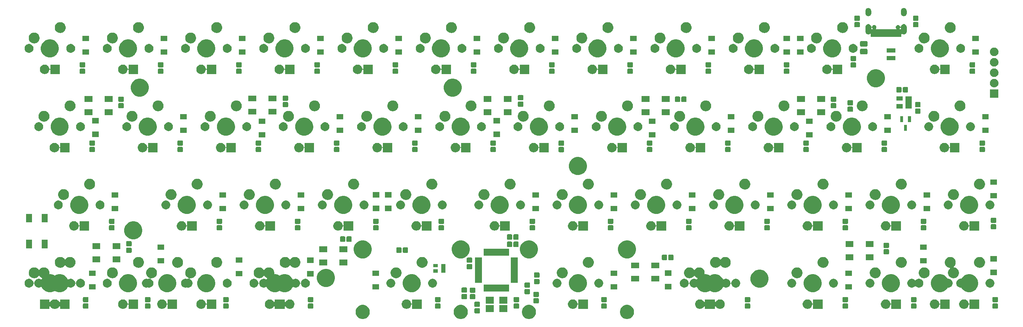
<source format=gbs>
G04 #@! TF.GenerationSoftware,KiCad,Pcbnew,5.0.2-bee76a0~70~ubuntu16.04.1*
G04 #@! TF.CreationDate,2019-05-31T21:30:10-04:00*
G04 #@! TF.ProjectId,steamvan,73746561-6d76-4616-9e2e-6b696361645f,rev?*
G04 #@! TF.SameCoordinates,PX43ec160PY7dabae0*
G04 #@! TF.FileFunction,Soldermask,Bot*
G04 #@! TF.FilePolarity,Negative*
%FSLAX46Y46*%
G04 Gerber Fmt 4.6, Leading zero omitted, Abs format (unit mm)*
G04 Created by KiCad (PCBNEW 5.0.2-bee76a0~70~ubuntu16.04.1) date Fri 31 May 2019 09:30:10 PM EDT*
%MOMM*%
%LPD*%
G01*
G04 APERTURE LIST*
%ADD10C,0.100000*%
G04 APERTURE END LIST*
D10*
G36*
X86412022Y4210448D02*
X86725769Y4080490D01*
X87008139Y3891816D01*
X87248266Y3651689D01*
X87436940Y3369319D01*
X87566898Y3055572D01*
X87633150Y2722501D01*
X87633150Y2382899D01*
X87566898Y2049828D01*
X87436940Y1736081D01*
X87248266Y1453711D01*
X87008139Y1213584D01*
X86725769Y1024910D01*
X86412022Y894952D01*
X86078951Y828700D01*
X85739349Y828700D01*
X85406278Y894952D01*
X85092531Y1024910D01*
X84810161Y1213584D01*
X84570034Y1453711D01*
X84381360Y1736081D01*
X84251402Y2049828D01*
X84185150Y2382899D01*
X84185150Y2722501D01*
X84251402Y3055572D01*
X84381360Y3369319D01*
X84570034Y3651689D01*
X84810161Y3891816D01*
X85092531Y4080490D01*
X85406278Y4210448D01*
X85739349Y4276700D01*
X86078951Y4276700D01*
X86412022Y4210448D01*
X86412022Y4210448D01*
G37*
G36*
X110288022Y4210448D02*
X110601769Y4080490D01*
X110884139Y3891816D01*
X111124266Y3651689D01*
X111312940Y3369319D01*
X111442898Y3055572D01*
X111509150Y2722501D01*
X111509150Y2382899D01*
X111442898Y2049828D01*
X111312940Y1736081D01*
X111124266Y1453711D01*
X110884139Y1213584D01*
X110601769Y1024910D01*
X110288022Y894952D01*
X109954951Y828700D01*
X109615349Y828700D01*
X109282278Y894952D01*
X108968531Y1024910D01*
X108686161Y1213584D01*
X108446034Y1453711D01*
X108257360Y1736081D01*
X108127402Y2049828D01*
X108061150Y2382899D01*
X108061150Y2722501D01*
X108127402Y3055572D01*
X108257360Y3369319D01*
X108446034Y3651689D01*
X108686161Y3891816D01*
X108968531Y4080490D01*
X109282278Y4210448D01*
X109615349Y4276700D01*
X109954951Y4276700D01*
X110288022Y4210448D01*
X110288022Y4210448D01*
G37*
G36*
X150769272Y4210448D02*
X151083019Y4080490D01*
X151365389Y3891816D01*
X151605516Y3651689D01*
X151794190Y3369319D01*
X151924148Y3055572D01*
X151990400Y2722501D01*
X151990400Y2382899D01*
X151924148Y2049828D01*
X151794190Y1736081D01*
X151605516Y1453711D01*
X151365389Y1213584D01*
X151083019Y1024910D01*
X150769272Y894952D01*
X150436201Y828700D01*
X150096599Y828700D01*
X149763528Y894952D01*
X149449781Y1024910D01*
X149167411Y1213584D01*
X148927284Y1453711D01*
X148738610Y1736081D01*
X148608652Y2049828D01*
X148542400Y2382899D01*
X148542400Y2722501D01*
X148608652Y3055572D01*
X148738610Y3369319D01*
X148927284Y3651689D01*
X149167411Y3891816D01*
X149449781Y4080490D01*
X149763528Y4210448D01*
X150096599Y4276700D01*
X150436201Y4276700D01*
X150769272Y4210448D01*
X150769272Y4210448D01*
G37*
G36*
X126893272Y4210448D02*
X127207019Y4080490D01*
X127489389Y3891816D01*
X127729516Y3651689D01*
X127918190Y3369319D01*
X128048148Y3055572D01*
X128114400Y2722501D01*
X128114400Y2382899D01*
X128048148Y2049828D01*
X127918190Y1736081D01*
X127729516Y1453711D01*
X127489389Y1213584D01*
X127207019Y1024910D01*
X126893272Y894952D01*
X126560201Y828700D01*
X126220599Y828700D01*
X125887528Y894952D01*
X125573781Y1024910D01*
X125291411Y1213584D01*
X125051284Y1453711D01*
X124862610Y1736081D01*
X124732652Y2049828D01*
X124666400Y2382899D01*
X124666400Y2722501D01*
X124732652Y3055572D01*
X124862610Y3369319D01*
X125051284Y3651689D01*
X125291411Y3891816D01*
X125573781Y4080490D01*
X125887528Y4210448D01*
X126220599Y4276700D01*
X126560201Y4276700D01*
X126893272Y4210448D01*
X126893272Y4210448D01*
G37*
G36*
X114247022Y3476683D02*
X114294985Y3462134D01*
X114339175Y3438514D01*
X114377918Y3406718D01*
X114409714Y3367975D01*
X114433334Y3323785D01*
X114447883Y3275822D01*
X114453400Y3219809D01*
X114453400Y2469591D01*
X114447883Y2413578D01*
X114433334Y2365615D01*
X114409714Y2321425D01*
X114377918Y2282682D01*
X114339175Y2250886D01*
X114294985Y2227266D01*
X114247022Y2212717D01*
X114191009Y2207200D01*
X113365791Y2207200D01*
X113309778Y2212717D01*
X113261815Y2227266D01*
X113217625Y2250886D01*
X113178882Y2282682D01*
X113147086Y2321425D01*
X113123466Y2365615D01*
X113108917Y2413578D01*
X113103400Y2469591D01*
X113103400Y3219809D01*
X113108917Y3275822D01*
X113123466Y3323785D01*
X113147086Y3367975D01*
X113178882Y3406718D01*
X113217625Y3438514D01*
X113261815Y3462134D01*
X113309778Y3476683D01*
X113365791Y3482200D01*
X114191009Y3482200D01*
X114247022Y3476683D01*
X114247022Y3476683D01*
G37*
G36*
X117866400Y2544200D02*
X115866400Y2544200D01*
X115866400Y4244200D01*
X117866400Y4244200D01*
X117866400Y2544200D01*
X117866400Y2544200D01*
G37*
G36*
X121166400Y2544200D02*
X119166400Y2544200D01*
X119166400Y4244200D01*
X121166400Y4244200D01*
X121166400Y2544200D01*
X121166400Y2544200D01*
G37*
G36*
X194466045Y5581530D02*
X194544572Y5565910D01*
X194631449Y5529924D01*
X194754312Y5479033D01*
X194943079Y5352903D01*
X195103603Y5192379D01*
X195229733Y5003612D01*
X195259675Y4931325D01*
X195316222Y4794809D01*
X195316610Y4793871D01*
X195348302Y4634546D01*
X195355415Y4611096D01*
X195366966Y4589486D01*
X195382512Y4570544D01*
X195401454Y4554998D01*
X195423065Y4543447D01*
X195446514Y4536334D01*
X195470900Y4533932D01*
X195495286Y4536334D01*
X195518736Y4543447D01*
X195540346Y4554998D01*
X195559288Y4570544D01*
X195574834Y4589486D01*
X195586385Y4611097D01*
X195593498Y4634546D01*
X195595900Y4658932D01*
X195595900Y5610200D01*
X197900900Y5610200D01*
X197900900Y3305200D01*
X195595900Y3305200D01*
X195595900Y4256468D01*
X195593498Y4280854D01*
X195586385Y4304303D01*
X195574834Y4325914D01*
X195559288Y4344856D01*
X195540346Y4360402D01*
X195518735Y4371953D01*
X195495286Y4379066D01*
X195470900Y4381468D01*
X195446514Y4379066D01*
X195423065Y4371953D01*
X195401454Y4360402D01*
X195382512Y4344856D01*
X195366966Y4325914D01*
X195355415Y4304303D01*
X195348302Y4280854D01*
X195316610Y4121529D01*
X195229733Y3911788D01*
X195103603Y3723021D01*
X194943079Y3562497D01*
X194754312Y3436367D01*
X194675975Y3403919D01*
X194544572Y3349490D01*
X194499567Y3340538D01*
X194321913Y3305200D01*
X194094887Y3305200D01*
X193917233Y3340538D01*
X193872228Y3349490D01*
X193740825Y3403919D01*
X193662488Y3436367D01*
X193473721Y3562497D01*
X193313197Y3723021D01*
X193187067Y3911788D01*
X193100190Y4121529D01*
X193055900Y4344187D01*
X193055900Y4571213D01*
X193100190Y4793871D01*
X193100579Y4794809D01*
X193157125Y4931325D01*
X193187067Y5003612D01*
X193313197Y5192379D01*
X193473721Y5352903D01*
X193662488Y5479033D01*
X193785351Y5529924D01*
X193872228Y5565910D01*
X193950755Y5581530D01*
X194094887Y5610200D01*
X194321913Y5610200D01*
X194466045Y5581530D01*
X194466045Y5581530D01*
G37*
G36*
X225422295Y5581530D02*
X225500822Y5565910D01*
X225587699Y5529924D01*
X225710562Y5479033D01*
X225899329Y5352903D01*
X226059853Y5192379D01*
X226185983Y5003612D01*
X226215925Y4931325D01*
X226272472Y4794809D01*
X226272860Y4793871D01*
X226304552Y4634546D01*
X226311665Y4611096D01*
X226323216Y4589486D01*
X226338762Y4570544D01*
X226357704Y4554998D01*
X226379315Y4543447D01*
X226402764Y4536334D01*
X226427150Y4533932D01*
X226451536Y4536334D01*
X226474986Y4543447D01*
X226496596Y4554998D01*
X226515538Y4570544D01*
X226531084Y4589486D01*
X226542635Y4611097D01*
X226549748Y4634546D01*
X226552150Y4658932D01*
X226552150Y5610200D01*
X228857150Y5610200D01*
X228857150Y3305200D01*
X226552150Y3305200D01*
X226552150Y4256468D01*
X226549748Y4280854D01*
X226542635Y4304303D01*
X226531084Y4325914D01*
X226515538Y4344856D01*
X226496596Y4360402D01*
X226474985Y4371953D01*
X226451536Y4379066D01*
X226427150Y4381468D01*
X226402764Y4379066D01*
X226379315Y4371953D01*
X226357704Y4360402D01*
X226338762Y4344856D01*
X226323216Y4325914D01*
X226311665Y4304303D01*
X226304552Y4280854D01*
X226272860Y4121529D01*
X226185983Y3911788D01*
X226059853Y3723021D01*
X225899329Y3562497D01*
X225710562Y3436367D01*
X225632225Y3403919D01*
X225500822Y3349490D01*
X225455817Y3340538D01*
X225278163Y3305200D01*
X225051137Y3305200D01*
X224873483Y3340538D01*
X224828478Y3349490D01*
X224697075Y3403919D01*
X224618738Y3436367D01*
X224429971Y3562497D01*
X224269447Y3723021D01*
X224143317Y3911788D01*
X224056440Y4121529D01*
X224012150Y4344187D01*
X224012150Y4571213D01*
X224056440Y4793871D01*
X224056829Y4794809D01*
X224113375Y4931325D01*
X224143317Y5003612D01*
X224269447Y5192379D01*
X224429971Y5352903D01*
X224618738Y5479033D01*
X224741601Y5529924D01*
X224828478Y5565910D01*
X224907005Y5581530D01*
X225051137Y5610200D01*
X225278163Y5610200D01*
X225422295Y5581530D01*
X225422295Y5581530D01*
G37*
G36*
X9623400Y5105261D02*
X9625802Y5080875D01*
X9632915Y5057426D01*
X9644466Y5035815D01*
X9660012Y5016873D01*
X9678954Y5001327D01*
X9700565Y4989776D01*
X9724014Y4982663D01*
X9748400Y4980261D01*
X9772786Y4982663D01*
X9796235Y4989776D01*
X9817846Y5001327D01*
X9836788Y5016873D01*
X9852334Y5035815D01*
X9956947Y5192379D01*
X10117471Y5352903D01*
X10306238Y5479033D01*
X10429101Y5529924D01*
X10515978Y5565910D01*
X10594505Y5581530D01*
X10738637Y5610200D01*
X11124413Y5610200D01*
X11268545Y5581530D01*
X11347072Y5565910D01*
X11433949Y5529924D01*
X11556812Y5479033D01*
X11745579Y5352903D01*
X11906103Y5192379D01*
X12010716Y5035815D01*
X12026262Y5016873D01*
X12045204Y5001327D01*
X12066815Y4989776D01*
X12090264Y4982663D01*
X12114650Y4980261D01*
X12139036Y4982663D01*
X12162485Y4989776D01*
X12184096Y5001327D01*
X12203038Y5016873D01*
X12218584Y5035815D01*
X12230135Y5057426D01*
X12237248Y5080875D01*
X12239650Y5105261D01*
X12239650Y5610200D01*
X14544650Y5610200D01*
X14544650Y3305200D01*
X12239650Y3305200D01*
X12239650Y3810139D01*
X12237248Y3834525D01*
X12230135Y3857974D01*
X12218584Y3879585D01*
X12203038Y3898527D01*
X12184096Y3914073D01*
X12162485Y3925624D01*
X12139036Y3932737D01*
X12114650Y3935139D01*
X12090264Y3932737D01*
X12066815Y3925624D01*
X12045204Y3914073D01*
X12026262Y3898527D01*
X12010716Y3879585D01*
X11906103Y3723021D01*
X11745579Y3562497D01*
X11556812Y3436367D01*
X11478475Y3403919D01*
X11347072Y3349490D01*
X11302067Y3340538D01*
X11124413Y3305200D01*
X10738637Y3305200D01*
X10560983Y3340538D01*
X10515978Y3349490D01*
X10384575Y3403919D01*
X10306238Y3436367D01*
X10117471Y3562497D01*
X9956947Y3723021D01*
X9852334Y3879585D01*
X9836788Y3898527D01*
X9817846Y3914073D01*
X9796235Y3925624D01*
X9772786Y3932737D01*
X9748400Y3935139D01*
X9724014Y3932737D01*
X9700565Y3925624D01*
X9678954Y3914073D01*
X9660012Y3898527D01*
X9644466Y3879585D01*
X9632915Y3857974D01*
X9625802Y3834525D01*
X9623400Y3810139D01*
X9623400Y3305200D01*
X7318400Y3305200D01*
X7318400Y5610200D01*
X9623400Y5610200D01*
X9623400Y5105261D01*
X9623400Y5105261D01*
G37*
G36*
X46828545Y5581530D02*
X46907072Y5565910D01*
X46993949Y5529924D01*
X47116812Y5479033D01*
X47305579Y5352903D01*
X47466103Y5192379D01*
X47592233Y5003612D01*
X47622175Y4931325D01*
X47678722Y4794809D01*
X47679110Y4793871D01*
X47710802Y4634546D01*
X47717915Y4611096D01*
X47729466Y4589486D01*
X47745012Y4570544D01*
X47763954Y4554998D01*
X47785565Y4543447D01*
X47809014Y4536334D01*
X47833400Y4533932D01*
X47857786Y4536334D01*
X47881236Y4543447D01*
X47902846Y4554998D01*
X47921788Y4570544D01*
X47937334Y4589486D01*
X47948885Y4611097D01*
X47955998Y4634546D01*
X47958400Y4658932D01*
X47958400Y5610200D01*
X50263400Y5610200D01*
X50263400Y3305200D01*
X47958400Y3305200D01*
X47958400Y4256468D01*
X47955998Y4280854D01*
X47948885Y4304303D01*
X47937334Y4325914D01*
X47921788Y4344856D01*
X47902846Y4360402D01*
X47881235Y4371953D01*
X47857786Y4379066D01*
X47833400Y4381468D01*
X47809014Y4379066D01*
X47785565Y4371953D01*
X47763954Y4360402D01*
X47745012Y4344856D01*
X47729466Y4325914D01*
X47717915Y4304303D01*
X47710802Y4280854D01*
X47679110Y4121529D01*
X47592233Y3911788D01*
X47466103Y3723021D01*
X47305579Y3562497D01*
X47116812Y3436367D01*
X47038475Y3403919D01*
X46907072Y3349490D01*
X46862067Y3340538D01*
X46684413Y3305200D01*
X46457387Y3305200D01*
X46279733Y3340538D01*
X46234728Y3349490D01*
X46103325Y3403919D01*
X46024988Y3436367D01*
X45836221Y3562497D01*
X45675697Y3723021D01*
X45549567Y3911788D01*
X45462690Y4121529D01*
X45418400Y4344187D01*
X45418400Y4571213D01*
X45462690Y4793871D01*
X45463079Y4794809D01*
X45519625Y4931325D01*
X45549567Y5003612D01*
X45675697Y5192379D01*
X45836221Y5352903D01*
X46024988Y5479033D01*
X46147851Y5529924D01*
X46234728Y5565910D01*
X46313255Y5581530D01*
X46457387Y5610200D01*
X46684413Y5610200D01*
X46828545Y5581530D01*
X46828545Y5581530D01*
G37*
G36*
X37303545Y5581530D02*
X37382072Y5565910D01*
X37468949Y5529924D01*
X37591812Y5479033D01*
X37780579Y5352903D01*
X37941103Y5192379D01*
X38067233Y5003612D01*
X38097175Y4931325D01*
X38153722Y4794809D01*
X38154110Y4793871D01*
X38185802Y4634546D01*
X38192915Y4611096D01*
X38204466Y4589486D01*
X38220012Y4570544D01*
X38238954Y4554998D01*
X38260565Y4543447D01*
X38284014Y4536334D01*
X38308400Y4533932D01*
X38332786Y4536334D01*
X38356236Y4543447D01*
X38377846Y4554998D01*
X38396788Y4570544D01*
X38412334Y4589486D01*
X38423885Y4611097D01*
X38430998Y4634546D01*
X38433400Y4658932D01*
X38433400Y5610200D01*
X40738400Y5610200D01*
X40738400Y3305200D01*
X38433400Y3305200D01*
X38433400Y4256468D01*
X38430998Y4280854D01*
X38423885Y4304303D01*
X38412334Y4325914D01*
X38396788Y4344856D01*
X38377846Y4360402D01*
X38356235Y4371953D01*
X38332786Y4379066D01*
X38308400Y4381468D01*
X38284014Y4379066D01*
X38260565Y4371953D01*
X38238954Y4360402D01*
X38220012Y4344856D01*
X38204466Y4325914D01*
X38192915Y4304303D01*
X38185802Y4280854D01*
X38154110Y4121529D01*
X38067233Y3911788D01*
X37941103Y3723021D01*
X37780579Y3562497D01*
X37591812Y3436367D01*
X37513475Y3403919D01*
X37382072Y3349490D01*
X37337067Y3340538D01*
X37159413Y3305200D01*
X36932387Y3305200D01*
X36754733Y3340538D01*
X36709728Y3349490D01*
X36578325Y3403919D01*
X36499988Y3436367D01*
X36311221Y3562497D01*
X36150697Y3723021D01*
X36024567Y3911788D01*
X35937690Y4121529D01*
X35893400Y4344187D01*
X35893400Y4571213D01*
X35937690Y4793871D01*
X35938079Y4794809D01*
X35994625Y4931325D01*
X36024567Y5003612D01*
X36150697Y5192379D01*
X36311221Y5352903D01*
X36499988Y5479033D01*
X36622851Y5529924D01*
X36709728Y5565910D01*
X36788255Y5581530D01*
X36932387Y5610200D01*
X37159413Y5610200D01*
X37303545Y5581530D01*
X37303545Y5581530D01*
G37*
G36*
X137316045Y5581530D02*
X137394572Y5565910D01*
X137481449Y5529924D01*
X137604312Y5479033D01*
X137793079Y5352903D01*
X137953603Y5192379D01*
X138079733Y5003612D01*
X138109675Y4931325D01*
X138166222Y4794809D01*
X138166610Y4793871D01*
X138198302Y4634546D01*
X138205415Y4611096D01*
X138216966Y4589486D01*
X138232512Y4570544D01*
X138251454Y4554998D01*
X138273065Y4543447D01*
X138296514Y4536334D01*
X138320900Y4533932D01*
X138345286Y4536334D01*
X138368736Y4543447D01*
X138390346Y4554998D01*
X138409288Y4570544D01*
X138424834Y4589486D01*
X138436385Y4611097D01*
X138443498Y4634546D01*
X138445900Y4658932D01*
X138445900Y5610200D01*
X140750900Y5610200D01*
X140750900Y3305200D01*
X138445900Y3305200D01*
X138445900Y4256468D01*
X138443498Y4280854D01*
X138436385Y4304303D01*
X138424834Y4325914D01*
X138409288Y4344856D01*
X138390346Y4360402D01*
X138368735Y4371953D01*
X138345286Y4379066D01*
X138320900Y4381468D01*
X138296514Y4379066D01*
X138273065Y4371953D01*
X138251454Y4360402D01*
X138232512Y4344856D01*
X138216966Y4325914D01*
X138205415Y4304303D01*
X138198302Y4280854D01*
X138166610Y4121529D01*
X138079733Y3911788D01*
X137953603Y3723021D01*
X137793079Y3562497D01*
X137604312Y3436367D01*
X137525975Y3403919D01*
X137394572Y3349490D01*
X137349567Y3340538D01*
X137171913Y3305200D01*
X136944887Y3305200D01*
X136767233Y3340538D01*
X136722228Y3349490D01*
X136590825Y3403919D01*
X136512488Y3436367D01*
X136323721Y3562497D01*
X136163197Y3723021D01*
X136037067Y3911788D01*
X135950190Y4121529D01*
X135905900Y4344187D01*
X135905900Y4571213D01*
X135950190Y4793871D01*
X135950579Y4794809D01*
X136007125Y4931325D01*
X136037067Y5003612D01*
X136163197Y5192379D01*
X136323721Y5352903D01*
X136512488Y5479033D01*
X136635351Y5529924D01*
X136722228Y5565910D01*
X136800755Y5581530D01*
X136944887Y5610200D01*
X137171913Y5610200D01*
X137316045Y5581530D01*
X137316045Y5581530D01*
G37*
G36*
X213516045Y5581530D02*
X213594572Y5565910D01*
X213681449Y5529924D01*
X213804312Y5479033D01*
X213993079Y5352903D01*
X214153603Y5192379D01*
X214279733Y5003612D01*
X214309675Y4931325D01*
X214366222Y4794809D01*
X214366610Y4793871D01*
X214398302Y4634546D01*
X214405415Y4611096D01*
X214416966Y4589486D01*
X214432512Y4570544D01*
X214451454Y4554998D01*
X214473065Y4543447D01*
X214496514Y4536334D01*
X214520900Y4533932D01*
X214545286Y4536334D01*
X214568736Y4543447D01*
X214590346Y4554998D01*
X214609288Y4570544D01*
X214624834Y4589486D01*
X214636385Y4611097D01*
X214643498Y4634546D01*
X214645900Y4658932D01*
X214645900Y5610200D01*
X216950900Y5610200D01*
X216950900Y3305200D01*
X214645900Y3305200D01*
X214645900Y4256468D01*
X214643498Y4280854D01*
X214636385Y4304303D01*
X214624834Y4325914D01*
X214609288Y4344856D01*
X214590346Y4360402D01*
X214568735Y4371953D01*
X214545286Y4379066D01*
X214520900Y4381468D01*
X214496514Y4379066D01*
X214473065Y4371953D01*
X214451454Y4360402D01*
X214432512Y4344856D01*
X214416966Y4325914D01*
X214405415Y4304303D01*
X214398302Y4280854D01*
X214366610Y4121529D01*
X214279733Y3911788D01*
X214153603Y3723021D01*
X213993079Y3562497D01*
X213804312Y3436367D01*
X213725975Y3403919D01*
X213594572Y3349490D01*
X213549567Y3340538D01*
X213371913Y3305200D01*
X213144887Y3305200D01*
X212967233Y3340538D01*
X212922228Y3349490D01*
X212790825Y3403919D01*
X212712488Y3436367D01*
X212523721Y3562497D01*
X212363197Y3723021D01*
X212237067Y3911788D01*
X212150190Y4121529D01*
X212105900Y4344187D01*
X212105900Y4571213D01*
X212150190Y4793871D01*
X212150579Y4794809D01*
X212207125Y4931325D01*
X212237067Y5003612D01*
X212363197Y5192379D01*
X212523721Y5352903D01*
X212712488Y5479033D01*
X212835351Y5529924D01*
X212922228Y5565910D01*
X213000755Y5581530D01*
X213144887Y5610200D01*
X213371913Y5610200D01*
X213516045Y5581530D01*
X213516045Y5581530D01*
G37*
G36*
X27778545Y5581530D02*
X27857072Y5565910D01*
X27943949Y5529924D01*
X28066812Y5479033D01*
X28255579Y5352903D01*
X28416103Y5192379D01*
X28542233Y5003612D01*
X28572175Y4931325D01*
X28628722Y4794809D01*
X28629110Y4793871D01*
X28660802Y4634546D01*
X28667915Y4611096D01*
X28679466Y4589486D01*
X28695012Y4570544D01*
X28713954Y4554998D01*
X28735565Y4543447D01*
X28759014Y4536334D01*
X28783400Y4533932D01*
X28807786Y4536334D01*
X28831236Y4543447D01*
X28852846Y4554998D01*
X28871788Y4570544D01*
X28887334Y4589486D01*
X28898885Y4611097D01*
X28905998Y4634546D01*
X28908400Y4658932D01*
X28908400Y5610200D01*
X31213400Y5610200D01*
X31213400Y3305200D01*
X28908400Y3305200D01*
X28908400Y4256468D01*
X28905998Y4280854D01*
X28898885Y4304303D01*
X28887334Y4325914D01*
X28871788Y4344856D01*
X28852846Y4360402D01*
X28831235Y4371953D01*
X28807786Y4379066D01*
X28783400Y4381468D01*
X28759014Y4379066D01*
X28735565Y4371953D01*
X28713954Y4360402D01*
X28695012Y4344856D01*
X28679466Y4325914D01*
X28667915Y4304303D01*
X28660802Y4280854D01*
X28629110Y4121529D01*
X28542233Y3911788D01*
X28416103Y3723021D01*
X28255579Y3562497D01*
X28066812Y3436367D01*
X27988475Y3403919D01*
X27857072Y3349490D01*
X27812067Y3340538D01*
X27634413Y3305200D01*
X27407387Y3305200D01*
X27229733Y3340538D01*
X27184728Y3349490D01*
X27053325Y3403919D01*
X26974988Y3436367D01*
X26786221Y3562497D01*
X26625697Y3723021D01*
X26499567Y3911788D01*
X26412690Y4121529D01*
X26368400Y4344187D01*
X26368400Y4571213D01*
X26412690Y4793871D01*
X26413079Y4794809D01*
X26469625Y4931325D01*
X26499567Y5003612D01*
X26625697Y5192379D01*
X26786221Y5352903D01*
X26974988Y5479033D01*
X27097851Y5529924D01*
X27184728Y5565910D01*
X27263255Y5581530D01*
X27407387Y5610200D01*
X27634413Y5610200D01*
X27778545Y5581530D01*
X27778545Y5581530D01*
G37*
G36*
X63497295Y5581530D02*
X63575822Y5565910D01*
X63662699Y5529924D01*
X63785562Y5479033D01*
X63974329Y5352903D01*
X64134853Y5192379D01*
X64239466Y5035815D01*
X64255012Y5016873D01*
X64273954Y5001327D01*
X64295565Y4989776D01*
X64319014Y4982663D01*
X64343400Y4980261D01*
X64367786Y4982663D01*
X64391235Y4989776D01*
X64412846Y5001327D01*
X64431788Y5016873D01*
X64447334Y5035815D01*
X64458885Y5057426D01*
X64465998Y5080875D01*
X64468400Y5105261D01*
X64468400Y5610200D01*
X66932150Y5610200D01*
X66932150Y5105261D01*
X66934552Y5080875D01*
X66941665Y5057426D01*
X66953216Y5035815D01*
X66968762Y5016873D01*
X66987704Y5001327D01*
X67009315Y4989776D01*
X67032764Y4982663D01*
X67057150Y4980261D01*
X67081536Y4982663D01*
X67104985Y4989776D01*
X67126596Y5001327D01*
X67145538Y5016873D01*
X67161084Y5035815D01*
X67265697Y5192379D01*
X67426221Y5352903D01*
X67614988Y5479033D01*
X67737851Y5529924D01*
X67824728Y5565910D01*
X67903255Y5581530D01*
X68047387Y5610200D01*
X68274413Y5610200D01*
X68418545Y5581530D01*
X68497072Y5565910D01*
X68583949Y5529924D01*
X68706812Y5479033D01*
X68895579Y5352903D01*
X69056103Y5192379D01*
X69182233Y5003612D01*
X69212175Y4931325D01*
X69268722Y4794809D01*
X69269110Y4793871D01*
X69313400Y4571213D01*
X69313400Y4344187D01*
X69269110Y4121529D01*
X69182233Y3911788D01*
X69056103Y3723021D01*
X68895579Y3562497D01*
X68706812Y3436367D01*
X68628475Y3403919D01*
X68497072Y3349490D01*
X68452067Y3340538D01*
X68274413Y3305200D01*
X68047387Y3305200D01*
X67869733Y3340538D01*
X67824728Y3349490D01*
X67693325Y3403919D01*
X67614988Y3436367D01*
X67426221Y3562497D01*
X67265697Y3723021D01*
X67161084Y3879585D01*
X67145538Y3898527D01*
X67126596Y3914073D01*
X67104985Y3925624D01*
X67081536Y3932737D01*
X67057150Y3935139D01*
X67032764Y3932737D01*
X67009315Y3925624D01*
X66987704Y3914073D01*
X66968762Y3898527D01*
X66953216Y3879585D01*
X66941665Y3857974D01*
X66934552Y3834525D01*
X66932150Y3810139D01*
X66932150Y3305200D01*
X64468400Y3305200D01*
X64468400Y3810139D01*
X64465998Y3834525D01*
X64458885Y3857974D01*
X64447334Y3879585D01*
X64431788Y3898527D01*
X64412846Y3914073D01*
X64391235Y3925624D01*
X64367786Y3932737D01*
X64343400Y3935139D01*
X64319014Y3932737D01*
X64295565Y3925624D01*
X64273954Y3914073D01*
X64255012Y3898527D01*
X64239466Y3879585D01*
X64134853Y3723021D01*
X63974329Y3562497D01*
X63785562Y3436367D01*
X63707225Y3403919D01*
X63575822Y3349490D01*
X63530817Y3340538D01*
X63353163Y3305200D01*
X63126137Y3305200D01*
X62948483Y3340538D01*
X62903478Y3349490D01*
X62772075Y3403919D01*
X62693738Y3436367D01*
X62504971Y3562497D01*
X62344447Y3723021D01*
X62218317Y3911788D01*
X62131440Y4121529D01*
X62087150Y4344187D01*
X62087150Y4571213D01*
X62131440Y4793871D01*
X62131829Y4794809D01*
X62188375Y4931325D01*
X62218317Y5003612D01*
X62344447Y5192379D01*
X62504971Y5352903D01*
X62693738Y5479033D01*
X62816601Y5529924D01*
X62903478Y5565910D01*
X62982005Y5581530D01*
X63126137Y5610200D01*
X63353163Y5610200D01*
X63497295Y5581530D01*
X63497295Y5581530D01*
G37*
G36*
X232566045Y5581530D02*
X232644572Y5565910D01*
X232731449Y5529924D01*
X232854312Y5479033D01*
X233043079Y5352903D01*
X233203603Y5192379D01*
X233329733Y5003612D01*
X233359675Y4931325D01*
X233416222Y4794809D01*
X233416610Y4793871D01*
X233448302Y4634546D01*
X233455415Y4611096D01*
X233466966Y4589486D01*
X233482512Y4570544D01*
X233501454Y4554998D01*
X233523065Y4543447D01*
X233546514Y4536334D01*
X233570900Y4533932D01*
X233595286Y4536334D01*
X233618736Y4543447D01*
X233640346Y4554998D01*
X233659288Y4570544D01*
X233674834Y4589486D01*
X233686385Y4611097D01*
X233693498Y4634546D01*
X233695900Y4658932D01*
X233695900Y5610200D01*
X236000900Y5610200D01*
X236000900Y3305200D01*
X233695900Y3305200D01*
X233695900Y4256468D01*
X233693498Y4280854D01*
X233686385Y4304303D01*
X233674834Y4325914D01*
X233659288Y4344856D01*
X233640346Y4360402D01*
X233618735Y4371953D01*
X233595286Y4379066D01*
X233570900Y4381468D01*
X233546514Y4379066D01*
X233523065Y4371953D01*
X233501454Y4360402D01*
X233482512Y4344856D01*
X233466966Y4325914D01*
X233455415Y4304303D01*
X233448302Y4280854D01*
X233416610Y4121529D01*
X233329733Y3911788D01*
X233203603Y3723021D01*
X233043079Y3562497D01*
X232854312Y3436367D01*
X232775975Y3403919D01*
X232644572Y3349490D01*
X232599567Y3340538D01*
X232421913Y3305200D01*
X232194887Y3305200D01*
X232017233Y3340538D01*
X231972228Y3349490D01*
X231840825Y3403919D01*
X231762488Y3436367D01*
X231573721Y3562497D01*
X231413197Y3723021D01*
X231287067Y3911788D01*
X231200190Y4121529D01*
X231155900Y4344187D01*
X231155900Y4571213D01*
X231200190Y4793871D01*
X231200579Y4794809D01*
X231257125Y4931325D01*
X231287067Y5003612D01*
X231413197Y5192379D01*
X231573721Y5352903D01*
X231762488Y5479033D01*
X231885351Y5529924D01*
X231972228Y5565910D01*
X232050755Y5581530D01*
X232194887Y5610200D01*
X232421913Y5610200D01*
X232566045Y5581530D01*
X232566045Y5581530D01*
G37*
G36*
X168272295Y5581530D02*
X168350822Y5565910D01*
X168437699Y5529924D01*
X168560562Y5479033D01*
X168749329Y5352903D01*
X168909853Y5192379D01*
X169014466Y5035815D01*
X169030012Y5016873D01*
X169048954Y5001327D01*
X169070565Y4989776D01*
X169094014Y4982663D01*
X169118400Y4980261D01*
X169142786Y4982663D01*
X169166235Y4989776D01*
X169187846Y5001327D01*
X169206788Y5016873D01*
X169222334Y5035815D01*
X169233885Y5057426D01*
X169240998Y5080875D01*
X169243400Y5105261D01*
X169243400Y5610200D01*
X171707150Y5610200D01*
X171707150Y5105261D01*
X171709552Y5080875D01*
X171716665Y5057426D01*
X171728216Y5035815D01*
X171743762Y5016873D01*
X171762704Y5001327D01*
X171784315Y4989776D01*
X171807764Y4982663D01*
X171832150Y4980261D01*
X171856536Y4982663D01*
X171879985Y4989776D01*
X171901596Y5001327D01*
X171920538Y5016873D01*
X171936084Y5035815D01*
X172040697Y5192379D01*
X172201221Y5352903D01*
X172389988Y5479033D01*
X172512851Y5529924D01*
X172599728Y5565910D01*
X172678255Y5581530D01*
X172822387Y5610200D01*
X173049413Y5610200D01*
X173193545Y5581530D01*
X173272072Y5565910D01*
X173358949Y5529924D01*
X173481812Y5479033D01*
X173670579Y5352903D01*
X173831103Y5192379D01*
X173957233Y5003612D01*
X173987175Y4931325D01*
X174043722Y4794809D01*
X174044110Y4793871D01*
X174088400Y4571213D01*
X174088400Y4344187D01*
X174044110Y4121529D01*
X173957233Y3911788D01*
X173831103Y3723021D01*
X173670579Y3562497D01*
X173481812Y3436367D01*
X173403475Y3403919D01*
X173272072Y3349490D01*
X173227067Y3340538D01*
X173049413Y3305200D01*
X172822387Y3305200D01*
X172644733Y3340538D01*
X172599728Y3349490D01*
X172468325Y3403919D01*
X172389988Y3436367D01*
X172201221Y3562497D01*
X172040697Y3723021D01*
X171936084Y3879585D01*
X171920538Y3898527D01*
X171901596Y3914073D01*
X171879985Y3925624D01*
X171856536Y3932737D01*
X171832150Y3935139D01*
X171807764Y3932737D01*
X171784315Y3925624D01*
X171762704Y3914073D01*
X171743762Y3898527D01*
X171728216Y3879585D01*
X171716665Y3857974D01*
X171709552Y3834525D01*
X171707150Y3810139D01*
X171707150Y3305200D01*
X169243400Y3305200D01*
X169243400Y3810139D01*
X169240998Y3834525D01*
X169233885Y3857974D01*
X169222334Y3879585D01*
X169206788Y3898527D01*
X169187846Y3914073D01*
X169166235Y3925624D01*
X169142786Y3932737D01*
X169118400Y3935139D01*
X169094014Y3932737D01*
X169070565Y3925624D01*
X169048954Y3914073D01*
X169030012Y3898527D01*
X169014466Y3879585D01*
X168909853Y3723021D01*
X168749329Y3562497D01*
X168560562Y3436367D01*
X168482225Y3403919D01*
X168350822Y3349490D01*
X168305817Y3340538D01*
X168128163Y3305200D01*
X167901137Y3305200D01*
X167723483Y3340538D01*
X167678478Y3349490D01*
X167547075Y3403919D01*
X167468738Y3436367D01*
X167279971Y3562497D01*
X167119447Y3723021D01*
X166993317Y3911788D01*
X166906440Y4121529D01*
X166862150Y4344187D01*
X166862150Y4571213D01*
X166906440Y4793871D01*
X166906829Y4794809D01*
X166963375Y4931325D01*
X166993317Y5003612D01*
X167119447Y5192379D01*
X167279971Y5352903D01*
X167468738Y5479033D01*
X167591601Y5529924D01*
X167678478Y5565910D01*
X167757005Y5581530D01*
X167901137Y5610200D01*
X168128163Y5610200D01*
X168272295Y5581530D01*
X168272295Y5581530D01*
G37*
G36*
X96834795Y5581530D02*
X96913322Y5565910D01*
X97000199Y5529924D01*
X97123062Y5479033D01*
X97311829Y5352903D01*
X97472353Y5192379D01*
X97598483Y5003612D01*
X97628425Y4931325D01*
X97684972Y4794809D01*
X97685360Y4793871D01*
X97717052Y4634546D01*
X97724165Y4611096D01*
X97735716Y4589486D01*
X97751262Y4570544D01*
X97770204Y4554998D01*
X97791815Y4543447D01*
X97815264Y4536334D01*
X97839650Y4533932D01*
X97864036Y4536334D01*
X97887486Y4543447D01*
X97909096Y4554998D01*
X97928038Y4570544D01*
X97943584Y4589486D01*
X97955135Y4611097D01*
X97962248Y4634546D01*
X97964650Y4658932D01*
X97964650Y5610200D01*
X100269650Y5610200D01*
X100269650Y3305200D01*
X97964650Y3305200D01*
X97964650Y4256468D01*
X97962248Y4280854D01*
X97955135Y4304303D01*
X97943584Y4325914D01*
X97928038Y4344856D01*
X97909096Y4360402D01*
X97887485Y4371953D01*
X97864036Y4379066D01*
X97839650Y4381468D01*
X97815264Y4379066D01*
X97791815Y4371953D01*
X97770204Y4360402D01*
X97751262Y4344856D01*
X97735716Y4325914D01*
X97724165Y4304303D01*
X97717052Y4280854D01*
X97685360Y4121529D01*
X97598483Y3911788D01*
X97472353Y3723021D01*
X97311829Y3562497D01*
X97123062Y3436367D01*
X97044725Y3403919D01*
X96913322Y3349490D01*
X96868317Y3340538D01*
X96690663Y3305200D01*
X96463637Y3305200D01*
X96285983Y3340538D01*
X96240978Y3349490D01*
X96109575Y3403919D01*
X96031238Y3436367D01*
X95842471Y3562497D01*
X95681947Y3723021D01*
X95555817Y3911788D01*
X95468940Y4121529D01*
X95424650Y4344187D01*
X95424650Y4571213D01*
X95468940Y4793871D01*
X95469329Y4794809D01*
X95525875Y4931325D01*
X95555817Y5003612D01*
X95681947Y5192379D01*
X95842471Y5352903D01*
X96031238Y5479033D01*
X96154101Y5529924D01*
X96240978Y5565910D01*
X96319505Y5581530D01*
X96463637Y5610200D01*
X96690663Y5610200D01*
X96834795Y5581530D01*
X96834795Y5581530D01*
G37*
G36*
X220553272Y4619683D02*
X220601235Y4605134D01*
X220645425Y4581514D01*
X220684168Y4549718D01*
X220715964Y4510975D01*
X220739584Y4466785D01*
X220754133Y4418822D01*
X220759650Y4362809D01*
X220759650Y3612591D01*
X220754133Y3556578D01*
X220739584Y3508615D01*
X220715964Y3464425D01*
X220684168Y3425682D01*
X220645425Y3393886D01*
X220601235Y3370266D01*
X220553272Y3355717D01*
X220497259Y3350200D01*
X219672041Y3350200D01*
X219616028Y3355717D01*
X219568065Y3370266D01*
X219523875Y3393886D01*
X219485132Y3425682D01*
X219453336Y3464425D01*
X219429716Y3508615D01*
X219415167Y3556578D01*
X219409650Y3612591D01*
X219409650Y4362809D01*
X219415167Y4418822D01*
X219429716Y4466785D01*
X219453336Y4510975D01*
X219485132Y4549718D01*
X219523875Y4581514D01*
X219568065Y4605134D01*
X219616028Y4619683D01*
X219672041Y4625200D01*
X220497259Y4625200D01*
X220553272Y4619683D01*
X220553272Y4619683D01*
G37*
G36*
X203884522Y4619683D02*
X203932485Y4605134D01*
X203976675Y4581514D01*
X204015418Y4549718D01*
X204047214Y4510975D01*
X204070834Y4466785D01*
X204085383Y4418822D01*
X204090900Y4362809D01*
X204090900Y3612591D01*
X204085383Y3556578D01*
X204070834Y3508615D01*
X204047214Y3464425D01*
X204015418Y3425682D01*
X203976675Y3393886D01*
X203932485Y3370266D01*
X203884522Y3355717D01*
X203828509Y3350200D01*
X203003291Y3350200D01*
X202947278Y3355717D01*
X202899315Y3370266D01*
X202855125Y3393886D01*
X202816382Y3425682D01*
X202784586Y3464425D01*
X202760966Y3508615D01*
X202746417Y3556578D01*
X202740900Y3612591D01*
X202740900Y4362809D01*
X202746417Y4418822D01*
X202760966Y4466785D01*
X202784586Y4510975D01*
X202816382Y4549718D01*
X202855125Y4581514D01*
X202899315Y4605134D01*
X202947278Y4619683D01*
X203003291Y4625200D01*
X203828509Y4625200D01*
X203884522Y4619683D01*
X203884522Y4619683D01*
G37*
G36*
X240397022Y4619683D02*
X240444985Y4605134D01*
X240489175Y4581514D01*
X240527918Y4549718D01*
X240559714Y4510975D01*
X240583334Y4466785D01*
X240597883Y4418822D01*
X240603400Y4362809D01*
X240603400Y3612591D01*
X240597883Y3556578D01*
X240583334Y3508615D01*
X240559714Y3464425D01*
X240527918Y3425682D01*
X240489175Y3393886D01*
X240444985Y3370266D01*
X240397022Y3355717D01*
X240341009Y3350200D01*
X239515791Y3350200D01*
X239459778Y3355717D01*
X239411815Y3370266D01*
X239367625Y3393886D01*
X239328882Y3425682D01*
X239297086Y3464425D01*
X239273466Y3508615D01*
X239258917Y3556578D01*
X239253400Y3612591D01*
X239253400Y4362809D01*
X239258917Y4418822D01*
X239273466Y4466785D01*
X239297086Y4510975D01*
X239328882Y4549718D01*
X239367625Y4581514D01*
X239411815Y4605134D01*
X239459778Y4619683D01*
X239515791Y4625200D01*
X240341009Y4625200D01*
X240397022Y4619683D01*
X240397022Y4619683D01*
G37*
G36*
X180072022Y4619683D02*
X180119985Y4605134D01*
X180164175Y4581514D01*
X180202918Y4549718D01*
X180234714Y4510975D01*
X180258334Y4466785D01*
X180272883Y4418822D01*
X180278400Y4362809D01*
X180278400Y3612591D01*
X180272883Y3556578D01*
X180258334Y3508615D01*
X180234714Y3464425D01*
X180202918Y3425682D01*
X180164175Y3393886D01*
X180119985Y3370266D01*
X180072022Y3355717D01*
X180016009Y3350200D01*
X179190791Y3350200D01*
X179134778Y3355717D01*
X179086815Y3370266D01*
X179042625Y3393886D01*
X179003882Y3425682D01*
X178972086Y3464425D01*
X178948466Y3508615D01*
X178933917Y3556578D01*
X178928400Y3612591D01*
X178928400Y4362809D01*
X178933917Y4418822D01*
X178948466Y4466785D01*
X178972086Y4510975D01*
X179003882Y4549718D01*
X179042625Y4581514D01*
X179086815Y4605134D01*
X179134778Y4619683D01*
X179190791Y4625200D01*
X180016009Y4625200D01*
X180072022Y4619683D01*
X180072022Y4619683D01*
G37*
G36*
X145147022Y4619683D02*
X145194985Y4605134D01*
X145239175Y4581514D01*
X145277918Y4549718D01*
X145309714Y4510975D01*
X145333334Y4466785D01*
X145347883Y4418822D01*
X145353400Y4362809D01*
X145353400Y3612591D01*
X145347883Y3556578D01*
X145333334Y3508615D01*
X145309714Y3464425D01*
X145277918Y3425682D01*
X145239175Y3393886D01*
X145194985Y3370266D01*
X145147022Y3355717D01*
X145091009Y3350200D01*
X144265791Y3350200D01*
X144209778Y3355717D01*
X144161815Y3370266D01*
X144117625Y3393886D01*
X144078882Y3425682D01*
X144047086Y3464425D01*
X144023466Y3508615D01*
X144008917Y3556578D01*
X144003400Y3612591D01*
X144003400Y4362809D01*
X144008917Y4418822D01*
X144023466Y4466785D01*
X144047086Y4510975D01*
X144078882Y4549718D01*
X144117625Y4581514D01*
X144161815Y4605134D01*
X144209778Y4619683D01*
X144265791Y4625200D01*
X145091009Y4625200D01*
X145147022Y4619683D01*
X145147022Y4619683D01*
G37*
G36*
X18940772Y4619683D02*
X18988735Y4605134D01*
X19032925Y4581514D01*
X19071668Y4549718D01*
X19103464Y4510975D01*
X19127084Y4466785D01*
X19141633Y4418822D01*
X19147150Y4362809D01*
X19147150Y3612591D01*
X19141633Y3556578D01*
X19127084Y3508615D01*
X19103464Y3464425D01*
X19071668Y3425682D01*
X19032925Y3393886D01*
X18988735Y3370266D01*
X18940772Y3355717D01*
X18884759Y3350200D01*
X18059541Y3350200D01*
X18003528Y3355717D01*
X17955565Y3370266D01*
X17911375Y3393886D01*
X17872632Y3425682D01*
X17840836Y3464425D01*
X17817216Y3508615D01*
X17802667Y3556578D01*
X17797150Y3612591D01*
X17797150Y4362809D01*
X17802667Y4418822D01*
X17817216Y4466785D01*
X17840836Y4510975D01*
X17872632Y4549718D01*
X17911375Y4581514D01*
X17955565Y4605134D01*
X18003528Y4619683D01*
X18059541Y4625200D01*
X18884759Y4625200D01*
X18940772Y4619683D01*
X18940772Y4619683D01*
G37*
G36*
X123811022Y4619683D02*
X123858985Y4605134D01*
X123903175Y4581514D01*
X123941918Y4549718D01*
X123973714Y4510975D01*
X123997334Y4466785D01*
X124011883Y4418822D01*
X124017400Y4362809D01*
X124017400Y3612591D01*
X124011883Y3556578D01*
X123997334Y3508615D01*
X123973714Y3464425D01*
X123941918Y3425682D01*
X123903175Y3393886D01*
X123858985Y3370266D01*
X123811022Y3355717D01*
X123755009Y3350200D01*
X122929791Y3350200D01*
X122873778Y3355717D01*
X122825815Y3370266D01*
X122781625Y3393886D01*
X122742882Y3425682D01*
X122711086Y3464425D01*
X122687466Y3508615D01*
X122672917Y3556578D01*
X122667400Y3612591D01*
X122667400Y4362809D01*
X122672917Y4418822D01*
X122687466Y4466785D01*
X122711086Y4510975D01*
X122742882Y4549718D01*
X122781625Y4581514D01*
X122825815Y4605134D01*
X122873778Y4619683D01*
X122929791Y4625200D01*
X123755009Y4625200D01*
X123811022Y4619683D01*
X123811022Y4619683D01*
G37*
G36*
X104665772Y4619683D02*
X104713735Y4605134D01*
X104757925Y4581514D01*
X104796668Y4549718D01*
X104828464Y4510975D01*
X104852084Y4466785D01*
X104866633Y4418822D01*
X104872150Y4362809D01*
X104872150Y3612591D01*
X104866633Y3556578D01*
X104852084Y3508615D01*
X104828464Y3464425D01*
X104796668Y3425682D01*
X104757925Y3393886D01*
X104713735Y3370266D01*
X104665772Y3355717D01*
X104609759Y3350200D01*
X103784541Y3350200D01*
X103728528Y3355717D01*
X103680565Y3370266D01*
X103636375Y3393886D01*
X103597632Y3425682D01*
X103565836Y3464425D01*
X103542216Y3508615D01*
X103527667Y3556578D01*
X103522150Y3612591D01*
X103522150Y4362809D01*
X103527667Y4418822D01*
X103542216Y4466785D01*
X103565836Y4510975D01*
X103597632Y4549718D01*
X103636375Y4581514D01*
X103680565Y4605134D01*
X103728528Y4619683D01*
X103784541Y4625200D01*
X104609759Y4625200D01*
X104665772Y4619683D01*
X104665772Y4619683D01*
G37*
G36*
X73709522Y4619683D02*
X73757485Y4605134D01*
X73801675Y4581514D01*
X73840418Y4549718D01*
X73872214Y4510975D01*
X73895834Y4466785D01*
X73910383Y4418822D01*
X73915900Y4362809D01*
X73915900Y3612591D01*
X73910383Y3556578D01*
X73895834Y3508615D01*
X73872214Y3464425D01*
X73840418Y3425682D01*
X73801675Y3393886D01*
X73757485Y3370266D01*
X73709522Y3355717D01*
X73653509Y3350200D01*
X72828291Y3350200D01*
X72772278Y3355717D01*
X72724315Y3370266D01*
X72680125Y3393886D01*
X72641382Y3425682D01*
X72609586Y3464425D01*
X72585966Y3508615D01*
X72571417Y3556578D01*
X72565900Y3612591D01*
X72565900Y4362809D01*
X72571417Y4418822D01*
X72585966Y4466785D01*
X72609586Y4510975D01*
X72641382Y4549718D01*
X72680125Y4581514D01*
X72724315Y4605134D01*
X72772278Y4619683D01*
X72828291Y4625200D01*
X73653509Y4625200D01*
X73709522Y4619683D01*
X73709522Y4619683D01*
G37*
G36*
X34022022Y4619683D02*
X34069985Y4605134D01*
X34114175Y4581514D01*
X34152918Y4549718D01*
X34184714Y4510975D01*
X34208334Y4466785D01*
X34222883Y4418822D01*
X34228400Y4362809D01*
X34228400Y3612591D01*
X34222883Y3556578D01*
X34208334Y3508615D01*
X34184714Y3464425D01*
X34152918Y3425682D01*
X34114175Y3393886D01*
X34069985Y3370266D01*
X34022022Y3355717D01*
X33966009Y3350200D01*
X33140791Y3350200D01*
X33084778Y3355717D01*
X33036815Y3370266D01*
X32992625Y3393886D01*
X32953882Y3425682D01*
X32922086Y3464425D01*
X32898466Y3508615D01*
X32883917Y3556578D01*
X32878400Y3612591D01*
X32878400Y4362809D01*
X32883917Y4418822D01*
X32898466Y4466785D01*
X32922086Y4510975D01*
X32953882Y4549718D01*
X32992625Y4581514D01*
X33036815Y4605134D01*
X33084778Y4619683D01*
X33140791Y4625200D01*
X33966009Y4625200D01*
X34022022Y4619683D01*
X34022022Y4619683D01*
G37*
G36*
X53072022Y4619683D02*
X53119985Y4605134D01*
X53164175Y4581514D01*
X53202918Y4549718D01*
X53234714Y4510975D01*
X53258334Y4466785D01*
X53272883Y4418822D01*
X53278400Y4362809D01*
X53278400Y3612591D01*
X53272883Y3556578D01*
X53258334Y3508615D01*
X53234714Y3464425D01*
X53202918Y3425682D01*
X53164175Y3393886D01*
X53119985Y3370266D01*
X53072022Y3355717D01*
X53016009Y3350200D01*
X52190791Y3350200D01*
X52134778Y3355717D01*
X52086815Y3370266D01*
X52042625Y3393886D01*
X52003882Y3425682D01*
X51972086Y3464425D01*
X51948466Y3508615D01*
X51933917Y3556578D01*
X51928400Y3612591D01*
X51928400Y4362809D01*
X51933917Y4418822D01*
X51948466Y4466785D01*
X51972086Y4510975D01*
X52003882Y4549718D01*
X52042625Y4581514D01*
X52086815Y4605134D01*
X52134778Y4619683D01*
X52190791Y4625200D01*
X53016009Y4625200D01*
X53072022Y4619683D01*
X53072022Y4619683D01*
G37*
G36*
X114247022Y5051683D02*
X114294985Y5037134D01*
X114339175Y5013514D01*
X114377918Y4981718D01*
X114409714Y4942975D01*
X114433334Y4898785D01*
X114447883Y4850822D01*
X114453400Y4794809D01*
X114453400Y4044591D01*
X114447883Y3988578D01*
X114433334Y3940615D01*
X114409714Y3896425D01*
X114377918Y3857682D01*
X114339175Y3825886D01*
X114294985Y3802266D01*
X114247022Y3787717D01*
X114191009Y3782200D01*
X113365791Y3782200D01*
X113309778Y3787717D01*
X113261815Y3802266D01*
X113217625Y3825886D01*
X113178882Y3857682D01*
X113147086Y3896425D01*
X113123466Y3940615D01*
X113108917Y3988578D01*
X113103400Y4044591D01*
X113103400Y4794809D01*
X113108917Y4850822D01*
X113123466Y4898785D01*
X113147086Y4942975D01*
X113178882Y4981718D01*
X113217625Y5013514D01*
X113261815Y5037134D01*
X113309778Y5051683D01*
X113365791Y5057200D01*
X114191009Y5057200D01*
X114247022Y5051683D01*
X114247022Y5051683D01*
G37*
G36*
X121166400Y4544200D02*
X119166400Y4544200D01*
X119166400Y6244200D01*
X121166400Y6244200D01*
X121166400Y4544200D01*
X121166400Y4544200D01*
G37*
G36*
X117866400Y4544200D02*
X115866400Y4544200D01*
X115866400Y6244200D01*
X117866400Y6244200D01*
X117866400Y4544200D01*
X117866400Y4544200D01*
G37*
G36*
X128606542Y5894763D02*
X128654505Y5880214D01*
X128698695Y5856594D01*
X128737438Y5824798D01*
X128769234Y5786055D01*
X128792854Y5741865D01*
X128807403Y5693902D01*
X128812920Y5637889D01*
X128812920Y4887671D01*
X128807403Y4831658D01*
X128792854Y4783695D01*
X128769234Y4739505D01*
X128737438Y4700762D01*
X128698695Y4668966D01*
X128654505Y4645346D01*
X128606542Y4630797D01*
X128550529Y4625280D01*
X127725311Y4625280D01*
X127669298Y4630797D01*
X127621335Y4645346D01*
X127577145Y4668966D01*
X127538402Y4700762D01*
X127506606Y4739505D01*
X127482986Y4783695D01*
X127468437Y4831658D01*
X127462920Y4887671D01*
X127462920Y5637889D01*
X127468437Y5693902D01*
X127482986Y5741865D01*
X127506606Y5786055D01*
X127538402Y5824798D01*
X127577145Y5856594D01*
X127621335Y5880214D01*
X127669298Y5894763D01*
X127725311Y5900280D01*
X128550529Y5900280D01*
X128606542Y5894763D01*
X128606542Y5894763D01*
G37*
G36*
X34022022Y6194683D02*
X34069985Y6180134D01*
X34114175Y6156514D01*
X34152918Y6124718D01*
X34184714Y6085975D01*
X34208334Y6041785D01*
X34222883Y5993822D01*
X34228400Y5937809D01*
X34228400Y5187591D01*
X34222883Y5131578D01*
X34208334Y5083615D01*
X34184714Y5039425D01*
X34152918Y5000682D01*
X34114175Y4968886D01*
X34069985Y4945266D01*
X34022022Y4930717D01*
X33966009Y4925200D01*
X33140791Y4925200D01*
X33084778Y4930717D01*
X33036815Y4945266D01*
X32992625Y4968886D01*
X32953882Y5000682D01*
X32922086Y5039425D01*
X32898466Y5083615D01*
X32883917Y5131578D01*
X32878400Y5187591D01*
X32878400Y5937809D01*
X32883917Y5993822D01*
X32898466Y6041785D01*
X32922086Y6085975D01*
X32953882Y6124718D01*
X32992625Y6156514D01*
X33036815Y6180134D01*
X33084778Y6194683D01*
X33140791Y6200200D01*
X33966009Y6200200D01*
X34022022Y6194683D01*
X34022022Y6194683D01*
G37*
G36*
X220553272Y6194683D02*
X220601235Y6180134D01*
X220645425Y6156514D01*
X220684168Y6124718D01*
X220715964Y6085975D01*
X220739584Y6041785D01*
X220754133Y5993822D01*
X220759650Y5937809D01*
X220759650Y5187591D01*
X220754133Y5131578D01*
X220739584Y5083615D01*
X220715964Y5039425D01*
X220684168Y5000682D01*
X220645425Y4968886D01*
X220601235Y4945266D01*
X220553272Y4930717D01*
X220497259Y4925200D01*
X219672041Y4925200D01*
X219616028Y4930717D01*
X219568065Y4945266D01*
X219523875Y4968886D01*
X219485132Y5000682D01*
X219453336Y5039425D01*
X219429716Y5083615D01*
X219415167Y5131578D01*
X219409650Y5187591D01*
X219409650Y5937809D01*
X219415167Y5993822D01*
X219429716Y6041785D01*
X219453336Y6085975D01*
X219485132Y6124718D01*
X219523875Y6156514D01*
X219568065Y6180134D01*
X219616028Y6194683D01*
X219672041Y6200200D01*
X220497259Y6200200D01*
X220553272Y6194683D01*
X220553272Y6194683D01*
G37*
G36*
X240397022Y6194683D02*
X240444985Y6180134D01*
X240489175Y6156514D01*
X240527918Y6124718D01*
X240559714Y6085975D01*
X240583334Y6041785D01*
X240597883Y5993822D01*
X240603400Y5937809D01*
X240603400Y5187591D01*
X240597883Y5131578D01*
X240583334Y5083615D01*
X240559714Y5039425D01*
X240527918Y5000682D01*
X240489175Y4968886D01*
X240444985Y4945266D01*
X240397022Y4930717D01*
X240341009Y4925200D01*
X239515791Y4925200D01*
X239459778Y4930717D01*
X239411815Y4945266D01*
X239367625Y4968886D01*
X239328882Y5000682D01*
X239297086Y5039425D01*
X239273466Y5083615D01*
X239258917Y5131578D01*
X239253400Y5187591D01*
X239253400Y5937809D01*
X239258917Y5993822D01*
X239273466Y6041785D01*
X239297086Y6085975D01*
X239328882Y6124718D01*
X239367625Y6156514D01*
X239411815Y6180134D01*
X239459778Y6194683D01*
X239515791Y6200200D01*
X240341009Y6200200D01*
X240397022Y6194683D01*
X240397022Y6194683D01*
G37*
G36*
X18940772Y6194683D02*
X18988735Y6180134D01*
X19032925Y6156514D01*
X19071668Y6124718D01*
X19103464Y6085975D01*
X19127084Y6041785D01*
X19141633Y5993822D01*
X19147150Y5937809D01*
X19147150Y5187591D01*
X19141633Y5131578D01*
X19127084Y5083615D01*
X19103464Y5039425D01*
X19071668Y5000682D01*
X19032925Y4968886D01*
X18988735Y4945266D01*
X18940772Y4930717D01*
X18884759Y4925200D01*
X18059541Y4925200D01*
X18003528Y4930717D01*
X17955565Y4945266D01*
X17911375Y4968886D01*
X17872632Y5000682D01*
X17840836Y5039425D01*
X17817216Y5083615D01*
X17802667Y5131578D01*
X17797150Y5187591D01*
X17797150Y5937809D01*
X17802667Y5993822D01*
X17817216Y6041785D01*
X17840836Y6085975D01*
X17872632Y6124718D01*
X17911375Y6156514D01*
X17955565Y6180134D01*
X18003528Y6194683D01*
X18059541Y6200200D01*
X18884759Y6200200D01*
X18940772Y6194683D01*
X18940772Y6194683D01*
G37*
G36*
X180072022Y6194683D02*
X180119985Y6180134D01*
X180164175Y6156514D01*
X180202918Y6124718D01*
X180234714Y6085975D01*
X180258334Y6041785D01*
X180272883Y5993822D01*
X180278400Y5937809D01*
X180278400Y5187591D01*
X180272883Y5131578D01*
X180258334Y5083615D01*
X180234714Y5039425D01*
X180202918Y5000682D01*
X180164175Y4968886D01*
X180119985Y4945266D01*
X180072022Y4930717D01*
X180016009Y4925200D01*
X179190791Y4925200D01*
X179134778Y4930717D01*
X179086815Y4945266D01*
X179042625Y4968886D01*
X179003882Y5000682D01*
X178972086Y5039425D01*
X178948466Y5083615D01*
X178933917Y5131578D01*
X178928400Y5187591D01*
X178928400Y5937809D01*
X178933917Y5993822D01*
X178948466Y6041785D01*
X178972086Y6085975D01*
X179003882Y6124718D01*
X179042625Y6156514D01*
X179086815Y6180134D01*
X179134778Y6194683D01*
X179190791Y6200200D01*
X180016009Y6200200D01*
X180072022Y6194683D01*
X180072022Y6194683D01*
G37*
G36*
X145147022Y6194683D02*
X145194985Y6180134D01*
X145239175Y6156514D01*
X145277918Y6124718D01*
X145309714Y6085975D01*
X145333334Y6041785D01*
X145347883Y5993822D01*
X145353400Y5937809D01*
X145353400Y5187591D01*
X145347883Y5131578D01*
X145333334Y5083615D01*
X145309714Y5039425D01*
X145277918Y5000682D01*
X145239175Y4968886D01*
X145194985Y4945266D01*
X145147022Y4930717D01*
X145091009Y4925200D01*
X144265791Y4925200D01*
X144209778Y4930717D01*
X144161815Y4945266D01*
X144117625Y4968886D01*
X144078882Y5000682D01*
X144047086Y5039425D01*
X144023466Y5083615D01*
X144008917Y5131578D01*
X144003400Y5187591D01*
X144003400Y5937809D01*
X144008917Y5993822D01*
X144023466Y6041785D01*
X144047086Y6085975D01*
X144078882Y6124718D01*
X144117625Y6156514D01*
X144161815Y6180134D01*
X144209778Y6194683D01*
X144265791Y6200200D01*
X145091009Y6200200D01*
X145147022Y6194683D01*
X145147022Y6194683D01*
G37*
G36*
X104665772Y6194683D02*
X104713735Y6180134D01*
X104757925Y6156514D01*
X104796668Y6124718D01*
X104828464Y6085975D01*
X104852084Y6041785D01*
X104866633Y5993822D01*
X104872150Y5937809D01*
X104872150Y5187591D01*
X104866633Y5131578D01*
X104852084Y5083615D01*
X104828464Y5039425D01*
X104796668Y5000682D01*
X104757925Y4968886D01*
X104713735Y4945266D01*
X104665772Y4930717D01*
X104609759Y4925200D01*
X103784541Y4925200D01*
X103728528Y4930717D01*
X103680565Y4945266D01*
X103636375Y4968886D01*
X103597632Y5000682D01*
X103565836Y5039425D01*
X103542216Y5083615D01*
X103527667Y5131578D01*
X103522150Y5187591D01*
X103522150Y5937809D01*
X103527667Y5993822D01*
X103542216Y6041785D01*
X103565836Y6085975D01*
X103597632Y6124718D01*
X103636375Y6156514D01*
X103680565Y6180134D01*
X103728528Y6194683D01*
X103784541Y6200200D01*
X104609759Y6200200D01*
X104665772Y6194683D01*
X104665772Y6194683D01*
G37*
G36*
X73709522Y6194683D02*
X73757485Y6180134D01*
X73801675Y6156514D01*
X73840418Y6124718D01*
X73872214Y6085975D01*
X73895834Y6041785D01*
X73910383Y5993822D01*
X73915900Y5937809D01*
X73915900Y5187591D01*
X73910383Y5131578D01*
X73895834Y5083615D01*
X73872214Y5039425D01*
X73840418Y5000682D01*
X73801675Y4968886D01*
X73757485Y4945266D01*
X73709522Y4930717D01*
X73653509Y4925200D01*
X72828291Y4925200D01*
X72772278Y4930717D01*
X72724315Y4945266D01*
X72680125Y4968886D01*
X72641382Y5000682D01*
X72609586Y5039425D01*
X72585966Y5083615D01*
X72571417Y5131578D01*
X72565900Y5187591D01*
X72565900Y5937809D01*
X72571417Y5993822D01*
X72585966Y6041785D01*
X72609586Y6085975D01*
X72641382Y6124718D01*
X72680125Y6156514D01*
X72724315Y6180134D01*
X72772278Y6194683D01*
X72828291Y6200200D01*
X73653509Y6200200D01*
X73709522Y6194683D01*
X73709522Y6194683D01*
G37*
G36*
X123811022Y6194683D02*
X123858985Y6180134D01*
X123903175Y6156514D01*
X123941918Y6124718D01*
X123973714Y6085975D01*
X123997334Y6041785D01*
X124011883Y5993822D01*
X124017400Y5937809D01*
X124017400Y5187591D01*
X124011883Y5131578D01*
X123997334Y5083615D01*
X123973714Y5039425D01*
X123941918Y5000682D01*
X123903175Y4968886D01*
X123858985Y4945266D01*
X123811022Y4930717D01*
X123755009Y4925200D01*
X122929791Y4925200D01*
X122873778Y4930717D01*
X122825815Y4945266D01*
X122781625Y4968886D01*
X122742882Y5000682D01*
X122711086Y5039425D01*
X122687466Y5083615D01*
X122672917Y5131578D01*
X122667400Y5187591D01*
X122667400Y5937809D01*
X122672917Y5993822D01*
X122687466Y6041785D01*
X122711086Y6085975D01*
X122742882Y6124718D01*
X122781625Y6156514D01*
X122825815Y6180134D01*
X122873778Y6194683D01*
X122929791Y6200200D01*
X123755009Y6200200D01*
X123811022Y6194683D01*
X123811022Y6194683D01*
G37*
G36*
X203884522Y6194683D02*
X203932485Y6180134D01*
X203976675Y6156514D01*
X204015418Y6124718D01*
X204047214Y6085975D01*
X204070834Y6041785D01*
X204085383Y5993822D01*
X204090900Y5937809D01*
X204090900Y5187591D01*
X204085383Y5131578D01*
X204070834Y5083615D01*
X204047214Y5039425D01*
X204015418Y5000682D01*
X203976675Y4968886D01*
X203932485Y4945266D01*
X203884522Y4930717D01*
X203828509Y4925200D01*
X203003291Y4925200D01*
X202947278Y4930717D01*
X202899315Y4945266D01*
X202855125Y4968886D01*
X202816382Y5000682D01*
X202784586Y5039425D01*
X202760966Y5083615D01*
X202746417Y5131578D01*
X202740900Y5187591D01*
X202740900Y5937809D01*
X202746417Y5993822D01*
X202760966Y6041785D01*
X202784586Y6085975D01*
X202816382Y6124718D01*
X202855125Y6156514D01*
X202899315Y6180134D01*
X202947278Y6194683D01*
X203003291Y6200200D01*
X203828509Y6200200D01*
X203884522Y6194683D01*
X203884522Y6194683D01*
G37*
G36*
X53072022Y6194683D02*
X53119985Y6180134D01*
X53164175Y6156514D01*
X53202918Y6124718D01*
X53234714Y6085975D01*
X53258334Y6041785D01*
X53272883Y5993822D01*
X53278400Y5937809D01*
X53278400Y5187591D01*
X53272883Y5131578D01*
X53258334Y5083615D01*
X53234714Y5039425D01*
X53202918Y5000682D01*
X53164175Y4968886D01*
X53119985Y4945266D01*
X53072022Y4930717D01*
X53016009Y4925200D01*
X52190791Y4925200D01*
X52134778Y4930717D01*
X52086815Y4945266D01*
X52042625Y4968886D01*
X52003882Y5000682D01*
X51972086Y5039425D01*
X51948466Y5083615D01*
X51933917Y5131578D01*
X51928400Y5187591D01*
X51928400Y5937809D01*
X51933917Y5993822D01*
X51948466Y6041785D01*
X51972086Y6085975D01*
X52003882Y6124718D01*
X52042625Y6156514D01*
X52086815Y6180134D01*
X52134778Y6194683D01*
X52190791Y6200200D01*
X53016009Y6200200D01*
X53072022Y6194683D01*
X53072022Y6194683D01*
G37*
G36*
X113143022Y6905683D02*
X113190985Y6891134D01*
X113235175Y6867514D01*
X113273918Y6835718D01*
X113305714Y6796975D01*
X113329334Y6752785D01*
X113343883Y6704822D01*
X113349400Y6648809D01*
X113349400Y5898591D01*
X113343883Y5842578D01*
X113329334Y5794615D01*
X113305714Y5750425D01*
X113273918Y5711682D01*
X113235175Y5679886D01*
X113190985Y5656266D01*
X113143022Y5641717D01*
X113087009Y5636200D01*
X112261791Y5636200D01*
X112205778Y5641717D01*
X112157815Y5656266D01*
X112113625Y5679886D01*
X112074882Y5711682D01*
X112043086Y5750425D01*
X112019466Y5794615D01*
X112004917Y5842578D01*
X111999400Y5898591D01*
X111999400Y6648809D01*
X112004917Y6704822D01*
X112019466Y6752785D01*
X112043086Y6796975D01*
X112074882Y6835718D01*
X112113625Y6867514D01*
X112157815Y6891134D01*
X112205778Y6905683D01*
X112261791Y6911200D01*
X113087009Y6911200D01*
X113143022Y6905683D01*
X113143022Y6905683D01*
G37*
G36*
X111111022Y6931183D02*
X111158985Y6916634D01*
X111203175Y6893014D01*
X111241918Y6861218D01*
X111273714Y6822475D01*
X111297334Y6778285D01*
X111311883Y6730322D01*
X111317400Y6674309D01*
X111317400Y5924091D01*
X111311883Y5868078D01*
X111297334Y5820115D01*
X111273714Y5775925D01*
X111241918Y5737182D01*
X111203175Y5705386D01*
X111158985Y5681766D01*
X111111022Y5667217D01*
X111055009Y5661700D01*
X110229791Y5661700D01*
X110173778Y5667217D01*
X110125815Y5681766D01*
X110081625Y5705386D01*
X110042882Y5737182D01*
X110011086Y5775925D01*
X109987466Y5820115D01*
X109972917Y5868078D01*
X109967400Y5924091D01*
X109967400Y6674309D01*
X109972917Y6730322D01*
X109987466Y6778285D01*
X110011086Y6822475D01*
X110042882Y6861218D01*
X110081625Y6893014D01*
X110125815Y6916634D01*
X110173778Y6931183D01*
X110229791Y6936700D01*
X111055009Y6936700D01*
X111111022Y6931183D01*
X111111022Y6931183D01*
G37*
G36*
X128606542Y7469763D02*
X128654505Y7455214D01*
X128698695Y7431594D01*
X128737438Y7399798D01*
X128769234Y7361055D01*
X128792854Y7316865D01*
X128807403Y7268902D01*
X128812920Y7212889D01*
X128812920Y6462671D01*
X128807403Y6406658D01*
X128792854Y6358695D01*
X128769234Y6314505D01*
X128737438Y6275762D01*
X128698695Y6243966D01*
X128654505Y6220346D01*
X128606542Y6205797D01*
X128550529Y6200280D01*
X127725311Y6200280D01*
X127669298Y6205797D01*
X127621335Y6220346D01*
X127577145Y6243966D01*
X127538402Y6275762D01*
X127506606Y6314505D01*
X127482986Y6358695D01*
X127468437Y6406658D01*
X127462920Y6462671D01*
X127462920Y7212889D01*
X127468437Y7268902D01*
X127482986Y7316865D01*
X127506606Y7361055D01*
X127538402Y7399798D01*
X127577145Y7431594D01*
X127621335Y7455214D01*
X127669298Y7469763D01*
X127725311Y7475280D01*
X128550529Y7475280D01*
X128606542Y7469763D01*
X128606542Y7469763D01*
G37*
G36*
X126457702Y8145203D02*
X126505665Y8130654D01*
X126549855Y8107034D01*
X126588598Y8075238D01*
X126620394Y8036495D01*
X126644014Y7992305D01*
X126658563Y7944342D01*
X126664080Y7888329D01*
X126664080Y7138111D01*
X126658563Y7082098D01*
X126644014Y7034135D01*
X126620394Y6989945D01*
X126588598Y6951202D01*
X126549855Y6919406D01*
X126505665Y6895786D01*
X126457702Y6881237D01*
X126401689Y6875720D01*
X125576471Y6875720D01*
X125520458Y6881237D01*
X125472495Y6895786D01*
X125428305Y6919406D01*
X125389562Y6951202D01*
X125357766Y6989945D01*
X125334146Y7034135D01*
X125319597Y7082098D01*
X125314080Y7138111D01*
X125314080Y7888329D01*
X125319597Y7944342D01*
X125334146Y7992305D01*
X125357766Y8036495D01*
X125389562Y8075238D01*
X125428305Y8107034D01*
X125472495Y8130654D01*
X125520458Y8145203D01*
X125576471Y8150720D01*
X126401689Y8150720D01*
X126457702Y8145203D01*
X126457702Y8145203D01*
G37*
G36*
X113143022Y8480683D02*
X113190985Y8466134D01*
X113235175Y8442514D01*
X113273918Y8410718D01*
X113305714Y8371975D01*
X113329334Y8327785D01*
X113343883Y8279822D01*
X113349400Y8223809D01*
X113349400Y7473591D01*
X113343883Y7417578D01*
X113329334Y7369615D01*
X113305714Y7325425D01*
X113273918Y7286682D01*
X113235175Y7254886D01*
X113190985Y7231266D01*
X113143022Y7216717D01*
X113087009Y7211200D01*
X112261791Y7211200D01*
X112205778Y7216717D01*
X112157815Y7231266D01*
X112113625Y7254886D01*
X112074882Y7286682D01*
X112043086Y7325425D01*
X112019466Y7369615D01*
X112004917Y7417578D01*
X111999400Y7473591D01*
X111999400Y8223809D01*
X112004917Y8279822D01*
X112019466Y8327785D01*
X112043086Y8371975D01*
X112074882Y8410718D01*
X112113625Y8442514D01*
X112157815Y8466134D01*
X112205778Y8480683D01*
X112261791Y8486200D01*
X113087009Y8486200D01*
X113143022Y8480683D01*
X113143022Y8480683D01*
G37*
G36*
X111111022Y8506183D02*
X111158985Y8491634D01*
X111203175Y8468014D01*
X111241918Y8436218D01*
X111273714Y8397475D01*
X111297334Y8353285D01*
X111311883Y8305322D01*
X111317400Y8249309D01*
X111317400Y7499091D01*
X111311883Y7443078D01*
X111297334Y7395115D01*
X111273714Y7350925D01*
X111241918Y7312182D01*
X111203175Y7280386D01*
X111158985Y7256766D01*
X111111022Y7242217D01*
X111055009Y7236700D01*
X110229791Y7236700D01*
X110173778Y7242217D01*
X110125815Y7256766D01*
X110081625Y7280386D01*
X110042882Y7312182D01*
X110011086Y7350925D01*
X109987466Y7395115D01*
X109972917Y7443078D01*
X109967400Y7499091D01*
X109967400Y8249309D01*
X109972917Y8305322D01*
X109987466Y8353285D01*
X110011086Y8397475D01*
X110042882Y8436218D01*
X110081625Y8468014D01*
X110125815Y8491634D01*
X110173778Y8506183D01*
X110229791Y8511700D01*
X111055009Y8511700D01*
X111111022Y8506183D01*
X111111022Y8506183D01*
G37*
G36*
X234218334Y11647290D02*
X234218336Y11647289D01*
X234218337Y11647289D01*
X234617601Y11481909D01*
X234976930Y11241813D01*
X235282513Y10936230D01*
X235522609Y10576901D01*
X235677241Y10203584D01*
X235687990Y10177634D01*
X235772300Y9753782D01*
X235772300Y9321618D01*
X235695685Y8936450D01*
X235687989Y8897763D01*
X235522609Y8498499D01*
X235282513Y8139170D01*
X234976930Y7833587D01*
X234617601Y7593491D01*
X234218337Y7428111D01*
X234218336Y7428111D01*
X234218334Y7428110D01*
X233794482Y7343800D01*
X233362318Y7343800D01*
X232938466Y7428110D01*
X232938464Y7428111D01*
X232938463Y7428111D01*
X232539199Y7593491D01*
X232179870Y7833587D01*
X231874287Y8139170D01*
X231695227Y8407152D01*
X231679686Y8426088D01*
X231660744Y8441634D01*
X231639134Y8453185D01*
X231615684Y8460298D01*
X231591298Y8462700D01*
X231408772Y8462700D01*
X231201084Y8504012D01*
X231005447Y8585047D01*
X230829375Y8702695D01*
X230679645Y8852425D01*
X230561997Y9028497D01*
X230480962Y9224134D01*
X230439650Y9431822D01*
X230439650Y9643578D01*
X230480962Y9851266D01*
X230561997Y10046903D01*
X230679645Y10222975D01*
X230829375Y10372705D01*
X231005447Y10490353D01*
X231201084Y10571388D01*
X231408772Y10612700D01*
X231591298Y10612700D01*
X231615684Y10615102D01*
X231639133Y10622215D01*
X231660744Y10633766D01*
X231679686Y10649312D01*
X231695227Y10668248D01*
X231874287Y10936230D01*
X232179870Y11241813D01*
X232539199Y11481909D01*
X232938463Y11647289D01*
X232938464Y11647289D01*
X232938466Y11647290D01*
X233362318Y11731600D01*
X233794482Y11731600D01*
X234218334Y11647290D01*
X234218334Y11647290D01*
G37*
G36*
X6232059Y13368754D02*
X6317388Y13351781D01*
X6473361Y13287175D01*
X6558523Y13251900D01*
X6775541Y13106893D01*
X6960093Y12922341D01*
X7017591Y12836289D01*
X7033136Y12817347D01*
X7052079Y12801801D01*
X7073689Y12790250D01*
X7097138Y12783137D01*
X7121525Y12780735D01*
X7145911Y12783137D01*
X7169360Y12790250D01*
X7190971Y12801801D01*
X7209913Y12817346D01*
X7225459Y12836289D01*
X7282957Y12922341D01*
X7467509Y13106893D01*
X7684527Y13251900D01*
X7769689Y13287175D01*
X7925662Y13351781D01*
X8010991Y13368754D01*
X8181647Y13402700D01*
X8442653Y13402700D01*
X8613309Y13368754D01*
X8698638Y13351781D01*
X8854611Y13287175D01*
X8939773Y13251900D01*
X9156791Y13106893D01*
X9341343Y12922341D01*
X9341345Y12922338D01*
X9486350Y12705323D01*
X9568726Y12506450D01*
X9586231Y12464187D01*
X9637150Y12208203D01*
X9637150Y11947197D01*
X9623980Y11880986D01*
X9621578Y11856600D01*
X9623980Y11832213D01*
X9631093Y11808764D01*
X9642645Y11787153D01*
X9658190Y11768211D01*
X9677132Y11752666D01*
X9698743Y11741115D01*
X9722192Y11734002D01*
X9746578Y11731600D01*
X9956982Y11731600D01*
X10380834Y11647290D01*
X10380836Y11647289D01*
X10380837Y11647289D01*
X10780101Y11481909D01*
X10780102Y11481908D01*
X10862079Y11427133D01*
X10883690Y11415582D01*
X10907139Y11408469D01*
X10931525Y11406067D01*
X10955912Y11408469D01*
X10979361Y11415582D01*
X11000971Y11427133D01*
X11082948Y11481908D01*
X11082949Y11481909D01*
X11482213Y11647289D01*
X11482214Y11647289D01*
X11482216Y11647290D01*
X11906068Y11731600D01*
X12338232Y11731600D01*
X12762084Y11647290D01*
X12762086Y11647289D01*
X12762087Y11647289D01*
X13161351Y11481909D01*
X13520680Y11241813D01*
X13826263Y10936230D01*
X14066359Y10576901D01*
X14088368Y10523766D01*
X14089332Y10521438D01*
X14100883Y10499827D01*
X14116429Y10480885D01*
X14135371Y10465340D01*
X14156982Y10453789D01*
X14180431Y10446676D01*
X14204817Y10444274D01*
X14229204Y10446676D01*
X14252653Y10453789D01*
X14274263Y10465340D01*
X14311697Y10490353D01*
X14507334Y10571388D01*
X14715022Y10612700D01*
X14926778Y10612700D01*
X15134466Y10571388D01*
X15330103Y10490353D01*
X15506175Y10372705D01*
X15655905Y10222975D01*
X15773553Y10046903D01*
X15854588Y9851266D01*
X15888927Y9678634D01*
X15896040Y9655185D01*
X15907592Y9633574D01*
X15923137Y9614632D01*
X15942079Y9599087D01*
X15963690Y9587536D01*
X15987139Y9580423D01*
X16011525Y9578021D01*
X16035912Y9580423D01*
X16059361Y9587536D01*
X16080972Y9599088D01*
X16099914Y9614633D01*
X16115459Y9633575D01*
X16127010Y9655186D01*
X16134123Y9678634D01*
X16168462Y9851266D01*
X16249497Y10046903D01*
X16367145Y10222975D01*
X16516875Y10372705D01*
X16692947Y10490353D01*
X16888584Y10571388D01*
X17096272Y10612700D01*
X17308028Y10612700D01*
X17515716Y10571388D01*
X17711353Y10490353D01*
X17887425Y10372705D01*
X18037155Y10222975D01*
X18154803Y10046903D01*
X18235838Y9851266D01*
X18277150Y9643578D01*
X18277150Y9431822D01*
X18235838Y9224134D01*
X18154803Y9028497D01*
X18037155Y8852425D01*
X17887425Y8702695D01*
X17711353Y8585047D01*
X17515716Y8504012D01*
X17308028Y8462700D01*
X17096272Y8462700D01*
X16888584Y8504012D01*
X16692947Y8585047D01*
X16516875Y8702695D01*
X16367145Y8852425D01*
X16249497Y9028497D01*
X16168462Y9224134D01*
X16134123Y9396766D01*
X16127010Y9420215D01*
X16115458Y9441826D01*
X16099913Y9460768D01*
X16080971Y9476313D01*
X16059360Y9487864D01*
X16035911Y9494977D01*
X16011525Y9497379D01*
X15987138Y9494977D01*
X15963689Y9487864D01*
X15942078Y9476312D01*
X15923136Y9460767D01*
X15907591Y9441825D01*
X15896040Y9420214D01*
X15888927Y9396766D01*
X15854588Y9224134D01*
X15773553Y9028497D01*
X15655905Y8852425D01*
X15506175Y8702695D01*
X15330103Y8585047D01*
X15134466Y8504012D01*
X14926778Y8462700D01*
X14715022Y8462700D01*
X14507334Y8504012D01*
X14311697Y8585047D01*
X14274263Y8610060D01*
X14252652Y8621611D01*
X14229203Y8628724D01*
X14204817Y8631126D01*
X14180431Y8628724D01*
X14156981Y8621611D01*
X14135371Y8610060D01*
X14116429Y8594514D01*
X14100883Y8575572D01*
X14089334Y8553966D01*
X14066359Y8498499D01*
X13826263Y8139170D01*
X13520680Y7833587D01*
X13161351Y7593491D01*
X12762087Y7428111D01*
X12762086Y7428111D01*
X12762084Y7428110D01*
X12338232Y7343800D01*
X11906068Y7343800D01*
X11482216Y7428110D01*
X11482214Y7428111D01*
X11482213Y7428111D01*
X11082949Y7593491D01*
X11000971Y7648267D01*
X10979360Y7659818D01*
X10955911Y7666931D01*
X10931525Y7669333D01*
X10907138Y7666931D01*
X10883689Y7659818D01*
X10862079Y7648267D01*
X10780101Y7593491D01*
X10380837Y7428111D01*
X10380836Y7428111D01*
X10380834Y7428110D01*
X9956982Y7343800D01*
X9524818Y7343800D01*
X9100966Y7428110D01*
X9100964Y7428111D01*
X9100963Y7428111D01*
X8701699Y7593491D01*
X8342370Y7833587D01*
X8036787Y8139170D01*
X7796691Y8498499D01*
X7773716Y8553966D01*
X7762167Y8575573D01*
X7746621Y8594515D01*
X7727679Y8610060D01*
X7706068Y8621611D01*
X7682619Y8628724D01*
X7658233Y8631126D01*
X7633846Y8628724D01*
X7610397Y8621611D01*
X7588787Y8610060D01*
X7551353Y8585047D01*
X7355716Y8504012D01*
X7148028Y8462700D01*
X6936272Y8462700D01*
X6728584Y8504012D01*
X6532947Y8585047D01*
X6356875Y8702695D01*
X6207145Y8852425D01*
X6089497Y9028497D01*
X6008462Y9224134D01*
X5974123Y9396766D01*
X5967010Y9420215D01*
X5955458Y9441826D01*
X5939913Y9460768D01*
X5920971Y9476313D01*
X5899360Y9487864D01*
X5875911Y9494977D01*
X5851525Y9497379D01*
X5827138Y9494977D01*
X5803689Y9487864D01*
X5782078Y9476312D01*
X5763136Y9460767D01*
X5747591Y9441825D01*
X5736040Y9420214D01*
X5728927Y9396766D01*
X5694588Y9224134D01*
X5613553Y9028497D01*
X5495905Y8852425D01*
X5346175Y8702695D01*
X5170103Y8585047D01*
X4974466Y8504012D01*
X4766778Y8462700D01*
X4555022Y8462700D01*
X4347334Y8504012D01*
X4151697Y8585047D01*
X3975625Y8702695D01*
X3825895Y8852425D01*
X3708247Y9028497D01*
X3627212Y9224134D01*
X3585900Y9431822D01*
X3585900Y9643578D01*
X3627212Y9851266D01*
X3708247Y10046903D01*
X3825895Y10222975D01*
X3975625Y10372705D01*
X4151697Y10490353D01*
X4347334Y10571388D01*
X4555022Y10612700D01*
X4766778Y10612700D01*
X4974466Y10571388D01*
X5170103Y10490353D01*
X5346175Y10372705D01*
X5495905Y10222975D01*
X5613553Y10046903D01*
X5694588Y9851266D01*
X5728927Y9678634D01*
X5736040Y9655185D01*
X5747592Y9633574D01*
X5763137Y9614632D01*
X5782079Y9599087D01*
X5803690Y9587536D01*
X5827139Y9580423D01*
X5851525Y9578021D01*
X5875912Y9580423D01*
X5899361Y9587536D01*
X5920972Y9599088D01*
X5939914Y9614633D01*
X5955459Y9633575D01*
X5967010Y9655186D01*
X5974123Y9678634D01*
X6008462Y9851266D01*
X6089497Y10046903D01*
X6207145Y10222975D01*
X6356875Y10372705D01*
X6532947Y10490353D01*
X6728584Y10571388D01*
X6936272Y10612700D01*
X7148028Y10612700D01*
X7355716Y10571388D01*
X7551353Y10490353D01*
X7588787Y10465340D01*
X7610398Y10453789D01*
X7633847Y10446676D01*
X7658233Y10444274D01*
X7682619Y10446676D01*
X7706069Y10453789D01*
X7727679Y10465340D01*
X7746621Y10480886D01*
X7762167Y10499828D01*
X7773718Y10521438D01*
X7774682Y10523766D01*
X7796691Y10576901D01*
X7858678Y10669671D01*
X7870229Y10691282D01*
X7877342Y10714731D01*
X7879744Y10739117D01*
X7877342Y10763504D01*
X7870229Y10786953D01*
X7858678Y10808564D01*
X7843132Y10827506D01*
X7824190Y10843051D01*
X7802584Y10854600D01*
X7684527Y10903500D01*
X7467512Y11048505D01*
X7467509Y11048507D01*
X7282957Y11233059D01*
X7225459Y11319111D01*
X7209914Y11338053D01*
X7190971Y11353599D01*
X7169361Y11365150D01*
X7145912Y11372263D01*
X7121525Y11374665D01*
X7097139Y11372263D01*
X7073690Y11365150D01*
X7052079Y11353599D01*
X7033137Y11338054D01*
X7017591Y11319111D01*
X6960093Y11233059D01*
X6775541Y11048507D01*
X6775538Y11048505D01*
X6558523Y10903500D01*
X6317388Y10803619D01*
X6237358Y10787700D01*
X6061403Y10752700D01*
X5800397Y10752700D01*
X5624442Y10787700D01*
X5544412Y10803619D01*
X5303277Y10903500D01*
X5086262Y11048505D01*
X5086259Y11048507D01*
X4901707Y11233059D01*
X4756700Y11450077D01*
X4728731Y11517600D01*
X4656819Y11691212D01*
X4628772Y11832213D01*
X4605900Y11947197D01*
X4605900Y12208203D01*
X4656819Y12464187D01*
X4674325Y12506450D01*
X4756700Y12705323D01*
X4901705Y12922338D01*
X4901707Y12922341D01*
X5086259Y13106893D01*
X5303277Y13251900D01*
X5388439Y13287175D01*
X5544412Y13351781D01*
X5629741Y13368754D01*
X5800397Y13402700D01*
X6061403Y13402700D01*
X6232059Y13368754D01*
X6232059Y13368754D01*
G37*
G36*
X138968334Y11647290D02*
X138968336Y11647289D01*
X138968337Y11647289D01*
X139367601Y11481909D01*
X139726930Y11241813D01*
X140032513Y10936230D01*
X140272609Y10576901D01*
X140427241Y10203584D01*
X140437990Y10177634D01*
X140522300Y9753782D01*
X140522300Y9321618D01*
X140445685Y8936450D01*
X140437989Y8897763D01*
X140272609Y8498499D01*
X140032513Y8139170D01*
X139726930Y7833587D01*
X139367601Y7593491D01*
X138968337Y7428111D01*
X138968336Y7428111D01*
X138968334Y7428110D01*
X138544482Y7343800D01*
X138112318Y7343800D01*
X137688466Y7428110D01*
X137688464Y7428111D01*
X137688463Y7428111D01*
X137289199Y7593491D01*
X136929870Y7833587D01*
X136624287Y8139170D01*
X136384191Y8498499D01*
X136218811Y8897763D01*
X136211116Y8936450D01*
X136134500Y9321618D01*
X136134500Y9753782D01*
X136218810Y10177634D01*
X136229559Y10203584D01*
X136384191Y10576901D01*
X136624287Y10936230D01*
X136929870Y11241813D01*
X137289199Y11481909D01*
X137688463Y11647289D01*
X137688464Y11647289D01*
X137688466Y11647290D01*
X138112318Y11731600D01*
X138544482Y11731600D01*
X138968334Y11647290D01*
X138968334Y11647290D01*
G37*
G36*
X98487084Y11647290D02*
X98487086Y11647289D01*
X98487087Y11647289D01*
X98886351Y11481909D01*
X99245680Y11241813D01*
X99551263Y10936230D01*
X99791359Y10576901D01*
X99945991Y10203584D01*
X99956740Y10177634D01*
X100041050Y9753782D01*
X100041050Y9321618D01*
X99964435Y8936450D01*
X99956739Y8897763D01*
X99791359Y8498499D01*
X99551263Y8139170D01*
X99245680Y7833587D01*
X98886351Y7593491D01*
X98487087Y7428111D01*
X98487086Y7428111D01*
X98487084Y7428110D01*
X98063232Y7343800D01*
X97631068Y7343800D01*
X97207216Y7428110D01*
X97207214Y7428111D01*
X97207213Y7428111D01*
X96807949Y7593491D01*
X96448620Y7833587D01*
X96143037Y8139170D01*
X95902941Y8498499D01*
X95737561Y8897763D01*
X95729866Y8936450D01*
X95653250Y9321618D01*
X95653250Y9753782D01*
X95737560Y10177634D01*
X95748309Y10203584D01*
X95902941Y10576901D01*
X96143037Y10936230D01*
X96448620Y11241813D01*
X96807949Y11481909D01*
X97207213Y11647289D01*
X97207214Y11647289D01*
X97207216Y11647290D01*
X97631068Y11731600D01*
X98063232Y11731600D01*
X98487084Y11647290D01*
X98487084Y11647290D01*
G37*
G36*
X215168334Y11647290D02*
X215168336Y11647289D01*
X215168337Y11647289D01*
X215567601Y11481909D01*
X215926930Y11241813D01*
X216232513Y10936230D01*
X216472609Y10576901D01*
X216627241Y10203584D01*
X216637990Y10177634D01*
X216722300Y9753782D01*
X216722300Y9321618D01*
X216645685Y8936450D01*
X216637989Y8897763D01*
X216472609Y8498499D01*
X216232513Y8139170D01*
X215926930Y7833587D01*
X215567601Y7593491D01*
X215168337Y7428111D01*
X215168336Y7428111D01*
X215168334Y7428110D01*
X214744482Y7343800D01*
X214312318Y7343800D01*
X213888466Y7428110D01*
X213888464Y7428111D01*
X213888463Y7428111D01*
X213489199Y7593491D01*
X213129870Y7833587D01*
X212824287Y8139170D01*
X212584191Y8498499D01*
X212418811Y8897763D01*
X212411116Y8936450D01*
X212334500Y9321618D01*
X212334500Y9753782D01*
X212418810Y10177634D01*
X212429559Y10203584D01*
X212584191Y10576901D01*
X212824287Y10936230D01*
X213129870Y11241813D01*
X213489199Y11481909D01*
X213888463Y11647289D01*
X213888464Y11647289D01*
X213888466Y11647290D01*
X214312318Y11731600D01*
X214744482Y11731600D01*
X215168334Y11647290D01*
X215168334Y11647290D01*
G37*
G36*
X29430834Y11647290D02*
X29430836Y11647289D01*
X29430837Y11647289D01*
X29830101Y11481909D01*
X30189430Y11241813D01*
X30495013Y10936230D01*
X30735109Y10576901D01*
X30889741Y10203584D01*
X30900490Y10177634D01*
X30984800Y9753782D01*
X30984800Y9321618D01*
X30908185Y8936450D01*
X30900489Y8897763D01*
X30735109Y8498499D01*
X30495013Y8139170D01*
X30189430Y7833587D01*
X29830101Y7593491D01*
X29430837Y7428111D01*
X29430836Y7428111D01*
X29430834Y7428110D01*
X29006982Y7343800D01*
X28574818Y7343800D01*
X28150966Y7428110D01*
X28150964Y7428111D01*
X28150963Y7428111D01*
X27751699Y7593491D01*
X27392370Y7833587D01*
X27086787Y8139170D01*
X26846691Y8498499D01*
X26681311Y8897763D01*
X26673616Y8936450D01*
X26597000Y9321618D01*
X26597000Y9753782D01*
X26681310Y10177634D01*
X26692059Y10203584D01*
X26846691Y10576901D01*
X27086787Y10936230D01*
X27392370Y11241813D01*
X27751699Y11481909D01*
X28150963Y11647289D01*
X28150964Y11647289D01*
X28150966Y11647290D01*
X28574818Y11731600D01*
X29006982Y11731600D01*
X29430834Y11647290D01*
X29430834Y11647290D01*
G37*
G36*
X48480834Y11647290D02*
X48480836Y11647289D01*
X48480837Y11647289D01*
X48880101Y11481909D01*
X49239430Y11241813D01*
X49545013Y10936230D01*
X49785109Y10576901D01*
X49939741Y10203584D01*
X49950490Y10177634D01*
X50034800Y9753782D01*
X50034800Y9321618D01*
X49958185Y8936450D01*
X49950489Y8897763D01*
X49785109Y8498499D01*
X49545013Y8139170D01*
X49239430Y7833587D01*
X48880101Y7593491D01*
X48480837Y7428111D01*
X48480836Y7428111D01*
X48480834Y7428110D01*
X48056982Y7343800D01*
X47624818Y7343800D01*
X47200966Y7428110D01*
X47200964Y7428111D01*
X47200963Y7428111D01*
X46801699Y7593491D01*
X46442370Y7833587D01*
X46136787Y8139170D01*
X45896691Y8498499D01*
X45731311Y8897763D01*
X45723616Y8936450D01*
X45647000Y9321618D01*
X45647000Y9753782D01*
X45731310Y10177634D01*
X45742059Y10203584D01*
X45896691Y10576901D01*
X46136787Y10936230D01*
X46442370Y11241813D01*
X46801699Y11481909D01*
X47200963Y11647289D01*
X47200964Y11647289D01*
X47200966Y11647290D01*
X47624818Y11731600D01*
X48056982Y11731600D01*
X48480834Y11647290D01*
X48480834Y11647290D01*
G37*
G36*
X38955834Y11647290D02*
X38955836Y11647289D01*
X38955837Y11647289D01*
X39355101Y11481909D01*
X39714430Y11241813D01*
X40020013Y10936230D01*
X40260109Y10576901D01*
X40414741Y10203584D01*
X40425490Y10177634D01*
X40509800Y9753782D01*
X40509800Y9321618D01*
X40433185Y8936450D01*
X40425489Y8897763D01*
X40260109Y8498499D01*
X40020013Y8139170D01*
X39714430Y7833587D01*
X39355101Y7593491D01*
X38955837Y7428111D01*
X38955836Y7428111D01*
X38955834Y7428110D01*
X38531982Y7343800D01*
X38099818Y7343800D01*
X37675966Y7428110D01*
X37675964Y7428111D01*
X37675963Y7428111D01*
X37276699Y7593491D01*
X36917370Y7833587D01*
X36611787Y8139170D01*
X36371691Y8498499D01*
X36206311Y8897763D01*
X36198616Y8936450D01*
X36122000Y9321618D01*
X36122000Y9753782D01*
X36206310Y10177634D01*
X36217059Y10203584D01*
X36371691Y10576901D01*
X36611787Y10936230D01*
X36917370Y11241813D01*
X37276699Y11481909D01*
X37675963Y11647289D01*
X37675964Y11647289D01*
X37675966Y11647290D01*
X38099818Y11731600D01*
X38531982Y11731600D01*
X38955834Y11647290D01*
X38955834Y11647290D01*
G37*
G36*
X227074584Y11647290D02*
X227074586Y11647289D01*
X227074587Y11647289D01*
X227473851Y11481909D01*
X227833180Y11241813D01*
X228138763Y10936230D01*
X228317823Y10668248D01*
X228333364Y10649312D01*
X228352306Y10633766D01*
X228373916Y10622215D01*
X228397366Y10615102D01*
X228421752Y10612700D01*
X228604278Y10612700D01*
X228811966Y10571388D01*
X229007603Y10490353D01*
X229183675Y10372705D01*
X229333405Y10222975D01*
X229451053Y10046903D01*
X229532088Y9851266D01*
X229573400Y9643578D01*
X229573400Y9431822D01*
X229532088Y9224134D01*
X229451053Y9028497D01*
X229333405Y8852425D01*
X229183675Y8702695D01*
X229007603Y8585047D01*
X228817207Y8506183D01*
X228811966Y8504012D01*
X228604278Y8462700D01*
X228421752Y8462700D01*
X228397366Y8460298D01*
X228373917Y8453185D01*
X228352306Y8441634D01*
X228333364Y8426088D01*
X228317823Y8407152D01*
X228138763Y8139170D01*
X227833180Y7833587D01*
X227473851Y7593491D01*
X227074587Y7428111D01*
X227074586Y7428111D01*
X227074584Y7428110D01*
X226650732Y7343800D01*
X226218568Y7343800D01*
X225794716Y7428110D01*
X225794714Y7428111D01*
X225794713Y7428111D01*
X225395449Y7593491D01*
X225036120Y7833587D01*
X224730537Y8139170D01*
X224490441Y8498499D01*
X224325061Y8897763D01*
X224317366Y8936450D01*
X224240750Y9321618D01*
X224240750Y9753782D01*
X224325060Y10177634D01*
X224335809Y10203584D01*
X224490441Y10576901D01*
X224730537Y10936230D01*
X225036120Y11241813D01*
X225395449Y11481909D01*
X225794713Y11647289D01*
X225794714Y11647289D01*
X225794716Y11647290D01*
X226218568Y11731600D01*
X226650732Y11731600D01*
X227074584Y11647290D01*
X227074584Y11647290D01*
G37*
G36*
X61000809Y13368754D02*
X61086138Y13351781D01*
X61242111Y13287175D01*
X61327273Y13251900D01*
X61544291Y13106893D01*
X61728843Y12922341D01*
X61786341Y12836289D01*
X61801886Y12817347D01*
X61820829Y12801801D01*
X61842439Y12790250D01*
X61865888Y12783137D01*
X61890275Y12780735D01*
X61914661Y12783137D01*
X61938110Y12790250D01*
X61959721Y12801801D01*
X61978663Y12817346D01*
X61994209Y12836289D01*
X62051707Y12922341D01*
X62236259Y13106893D01*
X62453277Y13251900D01*
X62538439Y13287175D01*
X62694412Y13351781D01*
X62779741Y13368754D01*
X62950397Y13402700D01*
X63211403Y13402700D01*
X63382059Y13368754D01*
X63467388Y13351781D01*
X63623361Y13287175D01*
X63708523Y13251900D01*
X63925541Y13106893D01*
X64110093Y12922341D01*
X64110095Y12922338D01*
X64255100Y12705323D01*
X64337476Y12506450D01*
X64354981Y12464187D01*
X64405900Y12208203D01*
X64405900Y11947197D01*
X64392730Y11880986D01*
X64390328Y11856600D01*
X64392730Y11832213D01*
X64399843Y11808764D01*
X64411395Y11787153D01*
X64426940Y11768211D01*
X64445882Y11752666D01*
X64467493Y11741115D01*
X64490942Y11734002D01*
X64515328Y11731600D01*
X64725732Y11731600D01*
X65149584Y11647290D01*
X65149586Y11647289D01*
X65149587Y11647289D01*
X65548851Y11481909D01*
X65548852Y11481908D01*
X65630829Y11427133D01*
X65652440Y11415582D01*
X65675889Y11408469D01*
X65700275Y11406067D01*
X65724662Y11408469D01*
X65748111Y11415582D01*
X65769721Y11427133D01*
X65851698Y11481908D01*
X65851699Y11481909D01*
X66250963Y11647289D01*
X66250964Y11647289D01*
X66250966Y11647290D01*
X66674818Y11731600D01*
X67106982Y11731600D01*
X67530834Y11647290D01*
X67530836Y11647289D01*
X67530837Y11647289D01*
X67930101Y11481909D01*
X68289430Y11241813D01*
X68595013Y10936230D01*
X68835109Y10576901D01*
X68857118Y10523766D01*
X68858082Y10521438D01*
X68869633Y10499827D01*
X68885179Y10480885D01*
X68904121Y10465340D01*
X68925732Y10453789D01*
X68949181Y10446676D01*
X68973567Y10444274D01*
X68997954Y10446676D01*
X69021403Y10453789D01*
X69043013Y10465340D01*
X69080447Y10490353D01*
X69276084Y10571388D01*
X69483772Y10612700D01*
X69695528Y10612700D01*
X69903216Y10571388D01*
X70098853Y10490353D01*
X70274925Y10372705D01*
X70424655Y10222975D01*
X70542303Y10046903D01*
X70623338Y9851266D01*
X70657677Y9678634D01*
X70664790Y9655185D01*
X70676342Y9633574D01*
X70691887Y9614632D01*
X70710829Y9599087D01*
X70732440Y9587536D01*
X70755889Y9580423D01*
X70780275Y9578021D01*
X70804662Y9580423D01*
X70828111Y9587536D01*
X70849722Y9599088D01*
X70868664Y9614633D01*
X70884209Y9633575D01*
X70895760Y9655186D01*
X70902873Y9678634D01*
X70937212Y9851266D01*
X71018247Y10046903D01*
X71135895Y10222975D01*
X71285625Y10372705D01*
X71461697Y10490353D01*
X71657334Y10571388D01*
X71865022Y10612700D01*
X72076778Y10612700D01*
X72284466Y10571388D01*
X72480103Y10490353D01*
X72656175Y10372705D01*
X72805905Y10222975D01*
X72923553Y10046903D01*
X73004588Y9851266D01*
X73045900Y9643578D01*
X73045900Y9431822D01*
X73004588Y9224134D01*
X72923553Y9028497D01*
X72805905Y8852425D01*
X72656175Y8702695D01*
X72480103Y8585047D01*
X72284466Y8504012D01*
X72076778Y8462700D01*
X71865022Y8462700D01*
X71657334Y8504012D01*
X71461697Y8585047D01*
X71285625Y8702695D01*
X71135895Y8852425D01*
X71018247Y9028497D01*
X70937212Y9224134D01*
X70902873Y9396766D01*
X70895760Y9420215D01*
X70884208Y9441826D01*
X70868663Y9460768D01*
X70849721Y9476313D01*
X70828110Y9487864D01*
X70804661Y9494977D01*
X70780275Y9497379D01*
X70755888Y9494977D01*
X70732439Y9487864D01*
X70710828Y9476312D01*
X70691886Y9460767D01*
X70676341Y9441825D01*
X70664790Y9420214D01*
X70657677Y9396766D01*
X70623338Y9224134D01*
X70542303Y9028497D01*
X70424655Y8852425D01*
X70274925Y8702695D01*
X70098853Y8585047D01*
X69903216Y8504012D01*
X69695528Y8462700D01*
X69483772Y8462700D01*
X69276084Y8504012D01*
X69080447Y8585047D01*
X69043013Y8610060D01*
X69021402Y8621611D01*
X68997953Y8628724D01*
X68973567Y8631126D01*
X68949181Y8628724D01*
X68925731Y8621611D01*
X68904121Y8610060D01*
X68885179Y8594514D01*
X68869633Y8575572D01*
X68858084Y8553966D01*
X68835109Y8498499D01*
X68595013Y8139170D01*
X68289430Y7833587D01*
X67930101Y7593491D01*
X67530837Y7428111D01*
X67530836Y7428111D01*
X67530834Y7428110D01*
X67106982Y7343800D01*
X66674818Y7343800D01*
X66250966Y7428110D01*
X66250964Y7428111D01*
X66250963Y7428111D01*
X65851699Y7593491D01*
X65769721Y7648267D01*
X65748110Y7659818D01*
X65724661Y7666931D01*
X65700275Y7669333D01*
X65675888Y7666931D01*
X65652439Y7659818D01*
X65630829Y7648267D01*
X65548851Y7593491D01*
X65149587Y7428111D01*
X65149586Y7428111D01*
X65149584Y7428110D01*
X64725732Y7343800D01*
X64293568Y7343800D01*
X63869716Y7428110D01*
X63869714Y7428111D01*
X63869713Y7428111D01*
X63470449Y7593491D01*
X63111120Y7833587D01*
X62805537Y8139170D01*
X62565441Y8498499D01*
X62542466Y8553966D01*
X62530917Y8575573D01*
X62515371Y8594515D01*
X62496429Y8610060D01*
X62474818Y8621611D01*
X62451369Y8628724D01*
X62426983Y8631126D01*
X62402596Y8628724D01*
X62379147Y8621611D01*
X62357537Y8610060D01*
X62320103Y8585047D01*
X62124466Y8504012D01*
X61916778Y8462700D01*
X61705022Y8462700D01*
X61497334Y8504012D01*
X61301697Y8585047D01*
X61125625Y8702695D01*
X60975895Y8852425D01*
X60858247Y9028497D01*
X60777212Y9224134D01*
X60742873Y9396766D01*
X60735760Y9420215D01*
X60724208Y9441826D01*
X60708663Y9460768D01*
X60689721Y9476313D01*
X60668110Y9487864D01*
X60644661Y9494977D01*
X60620275Y9497379D01*
X60595888Y9494977D01*
X60572439Y9487864D01*
X60550828Y9476312D01*
X60531886Y9460767D01*
X60516341Y9441825D01*
X60504790Y9420214D01*
X60497677Y9396766D01*
X60463338Y9224134D01*
X60382303Y9028497D01*
X60264655Y8852425D01*
X60114925Y8702695D01*
X59938853Y8585047D01*
X59743216Y8504012D01*
X59535528Y8462700D01*
X59323772Y8462700D01*
X59116084Y8504012D01*
X58920447Y8585047D01*
X58744375Y8702695D01*
X58594645Y8852425D01*
X58476997Y9028497D01*
X58395962Y9224134D01*
X58354650Y9431822D01*
X58354650Y9643578D01*
X58395962Y9851266D01*
X58476997Y10046903D01*
X58594645Y10222975D01*
X58744375Y10372705D01*
X58920447Y10490353D01*
X59116084Y10571388D01*
X59323772Y10612700D01*
X59535528Y10612700D01*
X59743216Y10571388D01*
X59938853Y10490353D01*
X60114925Y10372705D01*
X60264655Y10222975D01*
X60382303Y10046903D01*
X60463338Y9851266D01*
X60497677Y9678634D01*
X60504790Y9655185D01*
X60516342Y9633574D01*
X60531887Y9614632D01*
X60550829Y9599087D01*
X60572440Y9587536D01*
X60595889Y9580423D01*
X60620275Y9578021D01*
X60644662Y9580423D01*
X60668111Y9587536D01*
X60689722Y9599088D01*
X60708664Y9614633D01*
X60724209Y9633575D01*
X60735760Y9655186D01*
X60742873Y9678634D01*
X60777212Y9851266D01*
X60858247Y10046903D01*
X60975895Y10222975D01*
X61125625Y10372705D01*
X61301697Y10490353D01*
X61497334Y10571388D01*
X61705022Y10612700D01*
X61916778Y10612700D01*
X62124466Y10571388D01*
X62320103Y10490353D01*
X62357537Y10465340D01*
X62379148Y10453789D01*
X62402597Y10446676D01*
X62426983Y10444274D01*
X62451369Y10446676D01*
X62474819Y10453789D01*
X62496429Y10465340D01*
X62515371Y10480886D01*
X62530917Y10499828D01*
X62542468Y10521438D01*
X62543432Y10523766D01*
X62565441Y10576901D01*
X62627428Y10669671D01*
X62638979Y10691282D01*
X62646092Y10714731D01*
X62648494Y10739117D01*
X62646092Y10763504D01*
X62638979Y10786953D01*
X62627428Y10808564D01*
X62611882Y10827506D01*
X62592940Y10843051D01*
X62571334Y10854600D01*
X62453277Y10903500D01*
X62236262Y11048505D01*
X62236259Y11048507D01*
X62051707Y11233059D01*
X61994209Y11319111D01*
X61978664Y11338053D01*
X61959721Y11353599D01*
X61938111Y11365150D01*
X61914662Y11372263D01*
X61890275Y11374665D01*
X61865889Y11372263D01*
X61842440Y11365150D01*
X61820829Y11353599D01*
X61801887Y11338054D01*
X61786341Y11319111D01*
X61728843Y11233059D01*
X61544291Y11048507D01*
X61544288Y11048505D01*
X61327273Y10903500D01*
X61086138Y10803619D01*
X61006108Y10787700D01*
X60830153Y10752700D01*
X60569147Y10752700D01*
X60393192Y10787700D01*
X60313162Y10803619D01*
X60072027Y10903500D01*
X59855012Y11048505D01*
X59855009Y11048507D01*
X59670457Y11233059D01*
X59525450Y11450077D01*
X59497481Y11517600D01*
X59425569Y11691212D01*
X59397522Y11832213D01*
X59374650Y11947197D01*
X59374650Y12208203D01*
X59425569Y12464187D01*
X59443075Y12506450D01*
X59525450Y12705323D01*
X59670455Y12922338D01*
X59670457Y12922341D01*
X59855009Y13106893D01*
X60072027Y13251900D01*
X60157189Y13287175D01*
X60313162Y13351781D01*
X60398491Y13368754D01*
X60569147Y13402700D01*
X60830153Y13402700D01*
X61000809Y13368754D01*
X61000809Y13368754D01*
G37*
G36*
X196118334Y11647290D02*
X196118336Y11647289D01*
X196118337Y11647289D01*
X196517601Y11481909D01*
X196876930Y11241813D01*
X197182513Y10936230D01*
X197422609Y10576901D01*
X197577241Y10203584D01*
X197587990Y10177634D01*
X197672300Y9753782D01*
X197672300Y9321618D01*
X197595685Y8936450D01*
X197587989Y8897763D01*
X197422609Y8498499D01*
X197182513Y8139170D01*
X196876930Y7833587D01*
X196517601Y7593491D01*
X196118337Y7428111D01*
X196118336Y7428111D01*
X196118334Y7428110D01*
X195694482Y7343800D01*
X195262318Y7343800D01*
X194838466Y7428110D01*
X194838464Y7428111D01*
X194838463Y7428111D01*
X194439199Y7593491D01*
X194079870Y7833587D01*
X193774287Y8139170D01*
X193534191Y8498499D01*
X193368811Y8897763D01*
X193361116Y8936450D01*
X193284500Y9321618D01*
X193284500Y9753782D01*
X193368810Y10177634D01*
X193379559Y10203584D01*
X193534191Y10576901D01*
X193774287Y10936230D01*
X194079870Y11241813D01*
X194439199Y11481909D01*
X194838463Y11647289D01*
X194838464Y11647289D01*
X194838466Y11647290D01*
X195262318Y11731600D01*
X195694482Y11731600D01*
X196118334Y11647290D01*
X196118334Y11647290D01*
G37*
G36*
X165775809Y13368754D02*
X165861138Y13351781D01*
X166017111Y13287175D01*
X166102273Y13251900D01*
X166319291Y13106893D01*
X166503843Y12922341D01*
X166561341Y12836289D01*
X166576886Y12817347D01*
X166595829Y12801801D01*
X166617439Y12790250D01*
X166640888Y12783137D01*
X166665275Y12780735D01*
X166689661Y12783137D01*
X166713110Y12790250D01*
X166734721Y12801801D01*
X166753663Y12817346D01*
X166769209Y12836289D01*
X166826707Y12922341D01*
X167011259Y13106893D01*
X167228277Y13251900D01*
X167313439Y13287175D01*
X167469412Y13351781D01*
X167554741Y13368754D01*
X167725397Y13402700D01*
X167986403Y13402700D01*
X168157059Y13368754D01*
X168242388Y13351781D01*
X168398361Y13287175D01*
X168483523Y13251900D01*
X168700541Y13106893D01*
X168885093Y12922341D01*
X168885095Y12922338D01*
X169030100Y12705323D01*
X169112476Y12506450D01*
X169129981Y12464187D01*
X169180900Y12208203D01*
X169180900Y11947197D01*
X169167730Y11880986D01*
X169165328Y11856600D01*
X169167730Y11832213D01*
X169174843Y11808764D01*
X169186395Y11787153D01*
X169201940Y11768211D01*
X169220882Y11752666D01*
X169242493Y11741115D01*
X169265942Y11734002D01*
X169290328Y11731600D01*
X169500732Y11731600D01*
X169924584Y11647290D01*
X169924586Y11647289D01*
X169924587Y11647289D01*
X170323851Y11481909D01*
X170323852Y11481908D01*
X170405829Y11427133D01*
X170427440Y11415582D01*
X170450889Y11408469D01*
X170475275Y11406067D01*
X170499662Y11408469D01*
X170523111Y11415582D01*
X170544721Y11427133D01*
X170626698Y11481908D01*
X170626699Y11481909D01*
X171025963Y11647289D01*
X171025964Y11647289D01*
X171025966Y11647290D01*
X171449818Y11731600D01*
X171881982Y11731600D01*
X172305834Y11647290D01*
X172305836Y11647289D01*
X172305837Y11647289D01*
X172705101Y11481909D01*
X173064430Y11241813D01*
X173370013Y10936230D01*
X173610109Y10576901D01*
X173632118Y10523766D01*
X173633082Y10521438D01*
X173644633Y10499827D01*
X173660179Y10480885D01*
X173679121Y10465340D01*
X173700732Y10453789D01*
X173724181Y10446676D01*
X173748567Y10444274D01*
X173772954Y10446676D01*
X173796403Y10453789D01*
X173818013Y10465340D01*
X173855447Y10490353D01*
X174051084Y10571388D01*
X174258772Y10612700D01*
X174470528Y10612700D01*
X174678216Y10571388D01*
X174873853Y10490353D01*
X175049925Y10372705D01*
X175199655Y10222975D01*
X175317303Y10046903D01*
X175398338Y9851266D01*
X175432677Y9678634D01*
X175439790Y9655185D01*
X175451342Y9633574D01*
X175466887Y9614632D01*
X175485829Y9599087D01*
X175507440Y9587536D01*
X175530889Y9580423D01*
X175555275Y9578021D01*
X175579662Y9580423D01*
X175603111Y9587536D01*
X175624722Y9599088D01*
X175643664Y9614633D01*
X175659209Y9633575D01*
X175670760Y9655186D01*
X175677873Y9678634D01*
X175712212Y9851266D01*
X175793247Y10046903D01*
X175910895Y10222975D01*
X176060625Y10372705D01*
X176236697Y10490353D01*
X176432334Y10571388D01*
X176640022Y10612700D01*
X176851778Y10612700D01*
X177059466Y10571388D01*
X177255103Y10490353D01*
X177431175Y10372705D01*
X177580905Y10222975D01*
X177698553Y10046903D01*
X177779588Y9851266D01*
X177820900Y9643578D01*
X177820900Y9431822D01*
X177779588Y9224134D01*
X177698553Y9028497D01*
X177580905Y8852425D01*
X177431175Y8702695D01*
X177255103Y8585047D01*
X177059466Y8504012D01*
X176851778Y8462700D01*
X176640022Y8462700D01*
X176432334Y8504012D01*
X176236697Y8585047D01*
X176060625Y8702695D01*
X175910895Y8852425D01*
X175793247Y9028497D01*
X175712212Y9224134D01*
X175677873Y9396766D01*
X175670760Y9420215D01*
X175659208Y9441826D01*
X175643663Y9460768D01*
X175624721Y9476313D01*
X175603110Y9487864D01*
X175579661Y9494977D01*
X175555275Y9497379D01*
X175530888Y9494977D01*
X175507439Y9487864D01*
X175485828Y9476312D01*
X175466886Y9460767D01*
X175451341Y9441825D01*
X175439790Y9420214D01*
X175432677Y9396766D01*
X175398338Y9224134D01*
X175317303Y9028497D01*
X175199655Y8852425D01*
X175049925Y8702695D01*
X174873853Y8585047D01*
X174678216Y8504012D01*
X174470528Y8462700D01*
X174258772Y8462700D01*
X174051084Y8504012D01*
X173855447Y8585047D01*
X173818013Y8610060D01*
X173796402Y8621611D01*
X173772953Y8628724D01*
X173748567Y8631126D01*
X173724181Y8628724D01*
X173700731Y8621611D01*
X173679121Y8610060D01*
X173660179Y8594514D01*
X173644633Y8575572D01*
X173633084Y8553966D01*
X173610109Y8498499D01*
X173370013Y8139170D01*
X173064430Y7833587D01*
X172705101Y7593491D01*
X172305837Y7428111D01*
X172305836Y7428111D01*
X172305834Y7428110D01*
X171881982Y7343800D01*
X171449818Y7343800D01*
X171025966Y7428110D01*
X171025964Y7428111D01*
X171025963Y7428111D01*
X170626699Y7593491D01*
X170544721Y7648267D01*
X170523110Y7659818D01*
X170499661Y7666931D01*
X170475275Y7669333D01*
X170450888Y7666931D01*
X170427439Y7659818D01*
X170405829Y7648267D01*
X170323851Y7593491D01*
X169924587Y7428111D01*
X169924586Y7428111D01*
X169924584Y7428110D01*
X169500732Y7343800D01*
X169068568Y7343800D01*
X168644716Y7428110D01*
X168644714Y7428111D01*
X168644713Y7428111D01*
X168245449Y7593491D01*
X167886120Y7833587D01*
X167580537Y8139170D01*
X167340441Y8498499D01*
X167317466Y8553966D01*
X167305917Y8575573D01*
X167290371Y8594515D01*
X167271429Y8610060D01*
X167249818Y8621611D01*
X167226369Y8628724D01*
X167201983Y8631126D01*
X167177596Y8628724D01*
X167154147Y8621611D01*
X167132537Y8610060D01*
X167095103Y8585047D01*
X166899466Y8504012D01*
X166691778Y8462700D01*
X166480022Y8462700D01*
X166272334Y8504012D01*
X166076697Y8585047D01*
X165900625Y8702695D01*
X165750895Y8852425D01*
X165633247Y9028497D01*
X165552212Y9224134D01*
X165517873Y9396766D01*
X165510760Y9420215D01*
X165499208Y9441826D01*
X165483663Y9460768D01*
X165464721Y9476313D01*
X165443110Y9487864D01*
X165419661Y9494977D01*
X165395275Y9497379D01*
X165370888Y9494977D01*
X165347439Y9487864D01*
X165325828Y9476312D01*
X165306886Y9460767D01*
X165291341Y9441825D01*
X165279790Y9420214D01*
X165272677Y9396766D01*
X165238338Y9224134D01*
X165157303Y9028497D01*
X165039655Y8852425D01*
X164889925Y8702695D01*
X164713853Y8585047D01*
X164518216Y8504012D01*
X164310528Y8462700D01*
X164098772Y8462700D01*
X163891084Y8504012D01*
X163695447Y8585047D01*
X163519375Y8702695D01*
X163369645Y8852425D01*
X163251997Y9028497D01*
X163170962Y9224134D01*
X163129650Y9431822D01*
X163129650Y9643578D01*
X163170962Y9851266D01*
X163251997Y10046903D01*
X163369645Y10222975D01*
X163519375Y10372705D01*
X163695447Y10490353D01*
X163891084Y10571388D01*
X164098772Y10612700D01*
X164310528Y10612700D01*
X164518216Y10571388D01*
X164713853Y10490353D01*
X164889925Y10372705D01*
X165039655Y10222975D01*
X165157303Y10046903D01*
X165238338Y9851266D01*
X165272677Y9678634D01*
X165279790Y9655185D01*
X165291342Y9633574D01*
X165306887Y9614632D01*
X165325829Y9599087D01*
X165347440Y9587536D01*
X165370889Y9580423D01*
X165395275Y9578021D01*
X165419662Y9580423D01*
X165443111Y9587536D01*
X165464722Y9599088D01*
X165483664Y9614633D01*
X165499209Y9633575D01*
X165510760Y9655186D01*
X165517873Y9678634D01*
X165552212Y9851266D01*
X165633247Y10046903D01*
X165750895Y10222975D01*
X165900625Y10372705D01*
X166076697Y10490353D01*
X166272334Y10571388D01*
X166480022Y10612700D01*
X166691778Y10612700D01*
X166899466Y10571388D01*
X167095103Y10490353D01*
X167132537Y10465340D01*
X167154148Y10453789D01*
X167177597Y10446676D01*
X167201983Y10444274D01*
X167226369Y10446676D01*
X167249819Y10453789D01*
X167271429Y10465340D01*
X167290371Y10480886D01*
X167305917Y10499828D01*
X167317468Y10521438D01*
X167318432Y10523766D01*
X167340441Y10576901D01*
X167402428Y10669671D01*
X167413979Y10691282D01*
X167421092Y10714731D01*
X167423494Y10739117D01*
X167421092Y10763504D01*
X167413979Y10786953D01*
X167402428Y10808564D01*
X167386882Y10827506D01*
X167367940Y10843051D01*
X167346334Y10854600D01*
X167228277Y10903500D01*
X167011262Y11048505D01*
X167011259Y11048507D01*
X166826707Y11233059D01*
X166769209Y11319111D01*
X166753664Y11338053D01*
X166734721Y11353599D01*
X166713111Y11365150D01*
X166689662Y11372263D01*
X166665275Y11374665D01*
X166640889Y11372263D01*
X166617440Y11365150D01*
X166595829Y11353599D01*
X166576887Y11338054D01*
X166561341Y11319111D01*
X166503843Y11233059D01*
X166319291Y11048507D01*
X166319288Y11048505D01*
X166102273Y10903500D01*
X165861138Y10803619D01*
X165781108Y10787700D01*
X165605153Y10752700D01*
X165344147Y10752700D01*
X165168192Y10787700D01*
X165088162Y10803619D01*
X164847027Y10903500D01*
X164630012Y11048505D01*
X164630009Y11048507D01*
X164445457Y11233059D01*
X164300450Y11450077D01*
X164272481Y11517600D01*
X164200569Y11691212D01*
X164172522Y11832213D01*
X164149650Y11947197D01*
X164149650Y12208203D01*
X164200569Y12464187D01*
X164218075Y12506450D01*
X164300450Y12705323D01*
X164445455Y12922338D01*
X164445457Y12922341D01*
X164630009Y13106893D01*
X164847027Y13251900D01*
X164932189Y13287175D01*
X165088162Y13351781D01*
X165173491Y13368754D01*
X165344147Y13402700D01*
X165605153Y13402700D01*
X165775809Y13368754D01*
X165775809Y13368754D01*
G37*
G36*
X121559650Y7512700D02*
X115409650Y7512700D01*
X115409650Y9212700D01*
X121559650Y9212700D01*
X121559650Y7512700D01*
X121559650Y7512700D01*
G37*
G36*
X20859650Y8031450D02*
X19259650Y8031450D01*
X19259650Y9331450D01*
X20859650Y9331450D01*
X20859650Y8031450D01*
X20859650Y8031450D01*
G37*
G36*
X89915900Y8031450D02*
X88315900Y8031450D01*
X88315900Y9331450D01*
X89915900Y9331450D01*
X89915900Y8031450D01*
X89915900Y8031450D01*
G37*
G36*
X147859650Y8031450D02*
X146259650Y8031450D01*
X146259650Y9331450D01*
X147859650Y9331450D01*
X147859650Y8031450D01*
X147859650Y8031450D01*
G37*
G36*
X205009650Y8031450D02*
X203409650Y8031450D01*
X203409650Y9331450D01*
X205009650Y9331450D01*
X205009650Y8031450D01*
X205009650Y8031450D01*
G37*
G36*
X161099400Y8063200D02*
X159499400Y8063200D01*
X159499400Y9363200D01*
X161099400Y9363200D01*
X161099400Y8063200D01*
X161099400Y8063200D01*
G37*
G36*
X183197416Y12760756D02*
X183597790Y12594916D01*
X183958121Y12354150D01*
X184264550Y12047721D01*
X184505316Y11687390D01*
X184671156Y11287016D01*
X184755700Y10861983D01*
X184755700Y10428617D01*
X184671156Y10003584D01*
X184505316Y9603210D01*
X184264550Y9242879D01*
X183958121Y8936450D01*
X183597790Y8695684D01*
X183197416Y8529844D01*
X182772383Y8445300D01*
X182339017Y8445300D01*
X181913984Y8529844D01*
X181513610Y8695684D01*
X181153279Y8936450D01*
X180846850Y9242879D01*
X180606084Y9603210D01*
X180440244Y10003584D01*
X180355700Y10428617D01*
X180355700Y10861983D01*
X180440244Y11287016D01*
X180606084Y11687390D01*
X180846850Y12047721D01*
X181153279Y12354150D01*
X181513610Y12594916D01*
X181913984Y12760756D01*
X182339017Y12845300D01*
X182772383Y12845300D01*
X183197416Y12760756D01*
X183197416Y12760756D01*
G37*
G36*
X126457702Y9720203D02*
X126505665Y9705654D01*
X126549855Y9682034D01*
X126588598Y9650238D01*
X126620394Y9611495D01*
X126644014Y9567305D01*
X126658563Y9519342D01*
X126664080Y9463329D01*
X126664080Y8713111D01*
X126658563Y8657098D01*
X126644014Y8609135D01*
X126620394Y8564945D01*
X126588598Y8526202D01*
X126549855Y8494406D01*
X126505665Y8470786D01*
X126457702Y8456237D01*
X126401689Y8450720D01*
X125576471Y8450720D01*
X125520458Y8456237D01*
X125472495Y8470786D01*
X125428305Y8494406D01*
X125389562Y8526202D01*
X125357766Y8564945D01*
X125334146Y8609135D01*
X125319597Y8657098D01*
X125314080Y8713111D01*
X125314080Y9463329D01*
X125319597Y9519342D01*
X125334146Y9567305D01*
X125357766Y9611495D01*
X125389562Y9650238D01*
X125428305Y9682034D01*
X125472495Y9705654D01*
X125520458Y9720203D01*
X125576471Y9725720D01*
X126401689Y9725720D01*
X126457702Y9720203D01*
X126457702Y9720203D01*
G37*
G36*
X44332059Y13368754D02*
X44417388Y13351781D01*
X44573361Y13287175D01*
X44658523Y13251900D01*
X44875541Y13106893D01*
X45060093Y12922341D01*
X45060095Y12922338D01*
X45205100Y12705323D01*
X45287476Y12506450D01*
X45304981Y12464187D01*
X45355900Y12208203D01*
X45355900Y11947197D01*
X45333028Y11832213D01*
X45304981Y11691212D01*
X45233069Y11517600D01*
X45205100Y11450077D01*
X45060093Y11233059D01*
X44875541Y11048507D01*
X44875538Y11048505D01*
X44658523Y10903500D01*
X44417388Y10803619D01*
X44337358Y10787700D01*
X44161403Y10752700D01*
X43900157Y10752700D01*
X43875771Y10750298D01*
X43852322Y10743185D01*
X43830711Y10731634D01*
X43811769Y10716088D01*
X43796223Y10697146D01*
X43784672Y10675535D01*
X43777559Y10652086D01*
X43775157Y10627700D01*
X43777559Y10603314D01*
X43784672Y10579865D01*
X43796223Y10558254D01*
X43811769Y10539312D01*
X43830711Y10523766D01*
X43852322Y10512215D01*
X43905103Y10490353D01*
X44081175Y10372705D01*
X44230905Y10222975D01*
X44348553Y10046903D01*
X44429588Y9851266D01*
X44470900Y9643578D01*
X44470900Y9431822D01*
X44429588Y9224134D01*
X44348553Y9028497D01*
X44230905Y8852425D01*
X44081175Y8702695D01*
X43905103Y8585047D01*
X43714707Y8506183D01*
X43709466Y8504012D01*
X43501778Y8462700D01*
X43290022Y8462700D01*
X43102783Y8499944D01*
X43078400Y8502346D01*
X43054017Y8499944D01*
X42866778Y8462700D01*
X42655022Y8462700D01*
X42447334Y8504012D01*
X42442093Y8506183D01*
X42251697Y8585047D01*
X42075625Y8702695D01*
X41925895Y8852425D01*
X41808247Y9028497D01*
X41727212Y9224134D01*
X41685900Y9431822D01*
X41685900Y9643578D01*
X41727212Y9851266D01*
X41808247Y10046903D01*
X41925895Y10222975D01*
X42075625Y10372705D01*
X42251697Y10490353D01*
X42447334Y10571388D01*
X42655022Y10612700D01*
X42866778Y10612700D01*
X43054017Y10575456D01*
X43078400Y10573054D01*
X43102783Y10575456D01*
X43290022Y10612700D01*
X43476914Y10612700D01*
X43501300Y10615102D01*
X43524749Y10622215D01*
X43546360Y10633766D01*
X43565302Y10649312D01*
X43580848Y10668254D01*
X43592399Y10689865D01*
X43599512Y10713314D01*
X43601914Y10737700D01*
X43599512Y10762086D01*
X43592399Y10785535D01*
X43580848Y10807146D01*
X43565302Y10826088D01*
X43546360Y10841634D01*
X43524749Y10853185D01*
X43521328Y10854602D01*
X43403277Y10903500D01*
X43186262Y11048505D01*
X43186259Y11048507D01*
X43001707Y11233059D01*
X42856700Y11450077D01*
X42828731Y11517600D01*
X42756819Y11691212D01*
X42728772Y11832213D01*
X42705900Y11947197D01*
X42705900Y12208203D01*
X42756819Y12464187D01*
X42774325Y12506450D01*
X42856700Y12705323D01*
X43001705Y12922338D01*
X43001707Y12922341D01*
X43186259Y13106893D01*
X43403277Y13251900D01*
X43488439Y13287175D01*
X43644412Y13351781D01*
X43729741Y13368754D01*
X43900397Y13402700D01*
X44161403Y13402700D01*
X44332059Y13368754D01*
X44332059Y13368754D01*
G37*
G36*
X219921966Y10571388D02*
X220117603Y10490353D01*
X220293675Y10372705D01*
X220393137Y10273243D01*
X220412079Y10257697D01*
X220433690Y10246146D01*
X220457139Y10239033D01*
X220481525Y10236631D01*
X220505911Y10239033D01*
X220529360Y10246146D01*
X220550971Y10257697D01*
X220569913Y10273243D01*
X220669375Y10372705D01*
X220845447Y10490353D01*
X221041084Y10571388D01*
X221248772Y10612700D01*
X221460528Y10612700D01*
X221668216Y10571388D01*
X221863853Y10490353D01*
X222039925Y10372705D01*
X222189655Y10222975D01*
X222307303Y10046903D01*
X222388338Y9851266D01*
X222429650Y9643578D01*
X222429650Y9431822D01*
X222388338Y9224134D01*
X222307303Y9028497D01*
X222189655Y8852425D01*
X222039925Y8702695D01*
X221863853Y8585047D01*
X221673457Y8506183D01*
X221668216Y8504012D01*
X221460528Y8462700D01*
X221248772Y8462700D01*
X221041084Y8504012D01*
X221035843Y8506183D01*
X220845447Y8585047D01*
X220669375Y8702695D01*
X220569913Y8802157D01*
X220550971Y8817703D01*
X220529360Y8829254D01*
X220505911Y8836367D01*
X220481525Y8838769D01*
X220457139Y8836367D01*
X220433690Y8829254D01*
X220412079Y8817703D01*
X220393137Y8802157D01*
X220293675Y8702695D01*
X220117603Y8585047D01*
X219927207Y8506183D01*
X219921966Y8504012D01*
X219714278Y8462700D01*
X219502522Y8462700D01*
X219294834Y8504012D01*
X219289593Y8506183D01*
X219099197Y8585047D01*
X218923125Y8702695D01*
X218773395Y8852425D01*
X218655747Y9028497D01*
X218574712Y9224134D01*
X218533400Y9431822D01*
X218533400Y9643578D01*
X218574712Y9851266D01*
X218655747Y10046903D01*
X218773395Y10222975D01*
X218923125Y10372705D01*
X219099197Y10490353D01*
X219294834Y10571388D01*
X219502522Y10612700D01*
X219714278Y10612700D01*
X219921966Y10571388D01*
X219921966Y10571388D01*
G37*
G36*
X143721966Y10571388D02*
X143917603Y10490353D01*
X144093675Y10372705D01*
X144243405Y10222975D01*
X144361053Y10046903D01*
X144442088Y9851266D01*
X144483400Y9643578D01*
X144483400Y9431822D01*
X144442088Y9224134D01*
X144361053Y9028497D01*
X144243405Y8852425D01*
X144093675Y8702695D01*
X143917603Y8585047D01*
X143727207Y8506183D01*
X143721966Y8504012D01*
X143514278Y8462700D01*
X143302522Y8462700D01*
X143094834Y8504012D01*
X143089593Y8506183D01*
X142899197Y8585047D01*
X142723125Y8702695D01*
X142573395Y8852425D01*
X142455747Y9028497D01*
X142374712Y9224134D01*
X142333400Y9431822D01*
X142333400Y9643578D01*
X142374712Y9851266D01*
X142455747Y10046903D01*
X142573395Y10222975D01*
X142723125Y10372705D01*
X142899197Y10490353D01*
X143094834Y10571388D01*
X143302522Y10612700D01*
X143514278Y10612700D01*
X143721966Y10571388D01*
X143721966Y10571388D01*
G37*
G36*
X133561966Y10571388D02*
X133757603Y10490353D01*
X133933675Y10372705D01*
X134083405Y10222975D01*
X134201053Y10046903D01*
X134282088Y9851266D01*
X134323400Y9643578D01*
X134323400Y9431822D01*
X134282088Y9224134D01*
X134201053Y9028497D01*
X134083405Y8852425D01*
X133933675Y8702695D01*
X133757603Y8585047D01*
X133567207Y8506183D01*
X133561966Y8504012D01*
X133354278Y8462700D01*
X133142522Y8462700D01*
X132934834Y8504012D01*
X132929593Y8506183D01*
X132739197Y8585047D01*
X132563125Y8702695D01*
X132413395Y8852425D01*
X132295747Y9028497D01*
X132214712Y9224134D01*
X132173400Y9431822D01*
X132173400Y9643578D01*
X132214712Y9851266D01*
X132295747Y10046903D01*
X132413395Y10222975D01*
X132563125Y10372705D01*
X132739197Y10490353D01*
X132934834Y10571388D01*
X133142522Y10612700D01*
X133354278Y10612700D01*
X133561966Y10571388D01*
X133561966Y10571388D01*
G37*
G36*
X200871966Y10571388D02*
X201067603Y10490353D01*
X201243675Y10372705D01*
X201393405Y10222975D01*
X201511053Y10046903D01*
X201592088Y9851266D01*
X201633400Y9643578D01*
X201633400Y9431822D01*
X201592088Y9224134D01*
X201511053Y9028497D01*
X201393405Y8852425D01*
X201243675Y8702695D01*
X201067603Y8585047D01*
X200877207Y8506183D01*
X200871966Y8504012D01*
X200664278Y8462700D01*
X200452522Y8462700D01*
X200244834Y8504012D01*
X200239593Y8506183D01*
X200049197Y8585047D01*
X199873125Y8702695D01*
X199723395Y8852425D01*
X199605747Y9028497D01*
X199524712Y9224134D01*
X199483400Y9431822D01*
X199483400Y9643578D01*
X199524712Y9851266D01*
X199605747Y10046903D01*
X199723395Y10222975D01*
X199873125Y10372705D01*
X200049197Y10490353D01*
X200244834Y10571388D01*
X200452522Y10612700D01*
X200664278Y10612700D01*
X200871966Y10571388D01*
X200871966Y10571388D01*
G37*
G36*
X93080716Y10571388D02*
X93276353Y10490353D01*
X93452425Y10372705D01*
X93602155Y10222975D01*
X93719803Y10046903D01*
X93800838Y9851266D01*
X93842150Y9643578D01*
X93842150Y9431822D01*
X93800838Y9224134D01*
X93719803Y9028497D01*
X93602155Y8852425D01*
X93452425Y8702695D01*
X93276353Y8585047D01*
X93080716Y8504012D01*
X92873028Y8462700D01*
X92661272Y8462700D01*
X92453584Y8504012D01*
X92257947Y8585047D01*
X92081875Y8702695D01*
X91932145Y8852425D01*
X91814497Y9028497D01*
X91733462Y9224134D01*
X91692150Y9431822D01*
X91692150Y9643578D01*
X91733462Y9851266D01*
X91814497Y10046903D01*
X91932145Y10222975D01*
X92081875Y10372705D01*
X92257947Y10490353D01*
X92453584Y10571388D01*
X92661272Y10612700D01*
X92873028Y10612700D01*
X93080716Y10571388D01*
X93080716Y10571388D01*
G37*
G36*
X238971966Y10571388D02*
X239167603Y10490353D01*
X239343675Y10372705D01*
X239493405Y10222975D01*
X239611053Y10046903D01*
X239692088Y9851266D01*
X239733400Y9643578D01*
X239733400Y9431822D01*
X239692088Y9224134D01*
X239611053Y9028497D01*
X239493405Y8852425D01*
X239343675Y8702695D01*
X239167603Y8585047D01*
X238977207Y8506183D01*
X238971966Y8504012D01*
X238764278Y8462700D01*
X238552522Y8462700D01*
X238344834Y8504012D01*
X238339593Y8506183D01*
X238149197Y8585047D01*
X237973125Y8702695D01*
X237823395Y8852425D01*
X237705747Y9028497D01*
X237624712Y9224134D01*
X237583400Y9431822D01*
X237583400Y9643578D01*
X237624712Y9851266D01*
X237705747Y10046903D01*
X237823395Y10222975D01*
X237973125Y10372705D01*
X238149197Y10490353D01*
X238344834Y10571388D01*
X238552522Y10612700D01*
X238764278Y10612700D01*
X238971966Y10571388D01*
X238971966Y10571388D01*
G37*
G36*
X103240716Y10571388D02*
X103436353Y10490353D01*
X103612425Y10372705D01*
X103762155Y10222975D01*
X103879803Y10046903D01*
X103960838Y9851266D01*
X104002150Y9643578D01*
X104002150Y9431822D01*
X103960838Y9224134D01*
X103879803Y9028497D01*
X103762155Y8852425D01*
X103612425Y8702695D01*
X103436353Y8585047D01*
X103240716Y8504012D01*
X103033028Y8462700D01*
X102821272Y8462700D01*
X102613584Y8504012D01*
X102417947Y8585047D01*
X102241875Y8702695D01*
X102092145Y8852425D01*
X101974497Y9028497D01*
X101893462Y9224134D01*
X101852150Y9431822D01*
X101852150Y9643578D01*
X101893462Y9851266D01*
X101974497Y10046903D01*
X102092145Y10222975D01*
X102241875Y10372705D01*
X102417947Y10490353D01*
X102613584Y10571388D01*
X102821272Y10612700D01*
X103033028Y10612700D01*
X103240716Y10571388D01*
X103240716Y10571388D01*
G37*
G36*
X190711966Y10571388D02*
X190907603Y10490353D01*
X191083675Y10372705D01*
X191233405Y10222975D01*
X191351053Y10046903D01*
X191432088Y9851266D01*
X191473400Y9643578D01*
X191473400Y9431822D01*
X191432088Y9224134D01*
X191351053Y9028497D01*
X191233405Y8852425D01*
X191083675Y8702695D01*
X190907603Y8585047D01*
X190717207Y8506183D01*
X190711966Y8504012D01*
X190504278Y8462700D01*
X190292522Y8462700D01*
X190084834Y8504012D01*
X190079593Y8506183D01*
X189889197Y8585047D01*
X189713125Y8702695D01*
X189563395Y8852425D01*
X189445747Y9028497D01*
X189364712Y9224134D01*
X189323400Y9431822D01*
X189323400Y9643578D01*
X189364712Y9851266D01*
X189445747Y10046903D01*
X189563395Y10222975D01*
X189713125Y10372705D01*
X189889197Y10490353D01*
X190084834Y10571388D01*
X190292522Y10612700D01*
X190504278Y10612700D01*
X190711966Y10571388D01*
X190711966Y10571388D01*
G37*
G36*
X209761966Y10571388D02*
X209957603Y10490353D01*
X210133675Y10372705D01*
X210283405Y10222975D01*
X210401053Y10046903D01*
X210482088Y9851266D01*
X210523400Y9643578D01*
X210523400Y9431822D01*
X210482088Y9224134D01*
X210401053Y9028497D01*
X210283405Y8852425D01*
X210133675Y8702695D01*
X209957603Y8585047D01*
X209767207Y8506183D01*
X209761966Y8504012D01*
X209554278Y8462700D01*
X209342522Y8462700D01*
X209134834Y8504012D01*
X209129593Y8506183D01*
X208939197Y8585047D01*
X208763125Y8702695D01*
X208613395Y8852425D01*
X208495747Y9028497D01*
X208414712Y9224134D01*
X208373400Y9431822D01*
X208373400Y9643578D01*
X208414712Y9851266D01*
X208495747Y10046903D01*
X208613395Y10222975D01*
X208763125Y10372705D01*
X208939197Y10490353D01*
X209134834Y10571388D01*
X209342522Y10612700D01*
X209554278Y10612700D01*
X209761966Y10571388D01*
X209761966Y10571388D01*
G37*
G36*
X34807059Y13368754D02*
X34892388Y13351781D01*
X35048361Y13287175D01*
X35133523Y13251900D01*
X35350541Y13106893D01*
X35535093Y12922341D01*
X35535095Y12922338D01*
X35680100Y12705323D01*
X35762476Y12506450D01*
X35779981Y12464187D01*
X35830900Y12208203D01*
X35830900Y11947197D01*
X35808028Y11832213D01*
X35779981Y11691212D01*
X35708069Y11517600D01*
X35680100Y11450077D01*
X35535093Y11233059D01*
X35350541Y11048507D01*
X35350538Y11048505D01*
X35133523Y10903500D01*
X34892388Y10803619D01*
X34812358Y10787700D01*
X34636403Y10752700D01*
X34375157Y10752700D01*
X34350771Y10750298D01*
X34327322Y10743185D01*
X34305711Y10731634D01*
X34286769Y10716088D01*
X34271223Y10697146D01*
X34259672Y10675535D01*
X34252559Y10652086D01*
X34250157Y10627700D01*
X34252559Y10603314D01*
X34259672Y10579865D01*
X34271223Y10558254D01*
X34286769Y10539312D01*
X34305711Y10523766D01*
X34327322Y10512215D01*
X34380103Y10490353D01*
X34556175Y10372705D01*
X34705905Y10222975D01*
X34823553Y10046903D01*
X34904588Y9851266D01*
X34945900Y9643578D01*
X34945900Y9431822D01*
X34904588Y9224134D01*
X34823553Y9028497D01*
X34705905Y8852425D01*
X34556175Y8702695D01*
X34380103Y8585047D01*
X34189707Y8506183D01*
X34184466Y8504012D01*
X33976778Y8462700D01*
X33765022Y8462700D01*
X33577783Y8499944D01*
X33553400Y8502346D01*
X33529017Y8499944D01*
X33341778Y8462700D01*
X33130022Y8462700D01*
X32922334Y8504012D01*
X32917093Y8506183D01*
X32726697Y8585047D01*
X32550625Y8702695D01*
X32400895Y8852425D01*
X32283247Y9028497D01*
X32202212Y9224134D01*
X32160900Y9431822D01*
X32160900Y9643578D01*
X32202212Y9851266D01*
X32283247Y10046903D01*
X32400895Y10222975D01*
X32550625Y10372705D01*
X32726697Y10490353D01*
X32922334Y10571388D01*
X33130022Y10612700D01*
X33341778Y10612700D01*
X33529017Y10575456D01*
X33553400Y10573054D01*
X33577783Y10575456D01*
X33765022Y10612700D01*
X33951914Y10612700D01*
X33976300Y10615102D01*
X33999749Y10622215D01*
X34021360Y10633766D01*
X34040302Y10649312D01*
X34055848Y10668254D01*
X34067399Y10689865D01*
X34074512Y10713314D01*
X34076914Y10737700D01*
X34074512Y10762086D01*
X34067399Y10785535D01*
X34055848Y10807146D01*
X34040302Y10826088D01*
X34021360Y10841634D01*
X33999749Y10853185D01*
X33996328Y10854602D01*
X33878277Y10903500D01*
X33661262Y11048505D01*
X33661259Y11048507D01*
X33476707Y11233059D01*
X33331700Y11450077D01*
X33303731Y11517600D01*
X33231819Y11691212D01*
X33203772Y11832213D01*
X33180900Y11947197D01*
X33180900Y12208203D01*
X33231819Y12464187D01*
X33249325Y12506450D01*
X33331700Y12705323D01*
X33476705Y12922338D01*
X33476707Y12922341D01*
X33661259Y13106893D01*
X33878277Y13251900D01*
X33963439Y13287175D01*
X34119412Y13351781D01*
X34204741Y13368754D01*
X34375397Y13402700D01*
X34636403Y13402700D01*
X34807059Y13368754D01*
X34807059Y13368754D01*
G37*
G36*
X24024466Y10571388D02*
X24220103Y10490353D01*
X24396175Y10372705D01*
X24545905Y10222975D01*
X24663553Y10046903D01*
X24744588Y9851266D01*
X24785900Y9643578D01*
X24785900Y9431822D01*
X24744588Y9224134D01*
X24663553Y9028497D01*
X24545905Y8852425D01*
X24396175Y8702695D01*
X24220103Y8585047D01*
X24029707Y8506183D01*
X24024466Y8504012D01*
X23816778Y8462700D01*
X23605022Y8462700D01*
X23397334Y8504012D01*
X23392093Y8506183D01*
X23201697Y8585047D01*
X23025625Y8702695D01*
X22875895Y8852425D01*
X22758247Y9028497D01*
X22677212Y9224134D01*
X22635900Y9431822D01*
X22635900Y9643578D01*
X22677212Y9851266D01*
X22758247Y10046903D01*
X22875895Y10222975D01*
X23025625Y10372705D01*
X23201697Y10490353D01*
X23397334Y10571388D01*
X23605022Y10612700D01*
X23816778Y10612700D01*
X24024466Y10571388D01*
X24024466Y10571388D01*
G37*
G36*
X53234466Y10571388D02*
X53430103Y10490353D01*
X53606175Y10372705D01*
X53755905Y10222975D01*
X53873553Y10046903D01*
X53954588Y9851266D01*
X53995900Y9643578D01*
X53995900Y9431822D01*
X53954588Y9224134D01*
X53873553Y9028497D01*
X53755905Y8852425D01*
X53606175Y8702695D01*
X53430103Y8585047D01*
X53239707Y8506183D01*
X53234466Y8504012D01*
X53026778Y8462700D01*
X52815022Y8462700D01*
X52607334Y8504012D01*
X52602093Y8506183D01*
X52411697Y8585047D01*
X52235625Y8702695D01*
X52085895Y8852425D01*
X51968247Y9028497D01*
X51887212Y9224134D01*
X51845900Y9431822D01*
X51845900Y9643578D01*
X51887212Y9851266D01*
X51968247Y10046903D01*
X52085895Y10222975D01*
X52235625Y10372705D01*
X52411697Y10490353D01*
X52607334Y10571388D01*
X52815022Y10612700D01*
X53026778Y10612700D01*
X53234466Y10571388D01*
X53234466Y10571388D01*
G37*
G36*
X77610116Y12960756D02*
X78010490Y12794916D01*
X78370821Y12554150D01*
X78677250Y12247721D01*
X78918016Y11887390D01*
X79083856Y11487016D01*
X79168400Y11061983D01*
X79168400Y10628617D01*
X79083856Y10203584D01*
X78918016Y9803210D01*
X78677250Y9442879D01*
X78370821Y9136450D01*
X78010490Y8895684D01*
X77610116Y8729844D01*
X77185083Y8645300D01*
X76751717Y8645300D01*
X76326684Y8729844D01*
X75926310Y8895684D01*
X75565979Y9136450D01*
X75259550Y9442879D01*
X75018784Y9803210D01*
X74852944Y10203584D01*
X74768400Y10628617D01*
X74768400Y11061983D01*
X74852944Y11487016D01*
X75018784Y11887390D01*
X75259550Y12247721D01*
X75565979Y12554150D01*
X75926310Y12794916D01*
X76326684Y12960756D01*
X76751717Y13045300D01*
X77185083Y13045300D01*
X77610116Y12960756D01*
X77610116Y12960756D01*
G37*
G36*
X128764022Y10588683D02*
X128811985Y10574134D01*
X128856175Y10550514D01*
X128894918Y10518718D01*
X128926714Y10479975D01*
X128950334Y10435785D01*
X128964883Y10387822D01*
X128970400Y10331809D01*
X128970400Y9581591D01*
X128964883Y9525578D01*
X128950334Y9477615D01*
X128926714Y9433425D01*
X128894918Y9394682D01*
X128856175Y9362886D01*
X128811985Y9339266D01*
X128764022Y9324717D01*
X128708009Y9319200D01*
X127882791Y9319200D01*
X127826778Y9324717D01*
X127778815Y9339266D01*
X127734625Y9362886D01*
X127695882Y9394682D01*
X127664086Y9433425D01*
X127640466Y9477615D01*
X127625917Y9525578D01*
X127620400Y9581591D01*
X127620400Y10331809D01*
X127625917Y10387822D01*
X127640466Y10435785D01*
X127664086Y10479975D01*
X127695882Y10518718D01*
X127734625Y10550514D01*
X127778815Y10574134D01*
X127826778Y10588683D01*
X127882791Y10594200D01*
X128708009Y10594200D01*
X128764022Y10588683D01*
X128764022Y10588683D01*
G37*
G36*
X114984650Y9637700D02*
X113284650Y9637700D01*
X113284650Y15787700D01*
X114984650Y15787700D01*
X114984650Y9637700D01*
X114984650Y9637700D01*
G37*
G36*
X123684650Y9637700D02*
X121984650Y9637700D01*
X121984650Y15787700D01*
X123684650Y15787700D01*
X123684650Y9637700D01*
X123684650Y9637700D01*
G37*
G36*
X158111400Y9968200D02*
X156211400Y9968200D01*
X156211400Y11368200D01*
X158111400Y11368200D01*
X158111400Y9968200D01*
X158111400Y9968200D01*
G37*
G36*
X153211400Y9968200D02*
X151311400Y9968200D01*
X151311400Y11368200D01*
X153211400Y11368200D01*
X153211400Y9968200D01*
X153211400Y9968200D01*
G37*
G36*
X229275809Y15908754D02*
X229361138Y15891781D01*
X229567146Y15806450D01*
X229602273Y15791900D01*
X229819291Y15646893D01*
X230003843Y15462341D01*
X230148850Y15245323D01*
X230248731Y15004187D01*
X230295262Y14770265D01*
X230299650Y14748201D01*
X230299650Y14487199D01*
X230248731Y14231212D01*
X230231427Y14189437D01*
X230148850Y13990077D01*
X230003843Y13773059D01*
X229842882Y13612098D01*
X229827336Y13593156D01*
X229815785Y13571545D01*
X229808672Y13548096D01*
X229806270Y13523710D01*
X229808672Y13499324D01*
X229815785Y13475875D01*
X229827336Y13454264D01*
X229842882Y13435322D01*
X229861824Y13419776D01*
X229883435Y13408225D01*
X229906883Y13401112D01*
X230154888Y13351781D01*
X230310861Y13287175D01*
X230396023Y13251900D01*
X230613041Y13106893D01*
X230797593Y12922341D01*
X230797595Y12922338D01*
X230942600Y12705323D01*
X231024976Y12506450D01*
X231042481Y12464187D01*
X231093400Y12208203D01*
X231093400Y11947197D01*
X231070528Y11832213D01*
X231042481Y11691212D01*
X230970569Y11517600D01*
X230942600Y11450077D01*
X230797593Y11233059D01*
X230613041Y11048507D01*
X230613038Y11048505D01*
X230396023Y10903500D01*
X230154888Y10803619D01*
X230074858Y10787700D01*
X229898903Y10752700D01*
X229637897Y10752700D01*
X229461942Y10787700D01*
X229381912Y10803619D01*
X229140777Y10903500D01*
X228923762Y11048505D01*
X228923759Y11048507D01*
X228739207Y11233059D01*
X228594200Y11450077D01*
X228566231Y11517600D01*
X228494319Y11691212D01*
X228466272Y11832213D01*
X228443400Y11947197D01*
X228443400Y12208203D01*
X228494319Y12464187D01*
X228511825Y12506450D01*
X228594200Y12705323D01*
X228739205Y12922338D01*
X228739207Y12922341D01*
X228900168Y13083302D01*
X228915714Y13102244D01*
X228927265Y13123855D01*
X228934378Y13147304D01*
X228936780Y13171690D01*
X228934378Y13196076D01*
X228927265Y13219525D01*
X228915714Y13241136D01*
X228900168Y13260078D01*
X228881226Y13275624D01*
X228859615Y13287175D01*
X228836166Y13294288D01*
X228588162Y13343619D01*
X228347027Y13443500D01*
X228130012Y13588505D01*
X228130009Y13588507D01*
X227945457Y13773059D01*
X227800450Y13990077D01*
X227717873Y14189437D01*
X227700569Y14231212D01*
X227649650Y14487199D01*
X227649650Y14748201D01*
X227654039Y14770265D01*
X227700569Y15004187D01*
X227800450Y15245323D01*
X227945457Y15462341D01*
X228130009Y15646893D01*
X228347027Y15791900D01*
X228382154Y15806450D01*
X228588162Y15891781D01*
X228673491Y15908754D01*
X228844147Y15942700D01*
X229105153Y15942700D01*
X229275809Y15908754D01*
X229275809Y15908754D01*
G37*
G36*
X25282059Y13368754D02*
X25367388Y13351781D01*
X25523361Y13287175D01*
X25608523Y13251900D01*
X25825541Y13106893D01*
X26010093Y12922341D01*
X26010095Y12922338D01*
X26155100Y12705323D01*
X26237476Y12506450D01*
X26254981Y12464187D01*
X26305900Y12208203D01*
X26305900Y11947197D01*
X26283028Y11832213D01*
X26254981Y11691212D01*
X26183069Y11517600D01*
X26155100Y11450077D01*
X26010093Y11233059D01*
X25825541Y11048507D01*
X25825538Y11048505D01*
X25608523Y10903500D01*
X25367388Y10803619D01*
X25287358Y10787700D01*
X25111403Y10752700D01*
X24850397Y10752700D01*
X24674442Y10787700D01*
X24594412Y10803619D01*
X24353277Y10903500D01*
X24136262Y11048505D01*
X24136259Y11048507D01*
X23951707Y11233059D01*
X23806700Y11450077D01*
X23778731Y11517600D01*
X23706819Y11691212D01*
X23678772Y11832213D01*
X23655900Y11947197D01*
X23655900Y12208203D01*
X23706819Y12464187D01*
X23724325Y12506450D01*
X23806700Y12705323D01*
X23951705Y12922338D01*
X23951707Y12922341D01*
X24136259Y13106893D01*
X24353277Y13251900D01*
X24438439Y13287175D01*
X24594412Y13351781D01*
X24679741Y13368754D01*
X24850397Y13402700D01*
X25111403Y13402700D01*
X25282059Y13368754D01*
X25282059Y13368754D01*
G37*
G36*
X211019559Y13368754D02*
X211104888Y13351781D01*
X211260861Y13287175D01*
X211346023Y13251900D01*
X211563041Y13106893D01*
X211747593Y12922341D01*
X211747595Y12922338D01*
X211892600Y12705323D01*
X211974976Y12506450D01*
X211992481Y12464187D01*
X212043400Y12208203D01*
X212043400Y11947197D01*
X212020528Y11832213D01*
X211992481Y11691212D01*
X211920569Y11517600D01*
X211892600Y11450077D01*
X211747593Y11233059D01*
X211563041Y11048507D01*
X211563038Y11048505D01*
X211346023Y10903500D01*
X211104888Y10803619D01*
X211024858Y10787700D01*
X210848903Y10752700D01*
X210587897Y10752700D01*
X210411942Y10787700D01*
X210331912Y10803619D01*
X210090777Y10903500D01*
X209873762Y11048505D01*
X209873759Y11048507D01*
X209689207Y11233059D01*
X209544200Y11450077D01*
X209516231Y11517600D01*
X209444319Y11691212D01*
X209416272Y11832213D01*
X209393400Y11947197D01*
X209393400Y12208203D01*
X209444319Y12464187D01*
X209461825Y12506450D01*
X209544200Y12705323D01*
X209689205Y12922338D01*
X209689207Y12922341D01*
X209873759Y13106893D01*
X210090777Y13251900D01*
X210175939Y13287175D01*
X210331912Y13351781D01*
X210417241Y13368754D01*
X210587897Y13402700D01*
X210848903Y13402700D01*
X211019559Y13368754D01*
X211019559Y13368754D01*
G37*
G36*
X134819559Y13368754D02*
X134904888Y13351781D01*
X135060861Y13287175D01*
X135146023Y13251900D01*
X135363041Y13106893D01*
X135547593Y12922341D01*
X135547595Y12922338D01*
X135692600Y12705323D01*
X135774976Y12506450D01*
X135792481Y12464187D01*
X135843400Y12208203D01*
X135843400Y11947197D01*
X135820528Y11832213D01*
X135792481Y11691212D01*
X135720569Y11517600D01*
X135692600Y11450077D01*
X135547593Y11233059D01*
X135363041Y11048507D01*
X135363038Y11048505D01*
X135146023Y10903500D01*
X134904888Y10803619D01*
X134824858Y10787700D01*
X134648903Y10752700D01*
X134387897Y10752700D01*
X134211942Y10787700D01*
X134131912Y10803619D01*
X133890777Y10903500D01*
X133673762Y11048505D01*
X133673759Y11048507D01*
X133489207Y11233059D01*
X133344200Y11450077D01*
X133316231Y11517600D01*
X133244319Y11691212D01*
X133216272Y11832213D01*
X133193400Y11947197D01*
X133193400Y12208203D01*
X133244319Y12464187D01*
X133261825Y12506450D01*
X133344200Y12705323D01*
X133489205Y12922338D01*
X133489207Y12922341D01*
X133673759Y13106893D01*
X133890777Y13251900D01*
X133975939Y13287175D01*
X134131912Y13351781D01*
X134217241Y13368754D01*
X134387897Y13402700D01*
X134648903Y13402700D01*
X134819559Y13368754D01*
X134819559Y13368754D01*
G37*
G36*
X94338309Y13368754D02*
X94423638Y13351781D01*
X94579611Y13287175D01*
X94664773Y13251900D01*
X94881791Y13106893D01*
X95066343Y12922341D01*
X95066345Y12922338D01*
X95211350Y12705323D01*
X95293726Y12506450D01*
X95311231Y12464187D01*
X95362150Y12208203D01*
X95362150Y11947197D01*
X95339278Y11832213D01*
X95311231Y11691212D01*
X95239319Y11517600D01*
X95211350Y11450077D01*
X95066343Y11233059D01*
X94881791Y11048507D01*
X94881788Y11048505D01*
X94664773Y10903500D01*
X94423638Y10803619D01*
X94343608Y10787700D01*
X94167653Y10752700D01*
X93906647Y10752700D01*
X93730692Y10787700D01*
X93650662Y10803619D01*
X93409527Y10903500D01*
X93192512Y11048505D01*
X93192509Y11048507D01*
X93007957Y11233059D01*
X92862950Y11450077D01*
X92834981Y11517600D01*
X92763069Y11691212D01*
X92735022Y11832213D01*
X92712150Y11947197D01*
X92712150Y12208203D01*
X92763069Y12464187D01*
X92780575Y12506450D01*
X92862950Y12705323D01*
X93007955Y12922338D01*
X93007957Y12922341D01*
X93192509Y13106893D01*
X93409527Y13251900D01*
X93494689Y13287175D01*
X93650662Y13351781D01*
X93735991Y13368754D01*
X93906647Y13402700D01*
X94167653Y13402700D01*
X94338309Y13368754D01*
X94338309Y13368754D01*
G37*
G36*
X191969559Y13368754D02*
X192054888Y13351781D01*
X192210861Y13287175D01*
X192296023Y13251900D01*
X192513041Y13106893D01*
X192697593Y12922341D01*
X192697595Y12922338D01*
X192842600Y12705323D01*
X192924976Y12506450D01*
X192942481Y12464187D01*
X192993400Y12208203D01*
X192993400Y11947197D01*
X192970528Y11832213D01*
X192942481Y11691212D01*
X192870569Y11517600D01*
X192842600Y11450077D01*
X192697593Y11233059D01*
X192513041Y11048507D01*
X192513038Y11048505D01*
X192296023Y10903500D01*
X192054888Y10803619D01*
X191974858Y10787700D01*
X191798903Y10752700D01*
X191537897Y10752700D01*
X191361942Y10787700D01*
X191281912Y10803619D01*
X191040777Y10903500D01*
X190823762Y11048505D01*
X190823759Y11048507D01*
X190639207Y11233059D01*
X190494200Y11450077D01*
X190466231Y11517600D01*
X190394319Y11691212D01*
X190366272Y11832213D01*
X190343400Y11947197D01*
X190343400Y12208203D01*
X190394319Y12464187D01*
X190411825Y12506450D01*
X190494200Y12705323D01*
X190639205Y12922338D01*
X190639207Y12922341D01*
X190823759Y13106893D01*
X191040777Y13251900D01*
X191125939Y13287175D01*
X191281912Y13351781D01*
X191367241Y13368754D01*
X191537897Y13402700D01*
X191798903Y13402700D01*
X191969559Y13368754D01*
X191969559Y13368754D01*
G37*
G36*
X222925809Y13368754D02*
X223011138Y13351781D01*
X223167111Y13287175D01*
X223252273Y13251900D01*
X223469291Y13106893D01*
X223653843Y12922341D01*
X223653845Y12922338D01*
X223798850Y12705323D01*
X223881226Y12506450D01*
X223898731Y12464187D01*
X223949650Y12208203D01*
X223949650Y11947197D01*
X223926778Y11832213D01*
X223898731Y11691212D01*
X223826819Y11517600D01*
X223798850Y11450077D01*
X223653843Y11233059D01*
X223469291Y11048507D01*
X223469288Y11048505D01*
X223252273Y10903500D01*
X223011138Y10803619D01*
X222931108Y10787700D01*
X222755153Y10752700D01*
X222494147Y10752700D01*
X222318192Y10787700D01*
X222238162Y10803619D01*
X221997027Y10903500D01*
X221780012Y11048505D01*
X221780009Y11048507D01*
X221595457Y11233059D01*
X221450450Y11450077D01*
X221422481Y11517600D01*
X221350569Y11691212D01*
X221322522Y11832213D01*
X221299650Y11947197D01*
X221299650Y12208203D01*
X221350569Y12464187D01*
X221368075Y12506450D01*
X221450450Y12705323D01*
X221595455Y12922338D01*
X221595457Y12922341D01*
X221780009Y13106893D01*
X221997027Y13251900D01*
X222082189Y13287175D01*
X222238162Y13351781D01*
X222323491Y13368754D01*
X222494147Y13402700D01*
X222755153Y13402700D01*
X222925809Y13368754D01*
X222925809Y13368754D01*
G37*
G36*
X128764022Y12163683D02*
X128811985Y12149134D01*
X128856175Y12125514D01*
X128894918Y12093718D01*
X128926714Y12054975D01*
X128950334Y12010785D01*
X128964883Y11962822D01*
X128970400Y11906809D01*
X128970400Y11156591D01*
X128964883Y11100578D01*
X128950334Y11052615D01*
X128926714Y11008425D01*
X128894918Y10969682D01*
X128856175Y10937886D01*
X128811985Y10914266D01*
X128764022Y10899717D01*
X128708009Y10894200D01*
X127882791Y10894200D01*
X127826778Y10899717D01*
X127778815Y10914266D01*
X127734625Y10937886D01*
X127695882Y10969682D01*
X127664086Y11008425D01*
X127640466Y11052615D01*
X127625917Y11100578D01*
X127620400Y11156591D01*
X127620400Y11906809D01*
X127625917Y11962822D01*
X127640466Y12010785D01*
X127664086Y12054975D01*
X127695882Y12093718D01*
X127734625Y12125514D01*
X127778815Y12149134D01*
X127826778Y12163683D01*
X127882791Y12169200D01*
X128708009Y12169200D01*
X128764022Y12163683D01*
X128764022Y12163683D01*
G37*
G36*
X73977400Y11187400D02*
X72377400Y11187400D01*
X72377400Y12487400D01*
X73977400Y12487400D01*
X73977400Y11187400D01*
X73977400Y11187400D01*
G37*
G36*
X56578400Y11206450D02*
X54978400Y11206450D01*
X54978400Y12506450D01*
X56578400Y12506450D01*
X56578400Y11206450D01*
X56578400Y11206450D01*
G37*
G36*
X205009650Y11331450D02*
X203409650Y11331450D01*
X203409650Y12631450D01*
X205009650Y12631450D01*
X205009650Y11331450D01*
X205009650Y11331450D01*
G37*
G36*
X147859650Y11331450D02*
X146259650Y11331450D01*
X146259650Y12631450D01*
X147859650Y12631450D01*
X147859650Y11331450D01*
X147859650Y11331450D01*
G37*
G36*
X89915900Y11331450D02*
X88315900Y11331450D01*
X88315900Y12631450D01*
X89915900Y12631450D01*
X89915900Y11331450D01*
X89915900Y11331450D01*
G37*
G36*
X20859650Y11331450D02*
X19259650Y11331450D01*
X19259650Y12631450D01*
X20859650Y12631450D01*
X20859650Y11331450D01*
X20859650Y11331450D01*
G37*
G36*
X161099400Y11363200D02*
X159499400Y11363200D01*
X159499400Y12663200D01*
X161099400Y12663200D01*
X161099400Y11363200D01*
X161099400Y11363200D01*
G37*
G36*
X240322000Y11517600D02*
X238722000Y11517600D01*
X238722000Y12817600D01*
X240322000Y12817600D01*
X240322000Y11517600D01*
X240322000Y11517600D01*
G37*
G36*
X106087400Y12107200D02*
X105037400Y12107200D01*
X105037400Y14207200D01*
X106087400Y14207200D01*
X106087400Y12107200D01*
X106087400Y12107200D01*
G37*
G36*
X104187400Y12107200D02*
X103137400Y12107200D01*
X103137400Y12907200D01*
X104187400Y12907200D01*
X104187400Y12107200D01*
X104187400Y12107200D01*
G37*
G36*
X112381022Y14208183D02*
X112428985Y14193634D01*
X112473175Y14170014D01*
X112511918Y14138218D01*
X112543714Y14099475D01*
X112567334Y14055285D01*
X112581883Y14007322D01*
X112587400Y13951309D01*
X112587400Y13201091D01*
X112581883Y13145078D01*
X112567334Y13097115D01*
X112543714Y13052925D01*
X112511918Y13014182D01*
X112473175Y12982386D01*
X112428985Y12958766D01*
X112381022Y12944217D01*
X112325009Y12938700D01*
X111499791Y12938700D01*
X111443778Y12944217D01*
X111395815Y12958766D01*
X111351625Y12982386D01*
X111312882Y13014182D01*
X111281086Y13052925D01*
X111257466Y13097115D01*
X111242917Y13145078D01*
X111237400Y13201091D01*
X111237400Y13951309D01*
X111242917Y14007322D01*
X111257466Y14055285D01*
X111281086Y14099475D01*
X111312882Y14138218D01*
X111351625Y14170014D01*
X111395815Y14193634D01*
X111443778Y14208183D01*
X111499791Y14213700D01*
X112325009Y14213700D01*
X112381022Y14208183D01*
X112381022Y14208183D01*
G37*
G36*
X153211400Y13168200D02*
X151311400Y13168200D01*
X151311400Y14568200D01*
X153211400Y14568200D01*
X153211400Y13168200D01*
X153211400Y13168200D01*
G37*
G36*
X158111400Y13168200D02*
X156211400Y13168200D01*
X156211400Y14568200D01*
X158111400Y14568200D01*
X158111400Y13168200D01*
X158111400Y13168200D01*
G37*
G36*
X12582059Y15908754D02*
X12667388Y15891781D01*
X12873396Y15806450D01*
X12908523Y15791900D01*
X13125541Y15646893D01*
X13310093Y15462341D01*
X13367591Y15376289D01*
X13383136Y15357347D01*
X13402079Y15341801D01*
X13423689Y15330250D01*
X13447138Y15323137D01*
X13471525Y15320735D01*
X13495911Y15323137D01*
X13519360Y15330250D01*
X13540971Y15341801D01*
X13559913Y15357346D01*
X13575459Y15376289D01*
X13632957Y15462341D01*
X13817509Y15646893D01*
X14034527Y15791900D01*
X14069654Y15806450D01*
X14275662Y15891781D01*
X14360991Y15908754D01*
X14531647Y15942700D01*
X14792653Y15942700D01*
X14963309Y15908754D01*
X15048638Y15891781D01*
X15254646Y15806450D01*
X15289773Y15791900D01*
X15506791Y15646893D01*
X15691343Y15462341D01*
X15836350Y15245323D01*
X15936231Y15004187D01*
X15982762Y14770265D01*
X15987150Y14748201D01*
X15987150Y14487199D01*
X15936231Y14231212D01*
X15918927Y14189437D01*
X15836350Y13990077D01*
X15691343Y13773059D01*
X15506791Y13588507D01*
X15506788Y13588505D01*
X15289773Y13443500D01*
X15048638Y13343619D01*
X14963309Y13326646D01*
X14792653Y13292700D01*
X14531647Y13292700D01*
X14360991Y13326646D01*
X14275662Y13343619D01*
X14034527Y13443500D01*
X13817512Y13588505D01*
X13817509Y13588507D01*
X13632957Y13773059D01*
X13575459Y13859111D01*
X13559914Y13878053D01*
X13540971Y13893599D01*
X13519361Y13905150D01*
X13495912Y13912263D01*
X13471525Y13914665D01*
X13447139Y13912263D01*
X13423690Y13905150D01*
X13402079Y13893599D01*
X13383137Y13878054D01*
X13367591Y13859111D01*
X13310093Y13773059D01*
X13125541Y13588507D01*
X13125538Y13588505D01*
X12908523Y13443500D01*
X12667388Y13343619D01*
X12582059Y13326646D01*
X12411403Y13292700D01*
X12150397Y13292700D01*
X11979741Y13326646D01*
X11894412Y13343619D01*
X11653277Y13443500D01*
X11436262Y13588505D01*
X11436259Y13588507D01*
X11251707Y13773059D01*
X11106700Y13990077D01*
X11024123Y14189437D01*
X11006819Y14231212D01*
X10955900Y14487199D01*
X10955900Y14748201D01*
X10960289Y14770265D01*
X11006819Y15004187D01*
X11106700Y15245323D01*
X11251707Y15462341D01*
X11436259Y15646893D01*
X11653277Y15791900D01*
X11688404Y15806450D01*
X11894412Y15891781D01*
X11979741Y15908754D01*
X12150397Y15942700D01*
X12411403Y15942700D01*
X12582059Y15908754D01*
X12582059Y15908754D01*
G37*
G36*
X172125809Y15908754D02*
X172211138Y15891781D01*
X172417146Y15806450D01*
X172452273Y15791900D01*
X172669291Y15646893D01*
X172853843Y15462341D01*
X172911341Y15376289D01*
X172926886Y15357347D01*
X172945829Y15341801D01*
X172967439Y15330250D01*
X172990888Y15323137D01*
X173015275Y15320735D01*
X173039661Y15323137D01*
X173063110Y15330250D01*
X173084721Y15341801D01*
X173103663Y15357346D01*
X173119209Y15376289D01*
X173176707Y15462341D01*
X173361259Y15646893D01*
X173578277Y15791900D01*
X173613404Y15806450D01*
X173819412Y15891781D01*
X173904741Y15908754D01*
X174075397Y15942700D01*
X174336403Y15942700D01*
X174507059Y15908754D01*
X174592388Y15891781D01*
X174798396Y15806450D01*
X174833523Y15791900D01*
X175050541Y15646893D01*
X175235093Y15462341D01*
X175380100Y15245323D01*
X175479981Y15004187D01*
X175526512Y14770265D01*
X175530900Y14748201D01*
X175530900Y14487199D01*
X175479981Y14231212D01*
X175462677Y14189437D01*
X175380100Y13990077D01*
X175235093Y13773059D01*
X175050541Y13588507D01*
X175050538Y13588505D01*
X174833523Y13443500D01*
X174592388Y13343619D01*
X174507059Y13326646D01*
X174336403Y13292700D01*
X174075397Y13292700D01*
X173904741Y13326646D01*
X173819412Y13343619D01*
X173578277Y13443500D01*
X173361262Y13588505D01*
X173361259Y13588507D01*
X173176707Y13773059D01*
X173119209Y13859111D01*
X173103664Y13878053D01*
X173084721Y13893599D01*
X173063111Y13905150D01*
X173039662Y13912263D01*
X173015275Y13914665D01*
X172990889Y13912263D01*
X172967440Y13905150D01*
X172945829Y13893599D01*
X172926887Y13878054D01*
X172911341Y13859111D01*
X172853843Y13773059D01*
X172669291Y13588507D01*
X172669288Y13588505D01*
X172452273Y13443500D01*
X172211138Y13343619D01*
X172125809Y13326646D01*
X171955153Y13292700D01*
X171694147Y13292700D01*
X171523491Y13326646D01*
X171438162Y13343619D01*
X171197027Y13443500D01*
X170980012Y13588505D01*
X170980009Y13588507D01*
X170795457Y13773059D01*
X170650450Y13990077D01*
X170567873Y14189437D01*
X170550569Y14231212D01*
X170499650Y14487199D01*
X170499650Y14748201D01*
X170504039Y14770265D01*
X170550569Y15004187D01*
X170650450Y15245323D01*
X170795457Y15462341D01*
X170980009Y15646893D01*
X171197027Y15791900D01*
X171232154Y15806450D01*
X171438162Y15891781D01*
X171523491Y15908754D01*
X171694147Y15942700D01*
X171955153Y15942700D01*
X172125809Y15908754D01*
X172125809Y15908754D01*
G37*
G36*
X67350809Y15908754D02*
X67436138Y15891781D01*
X67642146Y15806450D01*
X67677273Y15791900D01*
X67894291Y15646893D01*
X68078843Y15462341D01*
X68136341Y15376289D01*
X68151886Y15357347D01*
X68170829Y15341801D01*
X68192439Y15330250D01*
X68215888Y15323137D01*
X68240275Y15320735D01*
X68264661Y15323137D01*
X68288110Y15330250D01*
X68309721Y15341801D01*
X68328663Y15357346D01*
X68344209Y15376289D01*
X68401707Y15462341D01*
X68586259Y15646893D01*
X68803277Y15791900D01*
X68838404Y15806450D01*
X69044412Y15891781D01*
X69129741Y15908754D01*
X69300397Y15942700D01*
X69561403Y15942700D01*
X69732059Y15908754D01*
X69817388Y15891781D01*
X70023396Y15806450D01*
X70058523Y15791900D01*
X70275541Y15646893D01*
X70460093Y15462341D01*
X70605100Y15245323D01*
X70704981Y15004187D01*
X70751512Y14770265D01*
X70755900Y14748201D01*
X70755900Y14487199D01*
X70704981Y14231212D01*
X70687677Y14189437D01*
X70605100Y13990077D01*
X70460093Y13773059D01*
X70275541Y13588507D01*
X70275538Y13588505D01*
X70058523Y13443500D01*
X69817388Y13343619D01*
X69732059Y13326646D01*
X69561403Y13292700D01*
X69300397Y13292700D01*
X69129741Y13326646D01*
X69044412Y13343619D01*
X68803277Y13443500D01*
X68586262Y13588505D01*
X68586259Y13588507D01*
X68401707Y13773059D01*
X68344209Y13859111D01*
X68328664Y13878053D01*
X68309721Y13893599D01*
X68288111Y13905150D01*
X68264662Y13912263D01*
X68240275Y13914665D01*
X68215889Y13912263D01*
X68192440Y13905150D01*
X68170829Y13893599D01*
X68151887Y13878054D01*
X68136341Y13859111D01*
X68078843Y13773059D01*
X67894291Y13588507D01*
X67894288Y13588505D01*
X67677273Y13443500D01*
X67436138Y13343619D01*
X67350809Y13326646D01*
X67180153Y13292700D01*
X66919147Y13292700D01*
X66748491Y13326646D01*
X66663162Y13343619D01*
X66422027Y13443500D01*
X66205012Y13588505D01*
X66205009Y13588507D01*
X66020457Y13773059D01*
X65875450Y13990077D01*
X65792873Y14189437D01*
X65775569Y14231212D01*
X65724650Y14487199D01*
X65724650Y14748201D01*
X65729039Y14770265D01*
X65775569Y15004187D01*
X65875450Y15245323D01*
X66020457Y15462341D01*
X66205009Y15646893D01*
X66422027Y15791900D01*
X66457154Y15806450D01*
X66663162Y15891781D01*
X66748491Y15908754D01*
X66919147Y15942700D01*
X67180153Y15942700D01*
X67350809Y15908754D01*
X67350809Y15908754D01*
G37*
G36*
X100688309Y15908754D02*
X100773638Y15891781D01*
X100979646Y15806450D01*
X101014773Y15791900D01*
X101231791Y15646893D01*
X101416343Y15462341D01*
X101561350Y15245323D01*
X101661231Y15004187D01*
X101707762Y14770265D01*
X101712150Y14748201D01*
X101712150Y14487199D01*
X101661231Y14231212D01*
X101643927Y14189437D01*
X101561350Y13990077D01*
X101416343Y13773059D01*
X101231791Y13588507D01*
X101231788Y13588505D01*
X101014773Y13443500D01*
X100773638Y13343619D01*
X100688309Y13326646D01*
X100517653Y13292700D01*
X100256647Y13292700D01*
X100085991Y13326646D01*
X100000662Y13343619D01*
X99759527Y13443500D01*
X99542512Y13588505D01*
X99542509Y13588507D01*
X99357957Y13773059D01*
X99212950Y13990077D01*
X99130373Y14189437D01*
X99113069Y14231212D01*
X99062150Y14487199D01*
X99062150Y14748201D01*
X99066539Y14770265D01*
X99113069Y15004187D01*
X99212950Y15245323D01*
X99357957Y15462341D01*
X99542509Y15646893D01*
X99759527Y15791900D01*
X99794654Y15806450D01*
X100000662Y15891781D01*
X100085991Y15908754D01*
X100256647Y15942700D01*
X100517653Y15942700D01*
X100688309Y15908754D01*
X100688309Y15908754D01*
G37*
G36*
X198319559Y15908754D02*
X198404888Y15891781D01*
X198610896Y15806450D01*
X198646023Y15791900D01*
X198863041Y15646893D01*
X199047593Y15462341D01*
X199192600Y15245323D01*
X199292481Y15004187D01*
X199339012Y14770265D01*
X199343400Y14748201D01*
X199343400Y14487199D01*
X199292481Y14231212D01*
X199275177Y14189437D01*
X199192600Y13990077D01*
X199047593Y13773059D01*
X198863041Y13588507D01*
X198863038Y13588505D01*
X198646023Y13443500D01*
X198404888Y13343619D01*
X198319559Y13326646D01*
X198148903Y13292700D01*
X197887897Y13292700D01*
X197717241Y13326646D01*
X197631912Y13343619D01*
X197390777Y13443500D01*
X197173762Y13588505D01*
X197173759Y13588507D01*
X196989207Y13773059D01*
X196844200Y13990077D01*
X196761623Y14189437D01*
X196744319Y14231212D01*
X196693400Y14487199D01*
X196693400Y14748201D01*
X196697789Y14770265D01*
X196744319Y15004187D01*
X196844200Y15245323D01*
X196989207Y15462341D01*
X197173759Y15646893D01*
X197390777Y15791900D01*
X197425904Y15806450D01*
X197631912Y15891781D01*
X197717241Y15908754D01*
X197887897Y15942700D01*
X198148903Y15942700D01*
X198319559Y15908754D01*
X198319559Y15908754D01*
G37*
G36*
X50682059Y15908754D02*
X50767388Y15891781D01*
X50973396Y15806450D01*
X51008523Y15791900D01*
X51225541Y15646893D01*
X51410093Y15462341D01*
X51555100Y15245323D01*
X51654981Y15004187D01*
X51701512Y14770265D01*
X51705900Y14748201D01*
X51705900Y14487199D01*
X51654981Y14231212D01*
X51637677Y14189437D01*
X51555100Y13990077D01*
X51410093Y13773059D01*
X51225541Y13588507D01*
X51225538Y13588505D01*
X51008523Y13443500D01*
X50767388Y13343619D01*
X50682059Y13326646D01*
X50511403Y13292700D01*
X50250397Y13292700D01*
X50079741Y13326646D01*
X49994412Y13343619D01*
X49753277Y13443500D01*
X49536262Y13588505D01*
X49536259Y13588507D01*
X49351707Y13773059D01*
X49206700Y13990077D01*
X49124123Y14189437D01*
X49106819Y14231212D01*
X49055900Y14487199D01*
X49055900Y14748201D01*
X49060289Y14770265D01*
X49106819Y15004187D01*
X49206700Y15245323D01*
X49351707Y15462341D01*
X49536259Y15646893D01*
X49753277Y15791900D01*
X49788404Y15806450D01*
X49994412Y15891781D01*
X50079741Y15908754D01*
X50250397Y15942700D01*
X50511403Y15942700D01*
X50682059Y15908754D01*
X50682059Y15908754D01*
G37*
G36*
X31632059Y15908754D02*
X31717388Y15891781D01*
X31923396Y15806450D01*
X31958523Y15791900D01*
X32175541Y15646893D01*
X32360093Y15462341D01*
X32505100Y15245323D01*
X32604981Y15004187D01*
X32651512Y14770265D01*
X32655900Y14748201D01*
X32655900Y14487199D01*
X32604981Y14231212D01*
X32587677Y14189437D01*
X32505100Y13990077D01*
X32360093Y13773059D01*
X32175541Y13588507D01*
X32175538Y13588505D01*
X31958523Y13443500D01*
X31717388Y13343619D01*
X31632059Y13326646D01*
X31461403Y13292700D01*
X31200397Y13292700D01*
X31029741Y13326646D01*
X30944412Y13343619D01*
X30703277Y13443500D01*
X30486262Y13588505D01*
X30486259Y13588507D01*
X30301707Y13773059D01*
X30156700Y13990077D01*
X30074123Y14189437D01*
X30056819Y14231212D01*
X30005900Y14487199D01*
X30005900Y14748201D01*
X30010289Y14770265D01*
X30056819Y15004187D01*
X30156700Y15245323D01*
X30301707Y15462341D01*
X30486259Y15646893D01*
X30703277Y15791900D01*
X30738404Y15806450D01*
X30944412Y15891781D01*
X31029741Y15908754D01*
X31200397Y15942700D01*
X31461403Y15942700D01*
X31632059Y15908754D01*
X31632059Y15908754D01*
G37*
G36*
X217369559Y15908754D02*
X217454888Y15891781D01*
X217660896Y15806450D01*
X217696023Y15791900D01*
X217913041Y15646893D01*
X218097593Y15462341D01*
X218242600Y15245323D01*
X218342481Y15004187D01*
X218389012Y14770265D01*
X218393400Y14748201D01*
X218393400Y14487199D01*
X218342481Y14231212D01*
X218325177Y14189437D01*
X218242600Y13990077D01*
X218097593Y13773059D01*
X217913041Y13588507D01*
X217913038Y13588505D01*
X217696023Y13443500D01*
X217454888Y13343619D01*
X217369559Y13326646D01*
X217198903Y13292700D01*
X216937897Y13292700D01*
X216767241Y13326646D01*
X216681912Y13343619D01*
X216440777Y13443500D01*
X216223762Y13588505D01*
X216223759Y13588507D01*
X216039207Y13773059D01*
X215894200Y13990077D01*
X215811623Y14189437D01*
X215794319Y14231212D01*
X215743400Y14487199D01*
X215743400Y14748201D01*
X215747789Y14770265D01*
X215794319Y15004187D01*
X215894200Y15245323D01*
X216039207Y15462341D01*
X216223759Y15646893D01*
X216440777Y15791900D01*
X216475904Y15806450D01*
X216681912Y15891781D01*
X216767241Y15908754D01*
X216937897Y15942700D01*
X217198903Y15942700D01*
X217369559Y15908754D01*
X217369559Y15908754D01*
G37*
G36*
X141169559Y15908754D02*
X141254888Y15891781D01*
X141460896Y15806450D01*
X141496023Y15791900D01*
X141713041Y15646893D01*
X141897593Y15462341D01*
X142042600Y15245323D01*
X142142481Y15004187D01*
X142189012Y14770265D01*
X142193400Y14748201D01*
X142193400Y14487199D01*
X142142481Y14231212D01*
X142125177Y14189437D01*
X142042600Y13990077D01*
X141897593Y13773059D01*
X141713041Y13588507D01*
X141713038Y13588505D01*
X141496023Y13443500D01*
X141254888Y13343619D01*
X141169559Y13326646D01*
X140998903Y13292700D01*
X140737897Y13292700D01*
X140567241Y13326646D01*
X140481912Y13343619D01*
X140240777Y13443500D01*
X140023762Y13588505D01*
X140023759Y13588507D01*
X139839207Y13773059D01*
X139694200Y13990077D01*
X139611623Y14189437D01*
X139594319Y14231212D01*
X139543400Y14487199D01*
X139543400Y14748201D01*
X139547789Y14770265D01*
X139594319Y15004187D01*
X139694200Y15245323D01*
X139839207Y15462341D01*
X140023759Y15646893D01*
X140240777Y15791900D01*
X140275904Y15806450D01*
X140481912Y15891781D01*
X140567241Y15908754D01*
X140737897Y15942700D01*
X140998903Y15942700D01*
X141169559Y15908754D01*
X141169559Y15908754D01*
G37*
G36*
X41157059Y15908754D02*
X41242388Y15891781D01*
X41448396Y15806450D01*
X41483523Y15791900D01*
X41700541Y15646893D01*
X41885093Y15462341D01*
X42030100Y15245323D01*
X42129981Y15004187D01*
X42176512Y14770265D01*
X42180900Y14748201D01*
X42180900Y14487199D01*
X42129981Y14231212D01*
X42112677Y14189437D01*
X42030100Y13990077D01*
X41885093Y13773059D01*
X41700541Y13588507D01*
X41700538Y13588505D01*
X41483523Y13443500D01*
X41242388Y13343619D01*
X41157059Y13326646D01*
X40986403Y13292700D01*
X40725397Y13292700D01*
X40554741Y13326646D01*
X40469412Y13343619D01*
X40228277Y13443500D01*
X40011262Y13588505D01*
X40011259Y13588507D01*
X39826707Y13773059D01*
X39681700Y13990077D01*
X39599123Y14189437D01*
X39581819Y14231212D01*
X39530900Y14487199D01*
X39530900Y14748201D01*
X39535289Y14770265D01*
X39581819Y15004187D01*
X39681700Y15245323D01*
X39826707Y15462341D01*
X40011259Y15646893D01*
X40228277Y15791900D01*
X40263404Y15806450D01*
X40469412Y15891781D01*
X40554741Y15908754D01*
X40725397Y15942700D01*
X40986403Y15942700D01*
X41157059Y15908754D01*
X41157059Y15908754D01*
G37*
G36*
X236419559Y15908754D02*
X236504888Y15891781D01*
X236710896Y15806450D01*
X236746023Y15791900D01*
X236963041Y15646893D01*
X237147593Y15462341D01*
X237292600Y15245323D01*
X237392481Y15004187D01*
X237439012Y14770265D01*
X237443400Y14748201D01*
X237443400Y14487199D01*
X237392481Y14231212D01*
X237375177Y14189437D01*
X237292600Y13990077D01*
X237147593Y13773059D01*
X236963041Y13588507D01*
X236963038Y13588505D01*
X236746023Y13443500D01*
X236504888Y13343619D01*
X236419559Y13326646D01*
X236248903Y13292700D01*
X235987897Y13292700D01*
X235817241Y13326646D01*
X235731912Y13343619D01*
X235490777Y13443500D01*
X235273762Y13588505D01*
X235273759Y13588507D01*
X235089207Y13773059D01*
X234944200Y13990077D01*
X234861623Y14189437D01*
X234844319Y14231212D01*
X234793400Y14487199D01*
X234793400Y14748201D01*
X234797789Y14770265D01*
X234844319Y15004187D01*
X234944200Y15245323D01*
X235089207Y15462341D01*
X235273759Y15646893D01*
X235490777Y15791900D01*
X235525904Y15806450D01*
X235731912Y15891781D01*
X235817241Y15908754D01*
X235987897Y15942700D01*
X236248903Y15942700D01*
X236419559Y15908754D01*
X236419559Y15908754D01*
G37*
G36*
X104187400Y13407200D02*
X103137400Y13407200D01*
X103137400Y14207200D01*
X104187400Y14207200D01*
X104187400Y13407200D01*
X104187400Y13407200D01*
G37*
G36*
X82165400Y13905200D02*
X80265400Y13905200D01*
X80265400Y15305200D01*
X82165400Y15305200D01*
X82165400Y13905200D01*
X82165400Y13905200D01*
G37*
G36*
X77265400Y13905200D02*
X75365400Y13905200D01*
X75365400Y15305200D01*
X77265400Y15305200D01*
X77265400Y13905200D01*
X77265400Y13905200D01*
G37*
G36*
X223265900Y14381450D02*
X221665900Y14381450D01*
X221665900Y15681450D01*
X223265900Y15681450D01*
X223265900Y14381450D01*
X223265900Y14381450D01*
G37*
G36*
X37528400Y14381450D02*
X35928400Y14381450D01*
X35928400Y15681450D01*
X37528400Y15681450D01*
X37528400Y14381450D01*
X37528400Y14381450D01*
G37*
G36*
X73977400Y14487400D02*
X72377400Y14487400D01*
X72377400Y15787400D01*
X73977400Y15787400D01*
X73977400Y14487400D01*
X73977400Y14487400D01*
G37*
G36*
X56578400Y14506450D02*
X54978400Y14506450D01*
X54978400Y15806450D01*
X56578400Y15806450D01*
X56578400Y14506450D01*
X56578400Y14506450D01*
G37*
G36*
X112381022Y15783183D02*
X112428985Y15768634D01*
X112473175Y15745014D01*
X112511918Y15713218D01*
X112543714Y15674475D01*
X112567334Y15630285D01*
X112581883Y15582322D01*
X112587400Y15526309D01*
X112587400Y14776091D01*
X112581883Y14720078D01*
X112567334Y14672115D01*
X112543714Y14627925D01*
X112511918Y14589182D01*
X112473175Y14557386D01*
X112428985Y14533766D01*
X112381022Y14519217D01*
X112325009Y14513700D01*
X111499791Y14513700D01*
X111443778Y14519217D01*
X111395815Y14533766D01*
X111351625Y14557386D01*
X111312882Y14589182D01*
X111281086Y14627925D01*
X111257466Y14672115D01*
X111242917Y14720078D01*
X111237400Y14776091D01*
X111237400Y15526309D01*
X111242917Y15582322D01*
X111257466Y15630285D01*
X111281086Y15674475D01*
X111312882Y15713218D01*
X111351625Y15745014D01*
X111395815Y15768634D01*
X111443778Y15783183D01*
X111499791Y15788700D01*
X112325009Y15788700D01*
X112381022Y15783183D01*
X112381022Y15783183D01*
G37*
G36*
X26920400Y14667200D02*
X25020400Y14667200D01*
X25020400Y16067200D01*
X26920400Y16067200D01*
X26920400Y14667200D01*
X26920400Y14667200D01*
G37*
G36*
X22020400Y14667200D02*
X20120400Y14667200D01*
X20120400Y16067200D01*
X22020400Y16067200D01*
X22020400Y14667200D01*
X22020400Y14667200D01*
G37*
G36*
X240322000Y14817600D02*
X238722000Y14817600D01*
X238722000Y16117600D01*
X240322000Y16117600D01*
X240322000Y14817600D01*
X240322000Y14817600D01*
G37*
G36*
X161391022Y16493683D02*
X161438985Y16479134D01*
X161483175Y16455514D01*
X161521918Y16423718D01*
X161553714Y16384975D01*
X161577334Y16340785D01*
X161591883Y16292822D01*
X161597400Y16236809D01*
X161597400Y15411591D01*
X161591883Y15355578D01*
X161577334Y15307615D01*
X161553714Y15263425D01*
X161521918Y15224682D01*
X161483175Y15192886D01*
X161438985Y15169266D01*
X161391022Y15154717D01*
X161335009Y15149200D01*
X160584791Y15149200D01*
X160528778Y15154717D01*
X160480815Y15169266D01*
X160436625Y15192886D01*
X160397882Y15224682D01*
X160366086Y15263425D01*
X160342466Y15307615D01*
X160327917Y15355578D01*
X160322400Y15411591D01*
X160322400Y16236809D01*
X160327917Y16292822D01*
X160342466Y16340785D01*
X160366086Y16384975D01*
X160397882Y16423718D01*
X160436625Y16455514D01*
X160480815Y16479134D01*
X160528778Y16493683D01*
X160584791Y16499200D01*
X161335009Y16499200D01*
X161391022Y16493683D01*
X161391022Y16493683D01*
G37*
G36*
X159816022Y16493683D02*
X159863985Y16479134D01*
X159908175Y16455514D01*
X159946918Y16423718D01*
X159978714Y16384975D01*
X160002334Y16340785D01*
X160016883Y16292822D01*
X160022400Y16236809D01*
X160022400Y15411591D01*
X160016883Y15355578D01*
X160002334Y15307615D01*
X159978714Y15263425D01*
X159946918Y15224682D01*
X159908175Y15192886D01*
X159863985Y15169266D01*
X159816022Y15154717D01*
X159760009Y15149200D01*
X159009791Y15149200D01*
X158953778Y15154717D01*
X158905815Y15169266D01*
X158861625Y15192886D01*
X158822882Y15224682D01*
X158791086Y15263425D01*
X158767466Y15307615D01*
X158752917Y15355578D01*
X158747400Y15411591D01*
X158747400Y16236809D01*
X158752917Y16292822D01*
X158767466Y16340785D01*
X158791086Y16384975D01*
X158822882Y16423718D01*
X158861625Y16455514D01*
X158905815Y16479134D01*
X158953778Y16493683D01*
X159009791Y16499200D01*
X159760009Y16499200D01*
X159816022Y16493683D01*
X159816022Y16493683D01*
G37*
G36*
X210308400Y15175200D02*
X208408400Y15175200D01*
X208408400Y16575200D01*
X210308400Y16575200D01*
X210308400Y15175200D01*
X210308400Y15175200D01*
G37*
G36*
X205408400Y15175200D02*
X203508400Y15175200D01*
X203508400Y16575200D01*
X205408400Y16575200D01*
X205408400Y15175200D01*
X205408400Y15175200D01*
G37*
G36*
X110425084Y19902290D02*
X110425086Y19902289D01*
X110425087Y19902289D01*
X110824351Y19736909D01*
X111183680Y19496813D01*
X111489263Y19191230D01*
X111729359Y18831901D01*
X111894739Y18432637D01*
X111894740Y18432634D01*
X111979050Y18008782D01*
X111979050Y17576618D01*
X111913276Y17245950D01*
X111894739Y17152763D01*
X111729359Y16753499D01*
X111489263Y16394170D01*
X111183680Y16088587D01*
X110824351Y15848491D01*
X110425087Y15683111D01*
X110425086Y15683111D01*
X110425084Y15683110D01*
X110001232Y15598800D01*
X109569068Y15598800D01*
X109145216Y15683110D01*
X109145214Y15683111D01*
X109145213Y15683111D01*
X108745949Y15848491D01*
X108386620Y16088587D01*
X108081037Y16394170D01*
X107840941Y16753499D01*
X107675561Y17152763D01*
X107657025Y17245950D01*
X107591250Y17576618D01*
X107591250Y18008782D01*
X107675560Y18432634D01*
X107675561Y18432637D01*
X107840941Y18831901D01*
X108081037Y19191230D01*
X108386620Y19496813D01*
X108745949Y19736909D01*
X109145213Y19902289D01*
X109145214Y19902289D01*
X109145216Y19902290D01*
X109569068Y19986600D01*
X110001232Y19986600D01*
X110425084Y19902290D01*
X110425084Y19902290D01*
G37*
G36*
X127030334Y19902290D02*
X127030336Y19902289D01*
X127030337Y19902289D01*
X127429601Y19736909D01*
X127788930Y19496813D01*
X128094513Y19191230D01*
X128334609Y18831901D01*
X128499989Y18432637D01*
X128499990Y18432634D01*
X128584300Y18008782D01*
X128584300Y17576618D01*
X128518526Y17245950D01*
X128499989Y17152763D01*
X128334609Y16753499D01*
X128094513Y16394170D01*
X127788930Y16088587D01*
X127429601Y15848491D01*
X127030337Y15683111D01*
X127030336Y15683111D01*
X127030334Y15683110D01*
X126606482Y15598800D01*
X126174318Y15598800D01*
X125750466Y15683110D01*
X125750464Y15683111D01*
X125750463Y15683111D01*
X125351199Y15848491D01*
X124991870Y16088587D01*
X124686287Y16394170D01*
X124446191Y16753499D01*
X124280811Y17152763D01*
X124262275Y17245950D01*
X124196500Y17576618D01*
X124196500Y18008782D01*
X124280810Y18432634D01*
X124280811Y18432637D01*
X124446191Y18831901D01*
X124686287Y19191230D01*
X124991870Y19496813D01*
X125351199Y19736909D01*
X125750463Y19902289D01*
X125750464Y19902289D01*
X125750466Y19902290D01*
X126174318Y19986600D01*
X126606482Y19986600D01*
X127030334Y19902290D01*
X127030334Y19902290D01*
G37*
G36*
X86549084Y19902290D02*
X86549086Y19902289D01*
X86549087Y19902289D01*
X86948351Y19736909D01*
X87307680Y19496813D01*
X87613263Y19191230D01*
X87853359Y18831901D01*
X88018739Y18432637D01*
X88018740Y18432634D01*
X88103050Y18008782D01*
X88103050Y17576618D01*
X88037276Y17245950D01*
X88018739Y17152763D01*
X87853359Y16753499D01*
X87613263Y16394170D01*
X87307680Y16088587D01*
X86948351Y15848491D01*
X86549087Y15683111D01*
X86549086Y15683111D01*
X86549084Y15683110D01*
X86125232Y15598800D01*
X85693068Y15598800D01*
X85269216Y15683110D01*
X85269214Y15683111D01*
X85269213Y15683111D01*
X84869949Y15848491D01*
X84510620Y16088587D01*
X84205037Y16394170D01*
X83964941Y16753499D01*
X83799561Y17152763D01*
X83781025Y17245950D01*
X83715250Y17576618D01*
X83715250Y18008782D01*
X83799560Y18432634D01*
X83799561Y18432637D01*
X83964941Y18831901D01*
X84205037Y19191230D01*
X84510620Y19496813D01*
X84869949Y19736909D01*
X85269213Y19902289D01*
X85269214Y19902289D01*
X85269216Y19902290D01*
X85693068Y19986600D01*
X86125232Y19986600D01*
X86549084Y19902290D01*
X86549084Y19902290D01*
G37*
G36*
X150906334Y19902290D02*
X150906336Y19902289D01*
X150906337Y19902289D01*
X151305601Y19736909D01*
X151664930Y19496813D01*
X151970513Y19191230D01*
X152210609Y18831901D01*
X152375989Y18432637D01*
X152375990Y18432634D01*
X152460300Y18008782D01*
X152460300Y17576618D01*
X152394526Y17245950D01*
X152375989Y17152763D01*
X152210609Y16753499D01*
X151970513Y16394170D01*
X151664930Y16088587D01*
X151305601Y15848491D01*
X150906337Y15683111D01*
X150906336Y15683111D01*
X150906334Y15683110D01*
X150482482Y15598800D01*
X150050318Y15598800D01*
X149626466Y15683110D01*
X149626464Y15683111D01*
X149626463Y15683111D01*
X149227199Y15848491D01*
X148867870Y16088587D01*
X148562287Y16394170D01*
X148322191Y16753499D01*
X148156811Y17152763D01*
X148138275Y17245950D01*
X148072500Y17576618D01*
X148072500Y18008782D01*
X148156810Y18432634D01*
X148156811Y18432637D01*
X148322191Y18831901D01*
X148562287Y19191230D01*
X148867870Y19496813D01*
X149227199Y19736909D01*
X149626463Y19902289D01*
X149626464Y19902289D01*
X149626466Y19902290D01*
X150050318Y19986600D01*
X150482482Y19986600D01*
X150906334Y19902290D01*
X150906334Y19902290D01*
G37*
G36*
X121559650Y16212700D02*
X115409650Y16212700D01*
X115409650Y17912700D01*
X121559650Y17912700D01*
X121559650Y16212700D01*
X121559650Y16212700D01*
G37*
G36*
X213854022Y17827683D02*
X213901985Y17813134D01*
X213946175Y17789514D01*
X213984918Y17757718D01*
X214016714Y17718975D01*
X214040334Y17674785D01*
X214054883Y17626822D01*
X214060400Y17570809D01*
X214060400Y16820591D01*
X214054883Y16764578D01*
X214040334Y16716615D01*
X214016714Y16672425D01*
X213984918Y16633682D01*
X213946175Y16601886D01*
X213901985Y16578266D01*
X213854022Y16563717D01*
X213798009Y16558200D01*
X212972791Y16558200D01*
X212916778Y16563717D01*
X212868815Y16578266D01*
X212824625Y16601886D01*
X212785882Y16633682D01*
X212754086Y16672425D01*
X212730466Y16716615D01*
X212715917Y16764578D01*
X212710400Y16820591D01*
X212710400Y17570809D01*
X212715917Y17626822D01*
X212730466Y17674785D01*
X212754086Y17718975D01*
X212785882Y17757718D01*
X212824625Y17789514D01*
X212868815Y17813134D01*
X212916778Y17827683D01*
X212972791Y17833200D01*
X213798009Y17833200D01*
X213854022Y17827683D01*
X213854022Y17827683D01*
G37*
G36*
X96748022Y18271683D02*
X96795985Y18257134D01*
X96840175Y18233514D01*
X96878918Y18201718D01*
X96910714Y18162975D01*
X96934334Y18118785D01*
X96948883Y18070822D01*
X96954400Y18014809D01*
X96954400Y17189591D01*
X96948883Y17133578D01*
X96934334Y17085615D01*
X96910714Y17041425D01*
X96878918Y17002682D01*
X96840175Y16970886D01*
X96795985Y16947266D01*
X96748022Y16932717D01*
X96692009Y16927200D01*
X95941791Y16927200D01*
X95885778Y16932717D01*
X95837815Y16947266D01*
X95793625Y16970886D01*
X95754882Y17002682D01*
X95723086Y17041425D01*
X95699466Y17085615D01*
X95684917Y17133578D01*
X95679400Y17189591D01*
X95679400Y18014809D01*
X95684917Y18070822D01*
X95699466Y18118785D01*
X95723086Y18162975D01*
X95754882Y18201718D01*
X95793625Y18233514D01*
X95837815Y18257134D01*
X95885778Y18271683D01*
X95941791Y18277200D01*
X96692009Y18277200D01*
X96748022Y18271683D01*
X96748022Y18271683D01*
G37*
G36*
X95173022Y18271683D02*
X95220985Y18257134D01*
X95265175Y18233514D01*
X95303918Y18201718D01*
X95335714Y18162975D01*
X95359334Y18118785D01*
X95373883Y18070822D01*
X95379400Y18014809D01*
X95379400Y17189591D01*
X95373883Y17133578D01*
X95359334Y17085615D01*
X95335714Y17041425D01*
X95303918Y17002682D01*
X95265175Y16970886D01*
X95220985Y16947266D01*
X95173022Y16932717D01*
X95117009Y16927200D01*
X94366791Y16927200D01*
X94310778Y16932717D01*
X94262815Y16947266D01*
X94218625Y16970886D01*
X94179882Y17002682D01*
X94148086Y17041425D01*
X94124466Y17085615D01*
X94109917Y17133578D01*
X94104400Y17189591D01*
X94104400Y18014809D01*
X94109917Y18070822D01*
X94124466Y18118785D01*
X94148086Y18162975D01*
X94179882Y18201718D01*
X94218625Y18233514D01*
X94262815Y18257134D01*
X94310778Y18271683D01*
X94366791Y18277200D01*
X95117009Y18277200D01*
X95173022Y18271683D01*
X95173022Y18271683D01*
G37*
G36*
X29450022Y18208683D02*
X29497985Y18194134D01*
X29542175Y18170514D01*
X29580918Y18138718D01*
X29612714Y18099975D01*
X29636334Y18055785D01*
X29650883Y18007822D01*
X29656400Y17951809D01*
X29656400Y17201591D01*
X29650883Y17145578D01*
X29636334Y17097615D01*
X29612714Y17053425D01*
X29580918Y17014682D01*
X29542175Y16982886D01*
X29497985Y16959266D01*
X29450022Y16944717D01*
X29394009Y16939200D01*
X28568791Y16939200D01*
X28512778Y16944717D01*
X28464815Y16959266D01*
X28420625Y16982886D01*
X28381882Y17014682D01*
X28350086Y17053425D01*
X28326466Y17097615D01*
X28311917Y17145578D01*
X28306400Y17201591D01*
X28306400Y17951809D01*
X28311917Y18007822D01*
X28326466Y18055785D01*
X28350086Y18099975D01*
X28381882Y18138718D01*
X28420625Y18170514D01*
X28464815Y18194134D01*
X28512778Y18208683D01*
X28568791Y18214200D01*
X29394009Y18214200D01*
X29450022Y18208683D01*
X29450022Y18208683D01*
G37*
G36*
X77265400Y17105200D02*
X75365400Y17105200D01*
X75365400Y18505200D01*
X77265400Y18505200D01*
X77265400Y17105200D01*
X77265400Y17105200D01*
G37*
G36*
X82165400Y17105200D02*
X80265400Y17105200D01*
X80265400Y18505200D01*
X82165400Y18505200D01*
X82165400Y17105200D01*
X82165400Y17105200D01*
G37*
G36*
X37528400Y17681450D02*
X35928400Y17681450D01*
X35928400Y18981450D01*
X37528400Y18981450D01*
X37528400Y17681450D01*
X37528400Y17681450D01*
G37*
G36*
X223265900Y17681450D02*
X221665900Y17681450D01*
X221665900Y18981450D01*
X223265900Y18981450D01*
X223265900Y17681450D01*
X223265900Y17681450D01*
G37*
G36*
X22020400Y17867200D02*
X20120400Y17867200D01*
X20120400Y19267200D01*
X22020400Y19267200D01*
X22020400Y17867200D01*
X22020400Y17867200D01*
G37*
G36*
X26920400Y17867200D02*
X25020400Y17867200D01*
X25020400Y19267200D01*
X26920400Y19267200D01*
X26920400Y17867200D01*
X26920400Y17867200D01*
G37*
G36*
X5365900Y18037700D02*
X3965900Y18037700D01*
X3965900Y20137700D01*
X5365900Y20137700D01*
X5365900Y18037700D01*
X5365900Y18037700D01*
G37*
G36*
X9165900Y18037700D02*
X7765900Y18037700D01*
X7765900Y20137700D01*
X9165900Y20137700D01*
X9165900Y18037700D01*
X9165900Y18037700D01*
G37*
G36*
X213854022Y19402683D02*
X213901985Y19388134D01*
X213946175Y19364514D01*
X213984918Y19332718D01*
X214016714Y19293975D01*
X214040334Y19249785D01*
X214054883Y19201822D01*
X214060400Y19145809D01*
X214060400Y18395591D01*
X214054883Y18339578D01*
X214040334Y18291615D01*
X214016714Y18247425D01*
X213984918Y18208682D01*
X213946175Y18176886D01*
X213901985Y18153266D01*
X213854022Y18138717D01*
X213798009Y18133200D01*
X212972791Y18133200D01*
X212916778Y18138717D01*
X212868815Y18153266D01*
X212824625Y18176886D01*
X212785882Y18208682D01*
X212754086Y18247425D01*
X212730466Y18291615D01*
X212715917Y18339578D01*
X212710400Y18395591D01*
X212710400Y19145809D01*
X212715917Y19201822D01*
X212730466Y19249785D01*
X212754086Y19293975D01*
X212785882Y19332718D01*
X212824625Y19364514D01*
X212868815Y19388134D01*
X212916778Y19402683D01*
X212972791Y19408200D01*
X213798009Y19408200D01*
X213854022Y19402683D01*
X213854022Y19402683D01*
G37*
G36*
X123672022Y19668683D02*
X123719985Y19654134D01*
X123764175Y19630514D01*
X123802918Y19598718D01*
X123834714Y19559975D01*
X123858334Y19515785D01*
X123872883Y19467822D01*
X123878400Y19411809D01*
X123878400Y18586591D01*
X123872883Y18530578D01*
X123858334Y18482615D01*
X123834714Y18438425D01*
X123802918Y18399682D01*
X123764175Y18367886D01*
X123719985Y18344266D01*
X123672022Y18329717D01*
X123616009Y18324200D01*
X122865791Y18324200D01*
X122809778Y18329717D01*
X122761815Y18344266D01*
X122717625Y18367886D01*
X122678882Y18399682D01*
X122647086Y18438425D01*
X122623466Y18482615D01*
X122608917Y18530578D01*
X122603400Y18586591D01*
X122603400Y19411809D01*
X122608917Y19467822D01*
X122623466Y19515785D01*
X122647086Y19559975D01*
X122678882Y19598718D01*
X122717625Y19630514D01*
X122761815Y19654134D01*
X122809778Y19668683D01*
X122865791Y19674200D01*
X123616009Y19674200D01*
X123672022Y19668683D01*
X123672022Y19668683D01*
G37*
G36*
X122097022Y19668683D02*
X122144985Y19654134D01*
X122189175Y19630514D01*
X122227918Y19598718D01*
X122259714Y19559975D01*
X122283334Y19515785D01*
X122297883Y19467822D01*
X122303400Y19411809D01*
X122303400Y18586591D01*
X122297883Y18530578D01*
X122283334Y18482615D01*
X122259714Y18438425D01*
X122227918Y18399682D01*
X122189175Y18367886D01*
X122144985Y18344266D01*
X122097022Y18329717D01*
X122041009Y18324200D01*
X121290791Y18324200D01*
X121234778Y18329717D01*
X121186815Y18344266D01*
X121142625Y18367886D01*
X121103882Y18399682D01*
X121072086Y18438425D01*
X121048466Y18482615D01*
X121033917Y18530578D01*
X121028400Y18586591D01*
X121028400Y19411809D01*
X121033917Y19467822D01*
X121048466Y19515785D01*
X121072086Y19559975D01*
X121103882Y19598718D01*
X121142625Y19630514D01*
X121186815Y19654134D01*
X121234778Y19668683D01*
X121290791Y19674200D01*
X122041009Y19674200D01*
X122097022Y19668683D01*
X122097022Y19668683D01*
G37*
G36*
X205408400Y18375200D02*
X203508400Y18375200D01*
X203508400Y19775200D01*
X205408400Y19775200D01*
X205408400Y18375200D01*
X205408400Y18375200D01*
G37*
G36*
X210308400Y18375200D02*
X208408400Y18375200D01*
X208408400Y19775200D01*
X210308400Y19775200D01*
X210308400Y18375200D01*
X210308400Y18375200D01*
G37*
G36*
X29450022Y19783683D02*
X29497985Y19769134D01*
X29542175Y19745514D01*
X29580918Y19713718D01*
X29612714Y19674975D01*
X29636334Y19630785D01*
X29650883Y19582822D01*
X29656400Y19526809D01*
X29656400Y18776591D01*
X29650883Y18720578D01*
X29636334Y18672615D01*
X29612714Y18628425D01*
X29580918Y18589682D01*
X29542175Y18557886D01*
X29497985Y18534266D01*
X29450022Y18519717D01*
X29394009Y18514200D01*
X28568791Y18514200D01*
X28512778Y18519717D01*
X28464815Y18534266D01*
X28420625Y18557886D01*
X28381882Y18589682D01*
X28350086Y18628425D01*
X28326466Y18672615D01*
X28311917Y18720578D01*
X28306400Y18776591D01*
X28306400Y19526809D01*
X28311917Y19582822D01*
X28326466Y19630785D01*
X28350086Y19674975D01*
X28381882Y19713718D01*
X28420625Y19745514D01*
X28464815Y19769134D01*
X28512778Y19783683D01*
X28568791Y19789200D01*
X29394009Y19789200D01*
X29450022Y19783683D01*
X29450022Y19783683D01*
G37*
G36*
X81457022Y20938683D02*
X81504985Y20924134D01*
X81549175Y20900514D01*
X81587918Y20868718D01*
X81619714Y20829975D01*
X81643334Y20785785D01*
X81657883Y20737822D01*
X81663400Y20681809D01*
X81663400Y19856591D01*
X81657883Y19800578D01*
X81643334Y19752615D01*
X81619714Y19708425D01*
X81587918Y19669682D01*
X81549175Y19637886D01*
X81504985Y19614266D01*
X81457022Y19599717D01*
X81401009Y19594200D01*
X80650791Y19594200D01*
X80594778Y19599717D01*
X80546815Y19614266D01*
X80502625Y19637886D01*
X80463882Y19669682D01*
X80432086Y19708425D01*
X80408466Y19752615D01*
X80393917Y19800578D01*
X80388400Y19856591D01*
X80388400Y20681809D01*
X80393917Y20737822D01*
X80408466Y20785785D01*
X80432086Y20829975D01*
X80463882Y20868718D01*
X80502625Y20900514D01*
X80546815Y20924134D01*
X80594778Y20938683D01*
X80650791Y20944200D01*
X81401009Y20944200D01*
X81457022Y20938683D01*
X81457022Y20938683D01*
G37*
G36*
X83032022Y20938683D02*
X83079985Y20924134D01*
X83124175Y20900514D01*
X83162918Y20868718D01*
X83194714Y20829975D01*
X83218334Y20785785D01*
X83232883Y20737822D01*
X83238400Y20681809D01*
X83238400Y19856591D01*
X83232883Y19800578D01*
X83218334Y19752615D01*
X83194714Y19708425D01*
X83162918Y19669682D01*
X83124175Y19637886D01*
X83079985Y19614266D01*
X83032022Y19599717D01*
X82976009Y19594200D01*
X82225791Y19594200D01*
X82169778Y19599717D01*
X82121815Y19614266D01*
X82077625Y19637886D01*
X82038882Y19669682D01*
X82007086Y19708425D01*
X81983466Y19752615D01*
X81968917Y19800578D01*
X81963400Y19856591D01*
X81963400Y20681809D01*
X81968917Y20737822D01*
X81983466Y20785785D01*
X82007086Y20829975D01*
X82038882Y20868718D01*
X82077625Y20900514D01*
X82121815Y20924134D01*
X82169778Y20938683D01*
X82225791Y20944200D01*
X82976009Y20944200D01*
X83032022Y20938683D01*
X83032022Y20938683D01*
G37*
G36*
X122097022Y21446683D02*
X122144985Y21432134D01*
X122189175Y21408514D01*
X122227918Y21376718D01*
X122259714Y21337975D01*
X122283334Y21293785D01*
X122297883Y21245822D01*
X122303400Y21189809D01*
X122303400Y20364591D01*
X122297883Y20308578D01*
X122283334Y20260615D01*
X122259714Y20216425D01*
X122227918Y20177682D01*
X122189175Y20145886D01*
X122144985Y20122266D01*
X122097022Y20107717D01*
X122041009Y20102200D01*
X121290791Y20102200D01*
X121234778Y20107717D01*
X121186815Y20122266D01*
X121142625Y20145886D01*
X121103882Y20177682D01*
X121072086Y20216425D01*
X121048466Y20260615D01*
X121033917Y20308578D01*
X121028400Y20364591D01*
X121028400Y21189809D01*
X121033917Y21245822D01*
X121048466Y21293785D01*
X121072086Y21337975D01*
X121103882Y21376718D01*
X121142625Y21408514D01*
X121186815Y21432134D01*
X121234778Y21446683D01*
X121290791Y21452200D01*
X122041009Y21452200D01*
X122097022Y21446683D01*
X122097022Y21446683D01*
G37*
G36*
X123672022Y21446683D02*
X123719985Y21432134D01*
X123764175Y21408514D01*
X123802918Y21376718D01*
X123834714Y21337975D01*
X123858334Y21293785D01*
X123872883Y21245822D01*
X123878400Y21189809D01*
X123878400Y20364591D01*
X123872883Y20308578D01*
X123858334Y20260615D01*
X123834714Y20216425D01*
X123802918Y20177682D01*
X123764175Y20145886D01*
X123719985Y20122266D01*
X123672022Y20107717D01*
X123616009Y20102200D01*
X122865791Y20102200D01*
X122809778Y20107717D01*
X122761815Y20122266D01*
X122717625Y20145886D01*
X122678882Y20177682D01*
X122647086Y20216425D01*
X122623466Y20260615D01*
X122608917Y20308578D01*
X122603400Y20364591D01*
X122603400Y21189809D01*
X122608917Y21245822D01*
X122623466Y21293785D01*
X122647086Y21337975D01*
X122678882Y21376718D01*
X122717625Y21408514D01*
X122761815Y21432134D01*
X122809778Y21446683D01*
X122865791Y21452200D01*
X123616009Y21452200D01*
X123672022Y21446683D01*
X123672022Y21446683D01*
G37*
G36*
X30710116Y24510756D02*
X31110490Y24344916D01*
X31470821Y24104150D01*
X31777250Y23797721D01*
X32018016Y23437390D01*
X32183856Y23037016D01*
X32268400Y22611983D01*
X32268400Y22178617D01*
X32183856Y21753584D01*
X32018016Y21353210D01*
X31777250Y20992879D01*
X31470821Y20686450D01*
X31110490Y20445684D01*
X30710116Y20279844D01*
X30285083Y20195300D01*
X29851717Y20195300D01*
X29426684Y20279844D01*
X29026310Y20445684D01*
X28665979Y20686450D01*
X28359550Y20992879D01*
X28118784Y21353210D01*
X27952944Y21753584D01*
X27868400Y22178617D01*
X27868400Y22611983D01*
X27952944Y23037016D01*
X28118784Y23437390D01*
X28359550Y23797721D01*
X28665979Y24104150D01*
X29026310Y24344916D01*
X29426684Y24510756D01*
X29851717Y24595300D01*
X30285083Y24595300D01*
X30710116Y24510756D01*
X30710116Y24510756D01*
G37*
G36*
X175420352Y24630673D02*
X175494572Y24615910D01*
X175581449Y24579924D01*
X175704312Y24529033D01*
X175893079Y24402903D01*
X176053603Y24242379D01*
X176179733Y24053612D01*
X176209675Y23981325D01*
X176266610Y23843872D01*
X176281148Y23770785D01*
X176298302Y23684546D01*
X176305415Y23661096D01*
X176316966Y23639486D01*
X176332512Y23620544D01*
X176351454Y23604998D01*
X176373065Y23593447D01*
X176396514Y23586334D01*
X176420900Y23583932D01*
X176445286Y23586334D01*
X176468736Y23593447D01*
X176490346Y23604998D01*
X176509288Y23620544D01*
X176524834Y23639486D01*
X176536385Y23661097D01*
X176543498Y23684546D01*
X176545900Y23708932D01*
X176545900Y24660200D01*
X178850900Y24660200D01*
X178850900Y22355200D01*
X176545900Y22355200D01*
X176545900Y23306468D01*
X176543498Y23330854D01*
X176536385Y23354303D01*
X176524834Y23375914D01*
X176509288Y23394856D01*
X176490346Y23410402D01*
X176468735Y23421953D01*
X176445286Y23429066D01*
X176420900Y23431468D01*
X176396514Y23429066D01*
X176373065Y23421953D01*
X176351454Y23410402D01*
X176332512Y23394856D01*
X176316966Y23375914D01*
X176305415Y23354303D01*
X176298302Y23330854D01*
X176266610Y23171529D01*
X176179733Y22961788D01*
X176053603Y22773021D01*
X175893079Y22612497D01*
X175704312Y22486367D01*
X175625975Y22453919D01*
X175494572Y22399490D01*
X175420352Y22384727D01*
X175271913Y22355200D01*
X175044887Y22355200D01*
X174896448Y22384727D01*
X174822228Y22399490D01*
X174690825Y22453919D01*
X174612488Y22486367D01*
X174423721Y22612497D01*
X174263197Y22773021D01*
X174137067Y22961788D01*
X174050190Y23171529D01*
X174005900Y23394187D01*
X174005900Y23621213D01*
X174035652Y23770785D01*
X174050190Y23843872D01*
X174107125Y23981325D01*
X174137067Y24053612D01*
X174263197Y24242379D01*
X174423721Y24402903D01*
X174612488Y24529033D01*
X174735351Y24579924D01*
X174822228Y24615910D01*
X174896448Y24630673D01*
X175044887Y24660200D01*
X175271913Y24660200D01*
X175420352Y24630673D01*
X175420352Y24630673D01*
G37*
G36*
X99220352Y24630673D02*
X99294572Y24615910D01*
X99381449Y24579924D01*
X99504312Y24529033D01*
X99693079Y24402903D01*
X99853603Y24242379D01*
X99979733Y24053612D01*
X100009675Y23981325D01*
X100066610Y23843872D01*
X100081148Y23770785D01*
X100098302Y23684546D01*
X100105415Y23661096D01*
X100116966Y23639486D01*
X100132512Y23620544D01*
X100151454Y23604998D01*
X100173065Y23593447D01*
X100196514Y23586334D01*
X100220900Y23583932D01*
X100245286Y23586334D01*
X100268736Y23593447D01*
X100290346Y23604998D01*
X100309288Y23620544D01*
X100324834Y23639486D01*
X100336385Y23661097D01*
X100343498Y23684546D01*
X100345900Y23708932D01*
X100345900Y24660200D01*
X102650900Y24660200D01*
X102650900Y22355200D01*
X100345900Y22355200D01*
X100345900Y23306468D01*
X100343498Y23330854D01*
X100336385Y23354303D01*
X100324834Y23375914D01*
X100309288Y23394856D01*
X100290346Y23410402D01*
X100268735Y23421953D01*
X100245286Y23429066D01*
X100220900Y23431468D01*
X100196514Y23429066D01*
X100173065Y23421953D01*
X100151454Y23410402D01*
X100132512Y23394856D01*
X100116966Y23375914D01*
X100105415Y23354303D01*
X100098302Y23330854D01*
X100066610Y23171529D01*
X99979733Y22961788D01*
X99853603Y22773021D01*
X99693079Y22612497D01*
X99504312Y22486367D01*
X99425975Y22453919D01*
X99294572Y22399490D01*
X99220352Y22384727D01*
X99071913Y22355200D01*
X98844887Y22355200D01*
X98696448Y22384727D01*
X98622228Y22399490D01*
X98490825Y22453919D01*
X98412488Y22486367D01*
X98223721Y22612497D01*
X98063197Y22773021D01*
X97937067Y22961788D01*
X97850190Y23171529D01*
X97805900Y23394187D01*
X97805900Y23621213D01*
X97835652Y23770785D01*
X97850190Y23843872D01*
X97907125Y23981325D01*
X97937067Y24053612D01*
X98063197Y24242379D01*
X98223721Y24402903D01*
X98412488Y24529033D01*
X98535351Y24579924D01*
X98622228Y24615910D01*
X98696448Y24630673D01*
X98844887Y24660200D01*
X99071913Y24660200D01*
X99220352Y24630673D01*
X99220352Y24630673D01*
G37*
G36*
X213520352Y24630673D02*
X213594572Y24615910D01*
X213681449Y24579924D01*
X213804312Y24529033D01*
X213993079Y24402903D01*
X214153603Y24242379D01*
X214279733Y24053612D01*
X214309675Y23981325D01*
X214366610Y23843872D01*
X214381148Y23770785D01*
X214398302Y23684546D01*
X214405415Y23661096D01*
X214416966Y23639486D01*
X214432512Y23620544D01*
X214451454Y23604998D01*
X214473065Y23593447D01*
X214496514Y23586334D01*
X214520900Y23583932D01*
X214545286Y23586334D01*
X214568736Y23593447D01*
X214590346Y23604998D01*
X214609288Y23620544D01*
X214624834Y23639486D01*
X214636385Y23661097D01*
X214643498Y23684546D01*
X214645900Y23708932D01*
X214645900Y24660200D01*
X216950900Y24660200D01*
X216950900Y22355200D01*
X214645900Y22355200D01*
X214645900Y23306468D01*
X214643498Y23330854D01*
X214636385Y23354303D01*
X214624834Y23375914D01*
X214609288Y23394856D01*
X214590346Y23410402D01*
X214568735Y23421953D01*
X214545286Y23429066D01*
X214520900Y23431468D01*
X214496514Y23429066D01*
X214473065Y23421953D01*
X214451454Y23410402D01*
X214432512Y23394856D01*
X214416966Y23375914D01*
X214405415Y23354303D01*
X214398302Y23330854D01*
X214366610Y23171529D01*
X214279733Y22961788D01*
X214153603Y22773021D01*
X213993079Y22612497D01*
X213804312Y22486367D01*
X213725975Y22453919D01*
X213594572Y22399490D01*
X213520352Y22384727D01*
X213371913Y22355200D01*
X213144887Y22355200D01*
X212996448Y22384727D01*
X212922228Y22399490D01*
X212790825Y22453919D01*
X212712488Y22486367D01*
X212523721Y22612497D01*
X212363197Y22773021D01*
X212237067Y22961788D01*
X212150190Y23171529D01*
X212105900Y23394187D01*
X212105900Y23621213D01*
X212135652Y23770785D01*
X212150190Y23843872D01*
X212207125Y23981325D01*
X212237067Y24053612D01*
X212363197Y24242379D01*
X212523721Y24402903D01*
X212712488Y24529033D01*
X212835351Y24579924D01*
X212922228Y24615910D01*
X212996448Y24630673D01*
X213144887Y24660200D01*
X213371913Y24660200D01*
X213520352Y24630673D01*
X213520352Y24630673D01*
G37*
G36*
X15876602Y24630673D02*
X15950822Y24615910D01*
X16037699Y24579924D01*
X16160562Y24529033D01*
X16349329Y24402903D01*
X16509853Y24242379D01*
X16635983Y24053612D01*
X16665925Y23981325D01*
X16722860Y23843872D01*
X16737398Y23770785D01*
X16754552Y23684546D01*
X16761665Y23661096D01*
X16773216Y23639486D01*
X16788762Y23620544D01*
X16807704Y23604998D01*
X16829315Y23593447D01*
X16852764Y23586334D01*
X16877150Y23583932D01*
X16901536Y23586334D01*
X16924986Y23593447D01*
X16946596Y23604998D01*
X16965538Y23620544D01*
X16981084Y23639486D01*
X16992635Y23661097D01*
X16999748Y23684546D01*
X17002150Y23708932D01*
X17002150Y24660200D01*
X19307150Y24660200D01*
X19307150Y22355200D01*
X17002150Y22355200D01*
X17002150Y23306468D01*
X16999748Y23330854D01*
X16992635Y23354303D01*
X16981084Y23375914D01*
X16965538Y23394856D01*
X16946596Y23410402D01*
X16924985Y23421953D01*
X16901536Y23429066D01*
X16877150Y23431468D01*
X16852764Y23429066D01*
X16829315Y23421953D01*
X16807704Y23410402D01*
X16788762Y23394856D01*
X16773216Y23375914D01*
X16761665Y23354303D01*
X16754552Y23330854D01*
X16722860Y23171529D01*
X16635983Y22961788D01*
X16509853Y22773021D01*
X16349329Y22612497D01*
X16160562Y22486367D01*
X16082225Y22453919D01*
X15950822Y22399490D01*
X15876602Y22384727D01*
X15728163Y22355200D01*
X15501137Y22355200D01*
X15352698Y22384727D01*
X15278478Y22399490D01*
X15147075Y22453919D01*
X15068738Y22486367D01*
X14879971Y22612497D01*
X14719447Y22773021D01*
X14593317Y22961788D01*
X14506440Y23171529D01*
X14462150Y23394187D01*
X14462150Y23621213D01*
X14491902Y23770785D01*
X14506440Y23843872D01*
X14563375Y23981325D01*
X14593317Y24053612D01*
X14719447Y24242379D01*
X14879971Y24402903D01*
X15068738Y24529033D01*
X15191601Y24579924D01*
X15278478Y24615910D01*
X15352698Y24630673D01*
X15501137Y24660200D01*
X15728163Y24660200D01*
X15876602Y24630673D01*
X15876602Y24630673D01*
G37*
G36*
X61120352Y24630673D02*
X61194572Y24615910D01*
X61281449Y24579924D01*
X61404312Y24529033D01*
X61593079Y24402903D01*
X61753603Y24242379D01*
X61879733Y24053612D01*
X61909675Y23981325D01*
X61966610Y23843872D01*
X61981148Y23770785D01*
X61998302Y23684546D01*
X62005415Y23661096D01*
X62016966Y23639486D01*
X62032512Y23620544D01*
X62051454Y23604998D01*
X62073065Y23593447D01*
X62096514Y23586334D01*
X62120900Y23583932D01*
X62145286Y23586334D01*
X62168736Y23593447D01*
X62190346Y23604998D01*
X62209288Y23620544D01*
X62224834Y23639486D01*
X62236385Y23661097D01*
X62243498Y23684546D01*
X62245900Y23708932D01*
X62245900Y24660200D01*
X64550900Y24660200D01*
X64550900Y22355200D01*
X62245900Y22355200D01*
X62245900Y23306468D01*
X62243498Y23330854D01*
X62236385Y23354303D01*
X62224834Y23375914D01*
X62209288Y23394856D01*
X62190346Y23410402D01*
X62168735Y23421953D01*
X62145286Y23429066D01*
X62120900Y23431468D01*
X62096514Y23429066D01*
X62073065Y23421953D01*
X62051454Y23410402D01*
X62032512Y23394856D01*
X62016966Y23375914D01*
X62005415Y23354303D01*
X61998302Y23330854D01*
X61966610Y23171529D01*
X61879733Y22961788D01*
X61753603Y22773021D01*
X61593079Y22612497D01*
X61404312Y22486367D01*
X61325975Y22453919D01*
X61194572Y22399490D01*
X61120352Y22384727D01*
X60971913Y22355200D01*
X60744887Y22355200D01*
X60596448Y22384727D01*
X60522228Y22399490D01*
X60390825Y22453919D01*
X60312488Y22486367D01*
X60123721Y22612497D01*
X59963197Y22773021D01*
X59837067Y22961788D01*
X59750190Y23171529D01*
X59705900Y23394187D01*
X59705900Y23621213D01*
X59735652Y23770785D01*
X59750190Y23843872D01*
X59807125Y23981325D01*
X59837067Y24053612D01*
X59963197Y24242379D01*
X60123721Y24402903D01*
X60312488Y24529033D01*
X60435351Y24579924D01*
X60522228Y24615910D01*
X60596448Y24630673D01*
X60744887Y24660200D01*
X60971913Y24660200D01*
X61120352Y24630673D01*
X61120352Y24630673D01*
G37*
G36*
X42070352Y24630673D02*
X42144572Y24615910D01*
X42231449Y24579924D01*
X42354312Y24529033D01*
X42543079Y24402903D01*
X42703603Y24242379D01*
X42829733Y24053612D01*
X42859675Y23981325D01*
X42916610Y23843872D01*
X42931148Y23770785D01*
X42948302Y23684546D01*
X42955415Y23661096D01*
X42966966Y23639486D01*
X42982512Y23620544D01*
X43001454Y23604998D01*
X43023065Y23593447D01*
X43046514Y23586334D01*
X43070900Y23583932D01*
X43095286Y23586334D01*
X43118736Y23593447D01*
X43140346Y23604998D01*
X43159288Y23620544D01*
X43174834Y23639486D01*
X43186385Y23661097D01*
X43193498Y23684546D01*
X43195900Y23708932D01*
X43195900Y24660200D01*
X45500900Y24660200D01*
X45500900Y22355200D01*
X43195900Y22355200D01*
X43195900Y23306468D01*
X43193498Y23330854D01*
X43186385Y23354303D01*
X43174834Y23375914D01*
X43159288Y23394856D01*
X43140346Y23410402D01*
X43118735Y23421953D01*
X43095286Y23429066D01*
X43070900Y23431468D01*
X43046514Y23429066D01*
X43023065Y23421953D01*
X43001454Y23410402D01*
X42982512Y23394856D01*
X42966966Y23375914D01*
X42955415Y23354303D01*
X42948302Y23330854D01*
X42916610Y23171529D01*
X42829733Y22961788D01*
X42703603Y22773021D01*
X42543079Y22612497D01*
X42354312Y22486367D01*
X42275975Y22453919D01*
X42144572Y22399490D01*
X42070352Y22384727D01*
X41921913Y22355200D01*
X41694887Y22355200D01*
X41546448Y22384727D01*
X41472228Y22399490D01*
X41340825Y22453919D01*
X41262488Y22486367D01*
X41073721Y22612497D01*
X40913197Y22773021D01*
X40787067Y22961788D01*
X40700190Y23171529D01*
X40655900Y23394187D01*
X40655900Y23621213D01*
X40685652Y23770785D01*
X40700190Y23843872D01*
X40757125Y23981325D01*
X40787067Y24053612D01*
X40913197Y24242379D01*
X41073721Y24402903D01*
X41262488Y24529033D01*
X41385351Y24579924D01*
X41472228Y24615910D01*
X41546448Y24630673D01*
X41694887Y24660200D01*
X41921913Y24660200D01*
X42070352Y24630673D01*
X42070352Y24630673D01*
G37*
G36*
X80170352Y24630673D02*
X80244572Y24615910D01*
X80331449Y24579924D01*
X80454312Y24529033D01*
X80643079Y24402903D01*
X80803603Y24242379D01*
X80929733Y24053612D01*
X80959675Y23981325D01*
X81016610Y23843872D01*
X81031148Y23770785D01*
X81048302Y23684546D01*
X81055415Y23661096D01*
X81066966Y23639486D01*
X81082512Y23620544D01*
X81101454Y23604998D01*
X81123065Y23593447D01*
X81146514Y23586334D01*
X81170900Y23583932D01*
X81195286Y23586334D01*
X81218736Y23593447D01*
X81240346Y23604998D01*
X81259288Y23620544D01*
X81274834Y23639486D01*
X81286385Y23661097D01*
X81293498Y23684546D01*
X81295900Y23708932D01*
X81295900Y24660200D01*
X83600900Y24660200D01*
X83600900Y22355200D01*
X81295900Y22355200D01*
X81295900Y23306468D01*
X81293498Y23330854D01*
X81286385Y23354303D01*
X81274834Y23375914D01*
X81259288Y23394856D01*
X81240346Y23410402D01*
X81218735Y23421953D01*
X81195286Y23429066D01*
X81170900Y23431468D01*
X81146514Y23429066D01*
X81123065Y23421953D01*
X81101454Y23410402D01*
X81082512Y23394856D01*
X81066966Y23375914D01*
X81055415Y23354303D01*
X81048302Y23330854D01*
X81016610Y23171529D01*
X80929733Y22961788D01*
X80803603Y22773021D01*
X80643079Y22612497D01*
X80454312Y22486367D01*
X80375975Y22453919D01*
X80244572Y22399490D01*
X80170352Y22384727D01*
X80021913Y22355200D01*
X79794887Y22355200D01*
X79646448Y22384727D01*
X79572228Y22399490D01*
X79440825Y22453919D01*
X79362488Y22486367D01*
X79173721Y22612497D01*
X79013197Y22773021D01*
X78887067Y22961788D01*
X78800190Y23171529D01*
X78755900Y23394187D01*
X78755900Y23621213D01*
X78785652Y23770785D01*
X78800190Y23843872D01*
X78857125Y23981325D01*
X78887067Y24053612D01*
X79013197Y24242379D01*
X79173721Y24402903D01*
X79362488Y24529033D01*
X79485351Y24579924D01*
X79572228Y24615910D01*
X79646448Y24630673D01*
X79794887Y24660200D01*
X80021913Y24660200D01*
X80170352Y24630673D01*
X80170352Y24630673D01*
G37*
G36*
X118270352Y24630673D02*
X118344572Y24615910D01*
X118431449Y24579924D01*
X118554312Y24529033D01*
X118743079Y24402903D01*
X118903603Y24242379D01*
X119029733Y24053612D01*
X119059675Y23981325D01*
X119116610Y23843872D01*
X119131148Y23770785D01*
X119148302Y23684546D01*
X119155415Y23661096D01*
X119166966Y23639486D01*
X119182512Y23620544D01*
X119201454Y23604998D01*
X119223065Y23593447D01*
X119246514Y23586334D01*
X119270900Y23583932D01*
X119295286Y23586334D01*
X119318736Y23593447D01*
X119340346Y23604998D01*
X119359288Y23620544D01*
X119374834Y23639486D01*
X119386385Y23661097D01*
X119393498Y23684546D01*
X119395900Y23708932D01*
X119395900Y24660200D01*
X121700900Y24660200D01*
X121700900Y22355200D01*
X119395900Y22355200D01*
X119395900Y23306468D01*
X119393498Y23330854D01*
X119386385Y23354303D01*
X119374834Y23375914D01*
X119359288Y23394856D01*
X119340346Y23410402D01*
X119318735Y23421953D01*
X119295286Y23429066D01*
X119270900Y23431468D01*
X119246514Y23429066D01*
X119223065Y23421953D01*
X119201454Y23410402D01*
X119182512Y23394856D01*
X119166966Y23375914D01*
X119155415Y23354303D01*
X119148302Y23330854D01*
X119116610Y23171529D01*
X119029733Y22961788D01*
X118903603Y22773021D01*
X118743079Y22612497D01*
X118554312Y22486367D01*
X118475975Y22453919D01*
X118344572Y22399490D01*
X118270352Y22384727D01*
X118121913Y22355200D01*
X117894887Y22355200D01*
X117746448Y22384727D01*
X117672228Y22399490D01*
X117540825Y22453919D01*
X117462488Y22486367D01*
X117273721Y22612497D01*
X117113197Y22773021D01*
X116987067Y22961788D01*
X116900190Y23171529D01*
X116855900Y23394187D01*
X116855900Y23621213D01*
X116885652Y23770785D01*
X116900190Y23843872D01*
X116957125Y23981325D01*
X116987067Y24053612D01*
X117113197Y24242379D01*
X117273721Y24402903D01*
X117462488Y24529033D01*
X117585351Y24579924D01*
X117672228Y24615910D01*
X117746448Y24630673D01*
X117894887Y24660200D01*
X118121913Y24660200D01*
X118270352Y24630673D01*
X118270352Y24630673D01*
G37*
G36*
X156370352Y24630673D02*
X156444572Y24615910D01*
X156531449Y24579924D01*
X156654312Y24529033D01*
X156843079Y24402903D01*
X157003603Y24242379D01*
X157129733Y24053612D01*
X157159675Y23981325D01*
X157216610Y23843872D01*
X157231148Y23770785D01*
X157248302Y23684546D01*
X157255415Y23661096D01*
X157266966Y23639486D01*
X157282512Y23620544D01*
X157301454Y23604998D01*
X157323065Y23593447D01*
X157346514Y23586334D01*
X157370900Y23583932D01*
X157395286Y23586334D01*
X157418736Y23593447D01*
X157440346Y23604998D01*
X157459288Y23620544D01*
X157474834Y23639486D01*
X157486385Y23661097D01*
X157493498Y23684546D01*
X157495900Y23708932D01*
X157495900Y24660200D01*
X159800900Y24660200D01*
X159800900Y22355200D01*
X157495900Y22355200D01*
X157495900Y23306468D01*
X157493498Y23330854D01*
X157486385Y23354303D01*
X157474834Y23375914D01*
X157459288Y23394856D01*
X157440346Y23410402D01*
X157418735Y23421953D01*
X157395286Y23429066D01*
X157370900Y23431468D01*
X157346514Y23429066D01*
X157323065Y23421953D01*
X157301454Y23410402D01*
X157282512Y23394856D01*
X157266966Y23375914D01*
X157255415Y23354303D01*
X157248302Y23330854D01*
X157216610Y23171529D01*
X157129733Y22961788D01*
X157003603Y22773021D01*
X156843079Y22612497D01*
X156654312Y22486367D01*
X156575975Y22453919D01*
X156444572Y22399490D01*
X156370352Y22384727D01*
X156221913Y22355200D01*
X155994887Y22355200D01*
X155846448Y22384727D01*
X155772228Y22399490D01*
X155640825Y22453919D01*
X155562488Y22486367D01*
X155373721Y22612497D01*
X155213197Y22773021D01*
X155087067Y22961788D01*
X155000190Y23171529D01*
X154955900Y23394187D01*
X154955900Y23621213D01*
X154985652Y23770785D01*
X155000190Y23843872D01*
X155057125Y23981325D01*
X155087067Y24053612D01*
X155213197Y24242379D01*
X155373721Y24402903D01*
X155562488Y24529033D01*
X155685351Y24579924D01*
X155772228Y24615910D01*
X155846448Y24630673D01*
X155994887Y24660200D01*
X156221913Y24660200D01*
X156370352Y24630673D01*
X156370352Y24630673D01*
G37*
G36*
X194470352Y24630673D02*
X194544572Y24615910D01*
X194631449Y24579924D01*
X194754312Y24529033D01*
X194943079Y24402903D01*
X195103603Y24242379D01*
X195229733Y24053612D01*
X195259675Y23981325D01*
X195316610Y23843872D01*
X195331148Y23770785D01*
X195348302Y23684546D01*
X195355415Y23661096D01*
X195366966Y23639486D01*
X195382512Y23620544D01*
X195401454Y23604998D01*
X195423065Y23593447D01*
X195446514Y23586334D01*
X195470900Y23583932D01*
X195495286Y23586334D01*
X195518736Y23593447D01*
X195540346Y23604998D01*
X195559288Y23620544D01*
X195574834Y23639486D01*
X195586385Y23661097D01*
X195593498Y23684546D01*
X195595900Y23708932D01*
X195595900Y24660200D01*
X197900900Y24660200D01*
X197900900Y22355200D01*
X195595900Y22355200D01*
X195595900Y23306468D01*
X195593498Y23330854D01*
X195586385Y23354303D01*
X195574834Y23375914D01*
X195559288Y23394856D01*
X195540346Y23410402D01*
X195518735Y23421953D01*
X195495286Y23429066D01*
X195470900Y23431468D01*
X195446514Y23429066D01*
X195423065Y23421953D01*
X195401454Y23410402D01*
X195382512Y23394856D01*
X195366966Y23375914D01*
X195355415Y23354303D01*
X195348302Y23330854D01*
X195316610Y23171529D01*
X195229733Y22961788D01*
X195103603Y22773021D01*
X194943079Y22612497D01*
X194754312Y22486367D01*
X194675975Y22453919D01*
X194544572Y22399490D01*
X194470352Y22384727D01*
X194321913Y22355200D01*
X194094887Y22355200D01*
X193946448Y22384727D01*
X193872228Y22399490D01*
X193740825Y22453919D01*
X193662488Y22486367D01*
X193473721Y22612497D01*
X193313197Y22773021D01*
X193187067Y22961788D01*
X193100190Y23171529D01*
X193055900Y23394187D01*
X193055900Y23621213D01*
X193085652Y23770785D01*
X193100190Y23843872D01*
X193157125Y23981325D01*
X193187067Y24053612D01*
X193313197Y24242379D01*
X193473721Y24402903D01*
X193662488Y24529033D01*
X193785351Y24579924D01*
X193872228Y24615910D01*
X193946448Y24630673D01*
X194094887Y24660200D01*
X194321913Y24660200D01*
X194470352Y24630673D01*
X194470352Y24630673D01*
G37*
G36*
X232570352Y24630673D02*
X232644572Y24615910D01*
X232731449Y24579924D01*
X232854312Y24529033D01*
X233043079Y24402903D01*
X233203603Y24242379D01*
X233329733Y24053612D01*
X233359675Y23981325D01*
X233416610Y23843872D01*
X233431148Y23770785D01*
X233448302Y23684546D01*
X233455415Y23661096D01*
X233466966Y23639486D01*
X233482512Y23620544D01*
X233501454Y23604998D01*
X233523065Y23593447D01*
X233546514Y23586334D01*
X233570900Y23583932D01*
X233595286Y23586334D01*
X233618736Y23593447D01*
X233640346Y23604998D01*
X233659288Y23620544D01*
X233674834Y23639486D01*
X233686385Y23661097D01*
X233693498Y23684546D01*
X233695900Y23708932D01*
X233695900Y24660200D01*
X236000900Y24660200D01*
X236000900Y22355200D01*
X233695900Y22355200D01*
X233695900Y23306468D01*
X233693498Y23330854D01*
X233686385Y23354303D01*
X233674834Y23375914D01*
X233659288Y23394856D01*
X233640346Y23410402D01*
X233618735Y23421953D01*
X233595286Y23429066D01*
X233570900Y23431468D01*
X233546514Y23429066D01*
X233523065Y23421953D01*
X233501454Y23410402D01*
X233482512Y23394856D01*
X233466966Y23375914D01*
X233455415Y23354303D01*
X233448302Y23330854D01*
X233416610Y23171529D01*
X233329733Y22961788D01*
X233203603Y22773021D01*
X233043079Y22612497D01*
X232854312Y22486367D01*
X232775975Y22453919D01*
X232644572Y22399490D01*
X232570352Y22384727D01*
X232421913Y22355200D01*
X232194887Y22355200D01*
X232046448Y22384727D01*
X231972228Y22399490D01*
X231840825Y22453919D01*
X231762488Y22486367D01*
X231573721Y22612497D01*
X231413197Y22773021D01*
X231287067Y22961788D01*
X231200190Y23171529D01*
X231155900Y23394187D01*
X231155900Y23621213D01*
X231185652Y23770785D01*
X231200190Y23843872D01*
X231257125Y23981325D01*
X231287067Y24053612D01*
X231413197Y24242379D01*
X231573721Y24402903D01*
X231762488Y24529033D01*
X231885351Y24579924D01*
X231972228Y24615910D01*
X232046448Y24630673D01*
X232194887Y24660200D01*
X232421913Y24660200D01*
X232570352Y24630673D01*
X232570352Y24630673D01*
G37*
G36*
X137320352Y24630673D02*
X137394572Y24615910D01*
X137481449Y24579924D01*
X137604312Y24529033D01*
X137793079Y24402903D01*
X137953603Y24242379D01*
X138079733Y24053612D01*
X138109675Y23981325D01*
X138166610Y23843872D01*
X138181148Y23770785D01*
X138198302Y23684546D01*
X138205415Y23661096D01*
X138216966Y23639486D01*
X138232512Y23620544D01*
X138251454Y23604998D01*
X138273065Y23593447D01*
X138296514Y23586334D01*
X138320900Y23583932D01*
X138345286Y23586334D01*
X138368736Y23593447D01*
X138390346Y23604998D01*
X138409288Y23620544D01*
X138424834Y23639486D01*
X138436385Y23661097D01*
X138443498Y23684546D01*
X138445900Y23708932D01*
X138445900Y24660200D01*
X140750900Y24660200D01*
X140750900Y22355200D01*
X138445900Y22355200D01*
X138445900Y23306468D01*
X138443498Y23330854D01*
X138436385Y23354303D01*
X138424834Y23375914D01*
X138409288Y23394856D01*
X138390346Y23410402D01*
X138368735Y23421953D01*
X138345286Y23429066D01*
X138320900Y23431468D01*
X138296514Y23429066D01*
X138273065Y23421953D01*
X138251454Y23410402D01*
X138232512Y23394856D01*
X138216966Y23375914D01*
X138205415Y23354303D01*
X138198302Y23330854D01*
X138166610Y23171529D01*
X138079733Y22961788D01*
X137953603Y22773021D01*
X137793079Y22612497D01*
X137604312Y22486367D01*
X137525975Y22453919D01*
X137394572Y22399490D01*
X137320352Y22384727D01*
X137171913Y22355200D01*
X136944887Y22355200D01*
X136796448Y22384727D01*
X136722228Y22399490D01*
X136590825Y22453919D01*
X136512488Y22486367D01*
X136323721Y22612497D01*
X136163197Y22773021D01*
X136037067Y22961788D01*
X135950190Y23171529D01*
X135905900Y23394187D01*
X135905900Y23621213D01*
X135935652Y23770785D01*
X135950190Y23843872D01*
X136007125Y23981325D01*
X136037067Y24053612D01*
X136163197Y24242379D01*
X136323721Y24402903D01*
X136512488Y24529033D01*
X136635351Y24579924D01*
X136722228Y24615910D01*
X136796448Y24630673D01*
X136944887Y24660200D01*
X137171913Y24660200D01*
X137320352Y24630673D01*
X137320352Y24630673D01*
G37*
G36*
X89584522Y23669683D02*
X89632485Y23655134D01*
X89676675Y23631514D01*
X89715418Y23599718D01*
X89747214Y23560975D01*
X89770834Y23516785D01*
X89785383Y23468822D01*
X89790900Y23412809D01*
X89790900Y22662591D01*
X89785383Y22606578D01*
X89770834Y22558615D01*
X89747214Y22514425D01*
X89715418Y22475682D01*
X89676675Y22443886D01*
X89632485Y22420266D01*
X89584522Y22405717D01*
X89528509Y22400200D01*
X88703291Y22400200D01*
X88647278Y22405717D01*
X88599315Y22420266D01*
X88555125Y22443886D01*
X88516382Y22475682D01*
X88484586Y22514425D01*
X88460966Y22558615D01*
X88446417Y22606578D01*
X88440900Y22662591D01*
X88440900Y23412809D01*
X88446417Y23468822D01*
X88460966Y23516785D01*
X88484586Y23560975D01*
X88516382Y23599718D01*
X88555125Y23631514D01*
X88599315Y23655134D01*
X88647278Y23669683D01*
X88703291Y23675200D01*
X89528509Y23675200D01*
X89584522Y23669683D01*
X89584522Y23669683D01*
G37*
G36*
X105523022Y23669683D02*
X105570985Y23655134D01*
X105615175Y23631514D01*
X105653918Y23599718D01*
X105685714Y23560975D01*
X105709334Y23516785D01*
X105723883Y23468822D01*
X105729400Y23412809D01*
X105729400Y22662591D01*
X105723883Y22606578D01*
X105709334Y22558615D01*
X105685714Y22514425D01*
X105653918Y22475682D01*
X105615175Y22443886D01*
X105570985Y22420266D01*
X105523022Y22405717D01*
X105467009Y22400200D01*
X104641791Y22400200D01*
X104585778Y22405717D01*
X104537815Y22420266D01*
X104493625Y22443886D01*
X104454882Y22475682D01*
X104423086Y22514425D01*
X104399466Y22558615D01*
X104384917Y22606578D01*
X104379400Y22662591D01*
X104379400Y23412809D01*
X104384917Y23468822D01*
X104399466Y23516785D01*
X104423086Y23560975D01*
X104454882Y23599718D01*
X104493625Y23631514D01*
X104537815Y23655134D01*
X104585778Y23669683D01*
X104641791Y23675200D01*
X105467009Y23675200D01*
X105523022Y23669683D01*
X105523022Y23669683D01*
G37*
G36*
X25290772Y23669683D02*
X25338735Y23655134D01*
X25382925Y23631514D01*
X25421668Y23599718D01*
X25453464Y23560975D01*
X25477084Y23516785D01*
X25491633Y23468822D01*
X25497150Y23412809D01*
X25497150Y22662591D01*
X25491633Y22606578D01*
X25477084Y22558615D01*
X25453464Y22514425D01*
X25421668Y22475682D01*
X25382925Y22443886D01*
X25338735Y22420266D01*
X25290772Y22405717D01*
X25234759Y22400200D01*
X24409541Y22400200D01*
X24353528Y22405717D01*
X24305565Y22420266D01*
X24261375Y22443886D01*
X24222632Y22475682D01*
X24190836Y22514425D01*
X24167216Y22558615D01*
X24152667Y22606578D01*
X24147150Y22662591D01*
X24147150Y23412809D01*
X24152667Y23468822D01*
X24167216Y23516785D01*
X24190836Y23560975D01*
X24222632Y23599718D01*
X24261375Y23631514D01*
X24305565Y23655134D01*
X24353528Y23669683D01*
X24409541Y23675200D01*
X25234759Y23675200D01*
X25290772Y23669683D01*
X25290772Y23669683D01*
G37*
G36*
X146734522Y23669683D02*
X146782485Y23655134D01*
X146826675Y23631514D01*
X146865418Y23599718D01*
X146897214Y23560975D01*
X146920834Y23516785D01*
X146935383Y23468822D01*
X146940900Y23412809D01*
X146940900Y22662591D01*
X146935383Y22606578D01*
X146920834Y22558615D01*
X146897214Y22514425D01*
X146865418Y22475682D01*
X146826675Y22443886D01*
X146782485Y22420266D01*
X146734522Y22405717D01*
X146678509Y22400200D01*
X145853291Y22400200D01*
X145797278Y22405717D01*
X145749315Y22420266D01*
X145705125Y22443886D01*
X145666382Y22475682D01*
X145634586Y22514425D01*
X145610966Y22558615D01*
X145596417Y22606578D01*
X145590900Y22662591D01*
X145590900Y23412809D01*
X145596417Y23468822D01*
X145610966Y23516785D01*
X145634586Y23560975D01*
X145666382Y23599718D01*
X145705125Y23631514D01*
X145749315Y23655134D01*
X145797278Y23669683D01*
X145853291Y23675200D01*
X146678509Y23675200D01*
X146734522Y23669683D01*
X146734522Y23669683D01*
G37*
G36*
X165784522Y23669683D02*
X165832485Y23655134D01*
X165876675Y23631514D01*
X165915418Y23599718D01*
X165947214Y23560975D01*
X165970834Y23516785D01*
X165985383Y23468822D01*
X165990900Y23412809D01*
X165990900Y22662591D01*
X165985383Y22606578D01*
X165970834Y22558615D01*
X165947214Y22514425D01*
X165915418Y22475682D01*
X165876675Y22443886D01*
X165832485Y22420266D01*
X165784522Y22405717D01*
X165728509Y22400200D01*
X164903291Y22400200D01*
X164847278Y22405717D01*
X164799315Y22420266D01*
X164755125Y22443886D01*
X164716382Y22475682D01*
X164684586Y22514425D01*
X164660966Y22558615D01*
X164646417Y22606578D01*
X164640900Y22662591D01*
X164640900Y23412809D01*
X164646417Y23468822D01*
X164660966Y23516785D01*
X164684586Y23560975D01*
X164716382Y23599718D01*
X164755125Y23631514D01*
X164799315Y23655134D01*
X164847278Y23669683D01*
X164903291Y23675200D01*
X165728509Y23675200D01*
X165784522Y23669683D01*
X165784522Y23669683D01*
G37*
G36*
X70534522Y23669683D02*
X70582485Y23655134D01*
X70626675Y23631514D01*
X70665418Y23599718D01*
X70697214Y23560975D01*
X70720834Y23516785D01*
X70735383Y23468822D01*
X70740900Y23412809D01*
X70740900Y22662591D01*
X70735383Y22606578D01*
X70720834Y22558615D01*
X70697214Y22514425D01*
X70665418Y22475682D01*
X70626675Y22443886D01*
X70582485Y22420266D01*
X70534522Y22405717D01*
X70478509Y22400200D01*
X69653291Y22400200D01*
X69597278Y22405717D01*
X69549315Y22420266D01*
X69505125Y22443886D01*
X69466382Y22475682D01*
X69434586Y22514425D01*
X69410966Y22558615D01*
X69396417Y22606578D01*
X69390900Y22662591D01*
X69390900Y23412809D01*
X69396417Y23468822D01*
X69410966Y23516785D01*
X69434586Y23560975D01*
X69466382Y23599718D01*
X69505125Y23631514D01*
X69549315Y23655134D01*
X69597278Y23669683D01*
X69653291Y23675200D01*
X70478509Y23675200D01*
X70534522Y23669683D01*
X70534522Y23669683D01*
G37*
G36*
X203884522Y23669683D02*
X203932485Y23655134D01*
X203976675Y23631514D01*
X204015418Y23599718D01*
X204047214Y23560975D01*
X204070834Y23516785D01*
X204085383Y23468822D01*
X204090900Y23412809D01*
X204090900Y22662591D01*
X204085383Y22606578D01*
X204070834Y22558615D01*
X204047214Y22514425D01*
X204015418Y22475682D01*
X203976675Y22443886D01*
X203932485Y22420266D01*
X203884522Y22405717D01*
X203828509Y22400200D01*
X203003291Y22400200D01*
X202947278Y22405717D01*
X202899315Y22420266D01*
X202855125Y22443886D01*
X202816382Y22475682D01*
X202784586Y22514425D01*
X202760966Y22558615D01*
X202746417Y22606578D01*
X202740900Y22662591D01*
X202740900Y23412809D01*
X202746417Y23468822D01*
X202760966Y23516785D01*
X202784586Y23560975D01*
X202816382Y23599718D01*
X202855125Y23631514D01*
X202899315Y23655134D01*
X202947278Y23669683D01*
X203003291Y23675200D01*
X203828509Y23675200D01*
X203884522Y23669683D01*
X203884522Y23669683D01*
G37*
G36*
X127684522Y23669683D02*
X127732485Y23655134D01*
X127776675Y23631514D01*
X127815418Y23599718D01*
X127847214Y23560975D01*
X127870834Y23516785D01*
X127885383Y23468822D01*
X127890900Y23412809D01*
X127890900Y22662591D01*
X127885383Y22606578D01*
X127870834Y22558615D01*
X127847214Y22514425D01*
X127815418Y22475682D01*
X127776675Y22443886D01*
X127732485Y22420266D01*
X127684522Y22405717D01*
X127628509Y22400200D01*
X126803291Y22400200D01*
X126747278Y22405717D01*
X126699315Y22420266D01*
X126655125Y22443886D01*
X126616382Y22475682D01*
X126584586Y22514425D01*
X126560966Y22558615D01*
X126546417Y22606578D01*
X126540900Y22662591D01*
X126540900Y23412809D01*
X126546417Y23468822D01*
X126560966Y23516785D01*
X126584586Y23560975D01*
X126616382Y23599718D01*
X126655125Y23631514D01*
X126699315Y23655134D01*
X126747278Y23669683D01*
X126803291Y23675200D01*
X127628509Y23675200D01*
X127684522Y23669683D01*
X127684522Y23669683D01*
G37*
G36*
X184834522Y23669683D02*
X184882485Y23655134D01*
X184926675Y23631514D01*
X184965418Y23599718D01*
X184997214Y23560975D01*
X185020834Y23516785D01*
X185035383Y23468822D01*
X185040900Y23412809D01*
X185040900Y22662591D01*
X185035383Y22606578D01*
X185020834Y22558615D01*
X184997214Y22514425D01*
X184965418Y22475682D01*
X184926675Y22443886D01*
X184882485Y22420266D01*
X184834522Y22405717D01*
X184778509Y22400200D01*
X183953291Y22400200D01*
X183897278Y22405717D01*
X183849315Y22420266D01*
X183805125Y22443886D01*
X183766382Y22475682D01*
X183734586Y22514425D01*
X183710966Y22558615D01*
X183696417Y22606578D01*
X183690900Y22662591D01*
X183690900Y23412809D01*
X183696417Y23468822D01*
X183710966Y23516785D01*
X183734586Y23560975D01*
X183766382Y23599718D01*
X183805125Y23631514D01*
X183849315Y23655134D01*
X183897278Y23669683D01*
X183953291Y23675200D01*
X184778509Y23675200D01*
X184834522Y23669683D01*
X184834522Y23669683D01*
G37*
G36*
X222934522Y23669683D02*
X222982485Y23655134D01*
X223026675Y23631514D01*
X223065418Y23599718D01*
X223097214Y23560975D01*
X223120834Y23516785D01*
X223135383Y23468822D01*
X223140900Y23412809D01*
X223140900Y22662591D01*
X223135383Y22606578D01*
X223120834Y22558615D01*
X223097214Y22514425D01*
X223065418Y22475682D01*
X223026675Y22443886D01*
X222982485Y22420266D01*
X222934522Y22405717D01*
X222878509Y22400200D01*
X222053291Y22400200D01*
X221997278Y22405717D01*
X221949315Y22420266D01*
X221905125Y22443886D01*
X221866382Y22475682D01*
X221834586Y22514425D01*
X221810966Y22558615D01*
X221796417Y22606578D01*
X221790900Y22662591D01*
X221790900Y23412809D01*
X221796417Y23468822D01*
X221810966Y23516785D01*
X221834586Y23560975D01*
X221866382Y23599718D01*
X221905125Y23631514D01*
X221949315Y23655134D01*
X221997278Y23669683D01*
X222053291Y23675200D01*
X222878509Y23675200D01*
X222934522Y23669683D01*
X222934522Y23669683D01*
G37*
G36*
X51484522Y23669683D02*
X51532485Y23655134D01*
X51576675Y23631514D01*
X51615418Y23599718D01*
X51647214Y23560975D01*
X51670834Y23516785D01*
X51685383Y23468822D01*
X51690900Y23412809D01*
X51690900Y22662591D01*
X51685383Y22606578D01*
X51670834Y22558615D01*
X51647214Y22514425D01*
X51615418Y22475682D01*
X51576675Y22443886D01*
X51532485Y22420266D01*
X51484522Y22405717D01*
X51428509Y22400200D01*
X50603291Y22400200D01*
X50547278Y22405717D01*
X50499315Y22420266D01*
X50455125Y22443886D01*
X50416382Y22475682D01*
X50384586Y22514425D01*
X50360966Y22558615D01*
X50346417Y22606578D01*
X50340900Y22662591D01*
X50340900Y23412809D01*
X50346417Y23468822D01*
X50360966Y23516785D01*
X50384586Y23560975D01*
X50416382Y23599718D01*
X50455125Y23631514D01*
X50499315Y23655134D01*
X50547278Y23669683D01*
X50603291Y23675200D01*
X51428509Y23675200D01*
X51484522Y23669683D01*
X51484522Y23669683D01*
G37*
G36*
X239990622Y23923683D02*
X240038585Y23909134D01*
X240082775Y23885514D01*
X240121518Y23853718D01*
X240153314Y23814975D01*
X240176934Y23770785D01*
X240191483Y23722822D01*
X240197000Y23666809D01*
X240197000Y22916591D01*
X240191483Y22860578D01*
X240176934Y22812615D01*
X240153314Y22768425D01*
X240121518Y22729682D01*
X240082775Y22697886D01*
X240038585Y22674266D01*
X239990622Y22659717D01*
X239934609Y22654200D01*
X239109391Y22654200D01*
X239053378Y22659717D01*
X239005415Y22674266D01*
X238961225Y22697886D01*
X238922482Y22729682D01*
X238890686Y22768425D01*
X238867066Y22812615D01*
X238852517Y22860578D01*
X238847000Y22916591D01*
X238847000Y23666809D01*
X238852517Y23722822D01*
X238867066Y23770785D01*
X238890686Y23814975D01*
X238922482Y23853718D01*
X238961225Y23885514D01*
X239005415Y23909134D01*
X239053378Y23923683D01*
X239109391Y23929200D01*
X239934609Y23929200D01*
X239990622Y23923683D01*
X239990622Y23923683D01*
G37*
G36*
X184834522Y25244683D02*
X184882485Y25230134D01*
X184926675Y25206514D01*
X184965418Y25174718D01*
X184997214Y25135975D01*
X185020834Y25091785D01*
X185035383Y25043822D01*
X185040900Y24987809D01*
X185040900Y24237591D01*
X185035383Y24181578D01*
X185020834Y24133615D01*
X184997214Y24089425D01*
X184965418Y24050682D01*
X184926675Y24018886D01*
X184882485Y23995266D01*
X184834522Y23980717D01*
X184778509Y23975200D01*
X183953291Y23975200D01*
X183897278Y23980717D01*
X183849315Y23995266D01*
X183805125Y24018886D01*
X183766382Y24050682D01*
X183734586Y24089425D01*
X183710966Y24133615D01*
X183696417Y24181578D01*
X183690900Y24237591D01*
X183690900Y24987809D01*
X183696417Y25043822D01*
X183710966Y25091785D01*
X183734586Y25135975D01*
X183766382Y25174718D01*
X183805125Y25206514D01*
X183849315Y25230134D01*
X183897278Y25244683D01*
X183953291Y25250200D01*
X184778509Y25250200D01*
X184834522Y25244683D01*
X184834522Y25244683D01*
G37*
G36*
X222934522Y25244683D02*
X222982485Y25230134D01*
X223026675Y25206514D01*
X223065418Y25174718D01*
X223097214Y25135975D01*
X223120834Y25091785D01*
X223135383Y25043822D01*
X223140900Y24987809D01*
X223140900Y24237591D01*
X223135383Y24181578D01*
X223120834Y24133615D01*
X223097214Y24089425D01*
X223065418Y24050682D01*
X223026675Y24018886D01*
X222982485Y23995266D01*
X222934522Y23980717D01*
X222878509Y23975200D01*
X222053291Y23975200D01*
X221997278Y23980717D01*
X221949315Y23995266D01*
X221905125Y24018886D01*
X221866382Y24050682D01*
X221834586Y24089425D01*
X221810966Y24133615D01*
X221796417Y24181578D01*
X221790900Y24237591D01*
X221790900Y24987809D01*
X221796417Y25043822D01*
X221810966Y25091785D01*
X221834586Y25135975D01*
X221866382Y25174718D01*
X221905125Y25206514D01*
X221949315Y25230134D01*
X221997278Y25244683D01*
X222053291Y25250200D01*
X222878509Y25250200D01*
X222934522Y25244683D01*
X222934522Y25244683D01*
G37*
G36*
X203884522Y25244683D02*
X203932485Y25230134D01*
X203976675Y25206514D01*
X204015418Y25174718D01*
X204047214Y25135975D01*
X204070834Y25091785D01*
X204085383Y25043822D01*
X204090900Y24987809D01*
X204090900Y24237591D01*
X204085383Y24181578D01*
X204070834Y24133615D01*
X204047214Y24089425D01*
X204015418Y24050682D01*
X203976675Y24018886D01*
X203932485Y23995266D01*
X203884522Y23980717D01*
X203828509Y23975200D01*
X203003291Y23975200D01*
X202947278Y23980717D01*
X202899315Y23995266D01*
X202855125Y24018886D01*
X202816382Y24050682D01*
X202784586Y24089425D01*
X202760966Y24133615D01*
X202746417Y24181578D01*
X202740900Y24237591D01*
X202740900Y24987809D01*
X202746417Y25043822D01*
X202760966Y25091785D01*
X202784586Y25135975D01*
X202816382Y25174718D01*
X202855125Y25206514D01*
X202899315Y25230134D01*
X202947278Y25244683D01*
X203003291Y25250200D01*
X203828509Y25250200D01*
X203884522Y25244683D01*
X203884522Y25244683D01*
G37*
G36*
X165784522Y25244683D02*
X165832485Y25230134D01*
X165876675Y25206514D01*
X165915418Y25174718D01*
X165947214Y25135975D01*
X165970834Y25091785D01*
X165985383Y25043822D01*
X165990900Y24987809D01*
X165990900Y24237591D01*
X165985383Y24181578D01*
X165970834Y24133615D01*
X165947214Y24089425D01*
X165915418Y24050682D01*
X165876675Y24018886D01*
X165832485Y23995266D01*
X165784522Y23980717D01*
X165728509Y23975200D01*
X164903291Y23975200D01*
X164847278Y23980717D01*
X164799315Y23995266D01*
X164755125Y24018886D01*
X164716382Y24050682D01*
X164684586Y24089425D01*
X164660966Y24133615D01*
... [321364 chars truncated]
</source>
